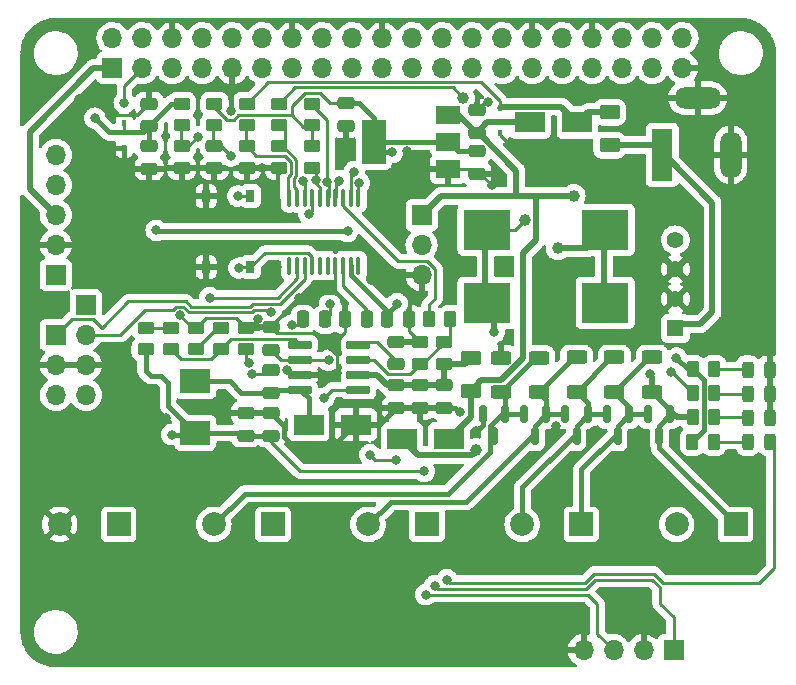
<source format=gtl>
G04 #@! TF.GenerationSoftware,KiCad,Pcbnew,(6.0.5-0)*
G04 #@! TF.CreationDate,2022-07-04T19:17:30-05:00*
G04 #@! TF.ProjectId,ras_pi_supercap_ups,7261735f-7069-45f7-9375-706572636170,rev?*
G04 #@! TF.SameCoordinates,Original*
G04 #@! TF.FileFunction,Copper,L1,Top*
G04 #@! TF.FilePolarity,Positive*
%FSLAX46Y46*%
G04 Gerber Fmt 4.6, Leading zero omitted, Abs format (unit mm)*
G04 Created by KiCad (PCBNEW (6.0.5-0)) date 2022-07-04 19:17:30*
%MOMM*%
%LPD*%
G01*
G04 APERTURE LIST*
G04 Aperture macros list*
%AMRoundRect*
0 Rectangle with rounded corners*
0 $1 Rounding radius*
0 $2 $3 $4 $5 $6 $7 $8 $9 X,Y pos of 4 corners*
0 Add a 4 corners polygon primitive as box body*
4,1,4,$2,$3,$4,$5,$6,$7,$8,$9,$2,$3,0*
0 Add four circle primitives for the rounded corners*
1,1,$1+$1,$2,$3*
1,1,$1+$1,$4,$5*
1,1,$1+$1,$6,$7*
1,1,$1+$1,$8,$9*
0 Add four rect primitives between the rounded corners*
20,1,$1+$1,$2,$3,$4,$5,0*
20,1,$1+$1,$4,$5,$6,$7,0*
20,1,$1+$1,$6,$7,$8,$9,0*
20,1,$1+$1,$8,$9,$2,$3,0*%
G04 Aperture macros list end*
G04 #@! TA.AperFunction,SMDPad,CuDef*
%ADD10RoundRect,0.243750X0.243750X0.456250X-0.243750X0.456250X-0.243750X-0.456250X0.243750X-0.456250X0*%
G04 #@! TD*
G04 #@! TA.AperFunction,SMDPad,CuDef*
%ADD11R,0.450000X0.600000*%
G04 #@! TD*
G04 #@! TA.AperFunction,SMDPad,CuDef*
%ADD12RoundRect,0.150000X-0.150000X0.587500X-0.150000X-0.587500X0.150000X-0.587500X0.150000X0.587500X0*%
G04 #@! TD*
G04 #@! TA.AperFunction,SMDPad,CuDef*
%ADD13RoundRect,0.250000X0.625000X-0.312500X0.625000X0.312500X-0.625000X0.312500X-0.625000X-0.312500X0*%
G04 #@! TD*
G04 #@! TA.AperFunction,ComponentPad*
%ADD14R,2.000000X2.000000*%
G04 #@! TD*
G04 #@! TA.AperFunction,ComponentPad*
%ADD15C,2.000000*%
G04 #@! TD*
G04 #@! TA.AperFunction,SMDPad,CuDef*
%ADD16RoundRect,0.250000X0.475000X-0.250000X0.475000X0.250000X-0.475000X0.250000X-0.475000X-0.250000X0*%
G04 #@! TD*
G04 #@! TA.AperFunction,SMDPad,CuDef*
%ADD17RoundRect,0.250000X-0.475000X0.250000X-0.475000X-0.250000X0.475000X-0.250000X0.475000X0.250000X0*%
G04 #@! TD*
G04 #@! TA.AperFunction,ComponentPad*
%ADD18R,1.408000X1.408000*%
G04 #@! TD*
G04 #@! TA.AperFunction,ComponentPad*
%ADD19C,1.408000*%
G04 #@! TD*
G04 #@! TA.AperFunction,SMDPad,CuDef*
%ADD20RoundRect,0.250000X-0.450000X0.262500X-0.450000X-0.262500X0.450000X-0.262500X0.450000X0.262500X0*%
G04 #@! TD*
G04 #@! TA.AperFunction,SMDPad,CuDef*
%ADD21R,2.500000X2.000000*%
G04 #@! TD*
G04 #@! TA.AperFunction,SMDPad,CuDef*
%ADD22R,0.750000X1.000000*%
G04 #@! TD*
G04 #@! TA.AperFunction,SMDPad,CuDef*
%ADD23RoundRect,0.250000X0.250000X0.475000X-0.250000X0.475000X-0.250000X-0.475000X0.250000X-0.475000X0*%
G04 #@! TD*
G04 #@! TA.AperFunction,SMDPad,CuDef*
%ADD24RoundRect,0.250000X-0.262500X-0.450000X0.262500X-0.450000X0.262500X0.450000X-0.262500X0.450000X0*%
G04 #@! TD*
G04 #@! TA.AperFunction,ComponentPad*
%ADD25R,1.700000X1.700000*%
G04 #@! TD*
G04 #@! TA.AperFunction,ComponentPad*
%ADD26O,1.700000X1.700000*%
G04 #@! TD*
G04 #@! TA.AperFunction,SMDPad,CuDef*
%ADD27RoundRect,0.250000X-0.250000X-0.475000X0.250000X-0.475000X0.250000X0.475000X-0.250000X0.475000X0*%
G04 #@! TD*
G04 #@! TA.AperFunction,SMDPad,CuDef*
%ADD28RoundRect,0.250000X0.450000X-0.262500X0.450000X0.262500X-0.450000X0.262500X-0.450000X-0.262500X0*%
G04 #@! TD*
G04 #@! TA.AperFunction,SMDPad,CuDef*
%ADD29R,4.000000X3.400000*%
G04 #@! TD*
G04 #@! TA.AperFunction,SMDPad,CuDef*
%ADD30R,2.500000X1.800000*%
G04 #@! TD*
G04 #@! TA.AperFunction,SMDPad,CuDef*
%ADD31RoundRect,0.250000X0.262500X0.450000X-0.262500X0.450000X-0.262500X-0.450000X0.262500X-0.450000X0*%
G04 #@! TD*
G04 #@! TA.AperFunction,SMDPad,CuDef*
%ADD32RoundRect,0.100000X0.100000X-0.637500X0.100000X0.637500X-0.100000X0.637500X-0.100000X-0.637500X0*%
G04 #@! TD*
G04 #@! TA.AperFunction,SMDPad,CuDef*
%ADD33RoundRect,0.042000X0.943000X0.258000X-0.943000X0.258000X-0.943000X-0.258000X0.943000X-0.258000X0*%
G04 #@! TD*
G04 #@! TA.AperFunction,SMDPad,CuDef*
%ADD34RoundRect,0.250000X0.625000X-0.375000X0.625000X0.375000X-0.625000X0.375000X-0.625000X-0.375000X0*%
G04 #@! TD*
G04 #@! TA.AperFunction,SMDPad,CuDef*
%ADD35R,2.000000X1.500000*%
G04 #@! TD*
G04 #@! TA.AperFunction,SMDPad,CuDef*
%ADD36R,2.000000X3.800000*%
G04 #@! TD*
G04 #@! TA.AperFunction,ComponentPad*
%ADD37R,1.800000X4.400000*%
G04 #@! TD*
G04 #@! TA.AperFunction,ComponentPad*
%ADD38O,1.800000X4.000000*%
G04 #@! TD*
G04 #@! TA.AperFunction,ComponentPad*
%ADD39O,4.000000X1.800000*%
G04 #@! TD*
G04 #@! TA.AperFunction,ViaPad*
%ADD40C,0.800000*%
G04 #@! TD*
G04 #@! TA.AperFunction,ViaPad*
%ADD41C,1.000000*%
G04 #@! TD*
G04 #@! TA.AperFunction,Conductor*
%ADD42C,0.500000*%
G04 #@! TD*
G04 #@! TA.AperFunction,Conductor*
%ADD43C,0.250000*%
G04 #@! TD*
G04 #@! TA.AperFunction,Conductor*
%ADD44C,0.400000*%
G04 #@! TD*
G04 APERTURE END LIST*
D10*
X113951595Y-130302000D03*
X112076595Y-130302000D03*
D11*
X91100000Y-108170000D03*
X91100000Y-110270000D03*
D12*
X98540000Y-134082500D03*
X96640000Y-134082500D03*
X97590000Y-135957500D03*
D13*
X104010000Y-132182500D03*
X104010000Y-129257500D03*
D14*
X84940937Y-143400000D03*
D15*
X79940937Y-143400000D03*
D16*
X82326000Y-129829500D03*
X82326000Y-127929500D03*
D17*
X61400000Y-111370000D03*
X61400000Y-113270000D03*
D11*
X59300000Y-109450000D03*
X59300000Y-111550000D03*
D18*
X105960000Y-126797500D03*
D19*
X105960000Y-124297500D03*
X105960000Y-121797500D03*
X105960000Y-119297500D03*
D14*
X111057915Y-143400000D03*
D15*
X106057915Y-143400000D03*
D20*
X75200000Y-111387500D03*
X75200000Y-113212500D03*
D21*
X65329000Y-131259500D03*
X65329000Y-135659500D03*
D17*
X66915000Y-111350000D03*
X66915000Y-113250000D03*
D22*
X66225000Y-115618000D03*
X66225000Y-121618000D03*
X69975000Y-121618000D03*
X69975000Y-115618000D03*
D23*
X76336000Y-126038000D03*
X74436000Y-126038000D03*
D24*
X107437500Y-130257000D03*
X109262500Y-130257000D03*
D25*
X105805000Y-154040000D03*
D26*
X103265000Y-154040000D03*
X100725000Y-154040000D03*
X98185000Y-154040000D03*
D27*
X81525332Y-126038000D03*
X83425332Y-126038000D03*
D16*
X71716000Y-132244500D03*
X71716000Y-130344500D03*
D12*
X105540000Y-134082500D03*
X103640000Y-134082500D03*
X104590000Y-135957500D03*
D28*
X66915000Y-109612500D03*
X66915000Y-107787500D03*
D14*
X58823959Y-143400000D03*
D15*
X53823959Y-143400000D03*
D29*
X100020000Y-118460000D03*
X90020000Y-118460000D03*
D13*
X91170000Y-132222500D03*
X91170000Y-129297500D03*
D28*
X84366000Y-129792000D03*
X84366000Y-127967000D03*
D30*
X86806000Y-136144000D03*
X82806000Y-136144000D03*
D17*
X89154000Y-111826000D03*
X89154000Y-113726000D03*
D20*
X64172500Y-107787500D03*
X64172500Y-109612500D03*
D13*
X94380000Y-132222500D03*
X94380000Y-129297500D03*
D31*
X86912500Y-126038000D03*
X85087500Y-126038000D03*
D17*
X82326000Y-131619500D03*
X82326000Y-133519500D03*
X86406000Y-131619500D03*
X86406000Y-133519500D03*
D20*
X69657500Y-107787500D03*
X69657500Y-109612500D03*
D10*
X113967500Y-132334000D03*
X112092500Y-132334000D03*
D28*
X61116000Y-128572000D03*
X61116000Y-126747000D03*
D14*
X71882448Y-143400000D03*
D15*
X66882448Y-143400000D03*
D16*
X71716000Y-135879500D03*
X71716000Y-133979500D03*
D25*
X53501000Y-127360000D03*
D26*
X53501000Y-129900000D03*
X53501000Y-132440000D03*
D24*
X107437500Y-132289000D03*
X109262500Y-132289000D03*
D17*
X78066000Y-107750000D03*
X78066000Y-109650000D03*
D32*
X73275000Y-121480500D03*
X73925000Y-121480500D03*
X74575000Y-121480500D03*
X75225000Y-121480500D03*
X75875000Y-121480500D03*
X76525000Y-121480500D03*
X77175000Y-121480500D03*
X77825000Y-121480500D03*
X78475000Y-121480500D03*
X79125000Y-121480500D03*
X79125000Y-115755500D03*
X78475000Y-115755500D03*
X77825000Y-115755500D03*
X77175000Y-115755500D03*
X76525000Y-115755500D03*
X75875000Y-115755500D03*
X75225000Y-115755500D03*
X74575000Y-115755500D03*
X73925000Y-115755500D03*
X73275000Y-115755500D03*
D24*
X107395000Y-136398000D03*
X109220000Y-136398000D03*
D13*
X100800000Y-132182500D03*
X100800000Y-129257500D03*
D30*
X74911000Y-134949500D03*
X78911000Y-134949500D03*
D16*
X69572000Y-135879500D03*
X69572000Y-133979500D03*
D10*
X113967500Y-136398000D03*
X112092500Y-136398000D03*
D33*
X79126000Y-132007000D03*
X79126000Y-130737000D03*
X79126000Y-129467000D03*
X79126000Y-128197000D03*
X74186000Y-128197000D03*
X74186000Y-129467000D03*
X74186000Y-130737000D03*
X74186000Y-132007000D03*
D12*
X91540000Y-134082500D03*
X89640000Y-134082500D03*
X90590000Y-135957500D03*
D20*
X72400000Y-107787500D03*
X72400000Y-109612500D03*
X63230000Y-126747000D03*
X63230000Y-128572000D03*
D28*
X69572000Y-128572000D03*
X69572000Y-126747000D03*
D23*
X79880666Y-126038000D03*
X77980666Y-126038000D03*
D28*
X86406000Y-129792000D03*
X86406000Y-127967000D03*
D16*
X71716000Y-128609500D03*
X71716000Y-126709500D03*
D12*
X102040000Y-134082500D03*
X100140000Y-134082500D03*
X101090000Y-135957500D03*
D20*
X72400000Y-111387500D03*
X72400000Y-113212500D03*
D28*
X75200000Y-109612500D03*
X75200000Y-107787500D03*
D34*
X100400000Y-111300000D03*
X100400000Y-108500000D03*
D20*
X64157500Y-111387500D03*
X64157500Y-113212500D03*
D13*
X97590000Y-132182500D03*
X97590000Y-129257500D03*
D24*
X107437500Y-134321000D03*
X109262500Y-134321000D03*
D12*
X95040000Y-134082500D03*
X93140000Y-134082500D03*
X94090000Y-135957500D03*
D10*
X113967500Y-134366000D03*
X112092500Y-134366000D03*
D35*
X86716000Y-113298000D03*
D36*
X80416000Y-110998000D03*
D35*
X86716000Y-110998000D03*
X86716000Y-108698000D03*
D25*
X53501000Y-122280000D03*
D26*
X53501000Y-119740000D03*
X53501000Y-117200000D03*
X53501000Y-114660000D03*
X53501000Y-112120000D03*
D28*
X69672500Y-113212500D03*
X69672500Y-111387500D03*
D37*
X104850000Y-112106000D03*
D38*
X110650000Y-112106000D03*
D39*
X107850000Y-107306000D03*
D29*
X100020000Y-124630000D03*
X90020000Y-124630000D03*
D17*
X84366000Y-131619500D03*
X84366000Y-133519500D03*
D34*
X88646000Y-132078000D03*
X88646000Y-129278000D03*
D16*
X61400000Y-109670000D03*
X61400000Y-107770000D03*
D28*
X65344000Y-128572000D03*
X65344000Y-126747000D03*
D16*
X89122000Y-110252000D03*
X89122000Y-108352000D03*
D30*
X93665000Y-109370000D03*
X97665000Y-109370000D03*
D14*
X97999426Y-143400000D03*
D15*
X92999426Y-143400000D03*
D28*
X67458000Y-128572000D03*
X67458000Y-126747000D03*
D25*
X58300000Y-104770000D03*
D26*
X58300000Y-102230000D03*
X60840000Y-104770000D03*
X60840000Y-102230000D03*
X63380000Y-104770000D03*
X63380000Y-102230000D03*
X65920000Y-104770000D03*
X65920000Y-102230000D03*
X68460000Y-104770000D03*
X68460000Y-102230000D03*
X71000000Y-104770000D03*
X71000000Y-102230000D03*
X73540000Y-104770000D03*
X73540000Y-102230000D03*
X76080000Y-104770000D03*
X76080000Y-102230000D03*
X78620000Y-104770000D03*
X78620000Y-102230000D03*
X81160000Y-104770000D03*
X81160000Y-102230000D03*
X83700000Y-104770000D03*
X83700000Y-102230000D03*
X86240000Y-104770000D03*
X86240000Y-102230000D03*
X88780000Y-104770000D03*
X88780000Y-102230000D03*
X91320000Y-104770000D03*
X91320000Y-102230000D03*
X93860000Y-104770000D03*
X93860000Y-102230000D03*
X96400000Y-104770000D03*
X96400000Y-102230000D03*
X98940000Y-104770000D03*
X98940000Y-102230000D03*
X101480000Y-104770000D03*
X101480000Y-102230000D03*
X104020000Y-104770000D03*
X104020000Y-102230000D03*
X106560000Y-104770000D03*
X106560000Y-102230000D03*
D25*
X56041000Y-124820000D03*
D26*
X56041000Y-127360000D03*
X56041000Y-129900000D03*
X56041000Y-132440000D03*
D25*
X84468000Y-117222000D03*
D26*
X84468000Y-119762000D03*
X84468000Y-122302000D03*
D40*
X83254652Y-111797500D03*
X94680000Y-125260000D03*
X90400000Y-114700000D03*
X62796000Y-134434000D03*
X91500000Y-121600000D03*
X80200000Y-122700000D03*
X91900000Y-127600000D03*
X99100000Y-135500000D03*
X70200000Y-123100000D03*
X51200000Y-107300000D03*
X90100000Y-107600000D03*
X73040500Y-130333701D03*
X93600000Y-112900000D03*
X72200000Y-121600000D03*
X55500000Y-107400000D03*
X95840000Y-135090000D03*
X64000848Y-125697920D03*
X64976000Y-133514000D03*
X89100000Y-135500000D03*
X77315520Y-130610000D03*
X68300000Y-108400000D03*
X74100000Y-124200000D03*
X67206000Y-137164000D03*
X54670000Y-109599500D03*
X76600000Y-137400000D03*
X67226000Y-133094000D03*
X78400000Y-111400000D03*
X87700000Y-133900000D03*
X70600000Y-126000000D03*
X71500000Y-115900000D03*
X71000000Y-113200000D03*
X87200000Y-122400000D03*
X78769210Y-113522205D03*
X59300000Y-107700000D03*
X79200000Y-114500000D03*
X105600000Y-130500000D03*
X84700000Y-138900000D03*
X63300000Y-135800000D03*
X56800000Y-109000000D03*
X103800000Y-130700000D03*
D41*
X93218000Y-117602000D03*
X88000000Y-107300000D03*
D40*
X90630000Y-127120000D03*
D41*
X89100000Y-137100000D03*
D40*
X85598000Y-148590000D03*
X76487608Y-114418566D03*
X75499078Y-114270874D03*
X84836000Y-149352000D03*
X66548000Y-124206000D03*
X74450269Y-114338314D03*
X71761803Y-125438500D03*
X68900000Y-115600000D03*
X68300000Y-112200000D03*
X69000000Y-121700000D03*
X77500000Y-114300000D03*
X65500000Y-110600000D03*
X62000000Y-118500000D03*
X82400000Y-124700000D03*
X82000000Y-111900000D03*
X78200000Y-118600000D03*
X106040000Y-129310000D03*
X80100000Y-137500000D03*
X86614000Y-148082000D03*
X74930000Y-117094000D03*
X82296000Y-137922000D03*
X70100000Y-130700000D03*
X76200000Y-132700000D03*
D41*
X95990000Y-120030000D03*
X97340000Y-115580000D03*
D40*
X76700000Y-124700000D03*
X76600000Y-129500000D03*
X73500000Y-126500000D03*
X69880158Y-129724974D03*
D42*
X104044000Y-111300000D02*
X104850000Y-112106000D01*
X108050000Y-126450000D02*
X105960000Y-126450000D01*
X100400000Y-111300000D02*
X104044000Y-111300000D01*
X109100000Y-116200000D02*
X109100000Y-125400000D01*
X105300000Y-112400000D02*
X109100000Y-116200000D01*
X109100000Y-125400000D02*
X108050000Y-126450000D01*
D43*
X74525000Y-123775000D02*
X74100000Y-124200000D01*
X75161507Y-123775000D02*
X77175000Y-123775000D01*
X68734980Y-125909980D02*
X69572000Y-126747000D01*
X76662300Y-128437700D02*
X77324501Y-129099901D01*
D44*
X80896000Y-134949500D02*
X82326000Y-133519500D01*
D43*
X91100000Y-110400000D02*
X93600000Y-112900000D01*
X71716000Y-126709500D02*
X72231001Y-127224501D01*
D44*
X78763500Y-134949500D02*
X77111000Y-136602000D01*
X69572000Y-133979500D02*
X71716000Y-133979500D01*
D43*
X77324501Y-129099901D02*
X77324501Y-130601019D01*
X88726000Y-113298000D02*
X89154000Y-113726000D01*
X77324501Y-130601019D02*
X77315520Y-130610000D01*
D44*
X77188520Y-130737000D02*
X77315520Y-130610000D01*
D43*
X78066000Y-109650000D02*
X78066000Y-111066000D01*
D44*
X82326000Y-133519500D02*
X86406000Y-133519500D01*
D43*
X65049928Y-126747000D02*
X64000848Y-125697920D01*
X56769500Y-107500000D02*
X54670000Y-109599500D01*
X89122000Y-108352000D02*
X89874000Y-107600000D01*
X77175000Y-121480500D02*
X77175000Y-123775000D01*
X83425332Y-127026332D02*
X84366000Y-127967000D01*
X89874000Y-107600000D02*
X90100000Y-107600000D01*
X58100000Y-108700000D02*
X56900000Y-107500000D01*
D44*
X89100000Y-135500000D02*
X89640000Y-134960000D01*
D43*
X75161507Y-123775000D02*
X74525000Y-123775000D01*
D44*
X87319500Y-133519500D02*
X87700000Y-133900000D01*
X78911000Y-134949500D02*
X80896000Y-134949500D01*
D43*
X61330000Y-107770000D02*
X60400000Y-108700000D01*
X68460000Y-108240000D02*
X68300000Y-108400000D01*
X77980666Y-124580666D02*
X77980666Y-126038000D01*
D44*
X72840520Y-136031520D02*
X72840520Y-135104020D01*
X86406000Y-133519500D02*
X87319500Y-133519500D01*
D43*
X77175000Y-123775000D02*
X77980666Y-124580666D01*
X77980666Y-126038000D02*
X77980666Y-127119334D01*
X75449101Y-127224501D02*
X76662300Y-128437700D01*
X89426000Y-113726000D02*
X90400000Y-114700000D01*
D44*
X72840520Y-135104020D02*
X71716000Y-133979500D01*
X73443799Y-130737000D02*
X73040500Y-130333701D01*
D43*
X56900000Y-107500000D02*
X56769500Y-107500000D01*
X65344000Y-126747000D02*
X66181020Y-125909980D01*
D44*
X89640000Y-134960000D02*
X89640000Y-134082500D01*
X77111000Y-136602000D02*
X73411000Y-136602000D01*
D43*
X71716000Y-126584000D02*
X74100000Y-124200000D01*
X83425332Y-126038000D02*
X83425332Y-127026332D01*
X78066000Y-111066000D02*
X78400000Y-111400000D01*
D44*
X73411000Y-136602000D02*
X72840520Y-136031520D01*
D43*
X69853000Y-126747000D02*
X70600000Y-126000000D01*
D44*
X84366000Y-127967000D02*
X82363500Y-127967000D01*
D43*
X86716000Y-113298000D02*
X88726000Y-113298000D01*
X77980666Y-127119334D02*
X76662300Y-128437700D01*
X60400000Y-108700000D02*
X58100000Y-108700000D01*
X72231001Y-127224501D02*
X75449101Y-127224501D01*
D44*
X74186000Y-130737000D02*
X77188520Y-130737000D01*
D43*
X68460000Y-104770000D02*
X68460000Y-108240000D01*
X66181020Y-125909980D02*
X68734980Y-125909980D01*
X78475000Y-115755500D02*
X78475000Y-113816415D01*
X78475000Y-113816415D02*
X78769210Y-113522205D01*
X59300000Y-106310000D02*
X59300000Y-107700000D01*
X79125000Y-114575000D02*
X79200000Y-114500000D01*
X60840000Y-104770000D02*
X59300000Y-106310000D01*
X79125000Y-115755500D02*
X79125000Y-114575000D01*
D42*
X79126000Y-130737000D02*
X80681006Y-130737000D01*
X80681006Y-130737000D02*
X81563506Y-131619500D01*
X86406000Y-129792000D02*
X88132000Y-129792000D01*
X86406000Y-131619500D02*
X86406000Y-129792000D01*
X81563506Y-131619500D02*
X82326000Y-131619500D01*
X88132000Y-129792000D02*
X88646000Y-129278000D01*
X82326000Y-131619500D02*
X86406000Y-131619500D01*
D44*
X58000000Y-110200000D02*
X56800000Y-109000000D01*
D43*
X74200000Y-138900000D02*
X71716000Y-136416000D01*
X71716000Y-136416000D02*
X71716000Y-135879500D01*
D44*
X71716000Y-135879500D02*
X69572000Y-135879500D01*
D43*
X59300000Y-109450000D02*
X59300000Y-110200000D01*
X107437500Y-132289000D02*
X105648500Y-130500000D01*
D44*
X63282500Y-107787500D02*
X61400000Y-109670000D01*
X62438500Y-130842000D02*
X63006000Y-131409500D01*
X61576000Y-130842000D02*
X62438500Y-130842000D01*
X61116000Y-128572000D02*
X61116000Y-130382000D01*
X59300000Y-110200000D02*
X58000000Y-110200000D01*
X61116000Y-130382000D02*
X61576000Y-130842000D01*
X60870000Y-110200000D02*
X59300000Y-110200000D01*
X64172500Y-107787500D02*
X63282500Y-107787500D01*
X61400000Y-109670000D02*
X61400000Y-111370000D01*
X63006000Y-133336500D02*
X65329000Y-135659500D01*
X61400000Y-109670000D02*
X60870000Y-110200000D01*
X63300000Y-135800000D02*
X65188500Y-135800000D01*
D43*
X84700000Y-138900000D02*
X74200000Y-138900000D01*
D44*
X63006000Y-131409500D02*
X63006000Y-133336500D01*
X69352000Y-135659500D02*
X65329000Y-135659500D01*
D43*
X105648500Y-130500000D02*
X105600000Y-130500000D01*
X73275000Y-115755500D02*
X73125988Y-115606488D01*
X72937013Y-112224520D02*
X70490352Y-112224520D01*
X73424520Y-113712973D02*
X73424520Y-112712027D01*
X73125988Y-114011505D02*
X73424520Y-113712973D01*
X73424520Y-112712027D02*
X72937013Y-112224520D01*
X69633332Y-109612500D02*
X69633332Y-111367500D01*
X73125988Y-115606488D02*
X73125988Y-114011505D01*
X70490352Y-112224520D02*
X69653332Y-111387500D01*
X82509128Y-121127489D02*
X77825000Y-116443361D01*
X85087500Y-124812500D02*
X85642511Y-124257489D01*
X77825000Y-116443361D02*
X77825000Y-115755500D01*
X85642511Y-124257489D02*
X85642511Y-121815501D01*
X85642511Y-121815501D02*
X84954499Y-121127489D01*
X84954499Y-121127489D02*
X82509128Y-121127489D01*
X85087500Y-126038000D02*
X85087500Y-124812500D01*
X72898000Y-109370500D02*
X72898000Y-111101500D01*
X73949510Y-115074110D02*
X73949510Y-115730990D01*
X73874030Y-113899167D02*
X73675499Y-114097698D01*
X72735697Y-111387500D02*
X73874030Y-112525833D01*
X73874030Y-112525833D02*
X73874030Y-113899167D01*
X73675499Y-114097698D02*
X73675499Y-114800099D01*
X73675499Y-114800099D02*
X73949510Y-115074110D01*
D44*
X98540000Y-133132500D02*
X97590000Y-132182500D01*
X92999426Y-140228074D02*
X92999426Y-143400000D01*
X100140000Y-134082500D02*
X98540000Y-134082500D01*
X97590000Y-135637500D02*
X92999426Y-140228074D01*
X97590000Y-135032500D02*
X98540000Y-134082500D01*
X97590000Y-135957500D02*
X97590000Y-135032500D01*
X100515000Y-129257500D02*
X97590000Y-132182500D01*
X98540000Y-134082500D02*
X98540000Y-133132500D01*
D43*
X87094022Y-106394022D02*
X88000000Y-107300000D01*
D42*
X104010000Y-131862500D02*
X104010000Y-130910000D01*
D44*
X104590000Y-135032500D02*
X105540000Y-134082500D01*
D42*
X84155511Y-137493511D02*
X88706489Y-137493511D01*
D44*
X104590000Y-136932085D02*
X111057915Y-143400000D01*
D43*
X92360000Y-118460000D02*
X90020000Y-118460000D01*
D42*
X82806000Y-136144000D02*
X84155511Y-137493511D01*
D43*
X73793478Y-106394022D02*
X87094022Y-106394022D01*
D42*
X106098500Y-134321000D02*
X105540000Y-133762500D01*
X90630000Y-127120000D02*
X90630000Y-125380000D01*
D43*
X72400000Y-107787500D02*
X73793478Y-106394022D01*
D42*
X104010000Y-130910000D02*
X103800000Y-130700000D01*
D44*
X105540000Y-133712500D02*
X104010000Y-132182500D01*
D42*
X89880000Y-118460000D02*
X89880000Y-124630000D01*
D44*
X104590000Y-135957500D02*
X104590000Y-135032500D01*
D43*
X93218000Y-117602000D02*
X92360000Y-118460000D01*
D44*
X104590000Y-135637500D02*
X104590000Y-136932085D01*
D42*
X88706489Y-137493511D02*
X89100000Y-137100000D01*
X107437500Y-134321000D02*
X106098500Y-134321000D01*
D44*
X97999426Y-138728074D02*
X97999426Y-143400000D01*
X101090000Y-135957500D02*
X101090000Y-135032500D01*
X101090000Y-135032500D02*
X102040000Y-134082500D01*
X103640000Y-134082500D02*
X102040000Y-134082500D01*
X102040000Y-133422500D02*
X100800000Y-132182500D01*
X102040000Y-134082500D02*
X102040000Y-133422500D01*
X103725000Y-129257500D02*
X100800000Y-132182500D01*
X101090000Y-135637500D02*
X97999426Y-138728074D01*
X94090000Y-135957500D02*
X94090000Y-135032500D01*
X94090000Y-135637500D02*
X88227500Y-141500000D01*
X81840937Y-141500000D02*
X79940937Y-143400000D01*
X88227500Y-141500000D02*
X81840937Y-141500000D01*
X95040000Y-134082500D02*
X95040000Y-132882500D01*
X95040000Y-132882500D02*
X94380000Y-132222500D01*
X96640000Y-134082500D02*
X95040000Y-134082500D01*
X94090000Y-135032500D02*
X95040000Y-134082500D01*
X97345000Y-129257500D02*
X94380000Y-132222500D01*
X69482448Y-140800000D02*
X66882448Y-143400000D01*
X86672088Y-140800000D02*
X69482448Y-140800000D01*
X91540000Y-132592500D02*
X91170000Y-132222500D01*
X93140000Y-134082500D02*
X91540000Y-134082500D01*
X90239511Y-135062989D02*
X90239511Y-137232577D01*
X94095000Y-129297500D02*
X91170000Y-132222500D01*
X91540000Y-134082500D02*
X91540000Y-132592500D01*
X91540000Y-133762500D02*
X90239511Y-135062989D01*
X90239511Y-137232577D02*
X86672088Y-140800000D01*
D43*
X104648000Y-148717704D02*
X104012296Y-148082000D01*
X99187704Y-148082000D02*
X98425704Y-148844000D01*
X104012296Y-148082000D02*
X99187704Y-148082000D01*
X105805000Y-154040000D02*
X105805000Y-151262500D01*
X98425704Y-148844000D02*
X85852000Y-148844000D01*
X76487608Y-109175108D02*
X76487608Y-114418566D01*
X76597429Y-114528387D02*
X76487608Y-114418566D01*
X104648000Y-150105500D02*
X104648000Y-148717704D01*
X105805000Y-151262500D02*
X104672500Y-150130000D01*
X85852000Y-148844000D02*
X85598000Y-148590000D01*
X76597429Y-115683071D02*
X76597429Y-114528387D01*
X75200000Y-107887500D02*
X76487608Y-109175108D01*
X99347500Y-152662500D02*
X99347500Y-150130000D01*
X84836000Y-149352000D02*
X98569500Y-149352000D01*
X75875000Y-114900174D02*
X75499078Y-114524252D01*
X98569500Y-149352000D02*
X99347500Y-150130000D01*
X75875000Y-115755500D02*
X75875000Y-114900174D01*
X75499078Y-113511578D02*
X75499078Y-114270874D01*
X100725000Y-154040000D02*
X99347500Y-152662500D01*
X75499078Y-114524252D02*
X75499078Y-114270874D01*
X56652511Y-125994511D02*
X57404000Y-126746000D01*
X64487141Y-124523909D02*
X64931232Y-124968000D01*
X74575000Y-122625000D02*
X74575000Y-121480500D01*
X57404000Y-126746000D02*
X59626091Y-124523909D01*
X69971696Y-124968000D02*
X70225696Y-124714000D01*
X72486000Y-124714000D02*
X74575000Y-122625000D01*
X53501000Y-127360000D02*
X54866489Y-125994511D01*
X64931232Y-124968000D02*
X69971696Y-124968000D01*
X54866489Y-125994511D02*
X56652511Y-125994511D01*
X59626091Y-124523909D02*
X64487141Y-124523909D01*
X70225696Y-124714000D02*
X72486000Y-124714000D01*
X66548000Y-124206000D02*
X72294000Y-124206000D01*
X73925000Y-122575000D02*
X73925000Y-121480500D01*
X72294000Y-124206000D02*
X73925000Y-122575000D01*
X58978007Y-127360000D02*
X61087517Y-125250490D01*
X71598802Y-125275499D02*
X71761803Y-125438500D01*
X74575000Y-115755500D02*
X74575000Y-114463045D01*
X61087517Y-125250490D02*
X63423678Y-125250490D01*
X63700749Y-124973419D02*
X64300947Y-124973419D01*
X70136900Y-125438500D02*
X70299901Y-125275499D01*
X70299901Y-125275499D02*
X71598802Y-125275499D01*
X63423678Y-125250490D02*
X63700749Y-124973419D01*
X64300947Y-124973419D02*
X64766028Y-125438500D01*
X56041000Y-127360000D02*
X58978007Y-127360000D01*
X64766028Y-125438500D02*
X70136900Y-125438500D01*
X74575000Y-114463045D02*
X74450269Y-114338314D01*
X74850841Y-120418480D02*
X75225000Y-120792639D01*
X67450000Y-111350000D02*
X68300000Y-112200000D01*
X66802000Y-109370500D02*
X66802000Y-111064000D01*
X69975000Y-121618000D02*
X69082000Y-121618000D01*
X69975000Y-121618000D02*
X71174520Y-120418480D01*
X68900000Y-115600000D02*
X69957000Y-115600000D01*
X71174520Y-120418480D02*
X74850841Y-120418480D01*
X69082000Y-121618000D02*
X69000000Y-121700000D01*
X75225000Y-120792639D02*
X75225000Y-121480500D01*
X77210214Y-114589786D02*
X77500000Y-114300000D01*
X64712500Y-111387500D02*
X65500000Y-110600000D01*
X64100000Y-109612500D02*
X64100000Y-111387500D01*
X77210214Y-115720286D02*
X77210214Y-114589786D01*
X73524520Y-108775480D02*
X73524520Y-107937987D01*
D44*
X108349520Y-131169020D02*
X108349520Y-135443480D01*
X108349520Y-135443480D02*
X107395000Y-136398000D01*
D43*
X68600099Y-109124501D02*
X67999901Y-109124501D01*
D44*
X106987000Y-130257000D02*
X106040000Y-129310000D01*
X80416000Y-110998000D02*
X80416000Y-109016000D01*
D43*
X67999901Y-109124501D02*
X66915000Y-108039600D01*
X74461540Y-109712500D02*
X73524520Y-108775480D01*
D44*
X89154000Y-111826000D02*
X87544000Y-111826000D01*
D43*
X68949120Y-108775480D02*
X68600099Y-109124501D01*
X73524520Y-108775480D02*
X68949120Y-108775480D01*
X74562507Y-106900000D02*
X75900000Y-106900000D01*
D44*
X78200000Y-118600000D02*
X62100000Y-118600000D01*
X62100000Y-118600000D02*
X62000000Y-118500000D01*
D43*
X75200000Y-109712500D02*
X75200000Y-111387500D01*
D44*
X78475000Y-121480500D02*
X78475000Y-122274427D01*
D43*
X76750000Y-107750000D02*
X77546000Y-107750000D01*
D44*
X107437500Y-130257000D02*
X106987000Y-130257000D01*
X87544000Y-111826000D02*
X86716000Y-110998000D01*
X81525332Y-125574668D02*
X82400000Y-124700000D01*
X107437500Y-130257000D02*
X108349520Y-131169020D01*
X78475000Y-122274427D02*
X81525332Y-125324759D01*
X81525332Y-125324759D02*
X81525332Y-126038000D01*
X82000000Y-111900000D02*
X81318000Y-111900000D01*
D43*
X75200000Y-109712500D02*
X74461540Y-109712500D01*
D44*
X79150000Y-107750000D02*
X78586000Y-107750000D01*
X81318000Y-111900000D02*
X80416000Y-110998000D01*
X80416000Y-109016000D02*
X79150000Y-107750000D01*
D43*
X75900000Y-106900000D02*
X76750000Y-107750000D01*
D44*
X86716000Y-110998000D02*
X80416000Y-110998000D01*
D43*
X73524520Y-107937987D02*
X74562507Y-106900000D01*
X104140000Y-147574000D02*
X99060000Y-147574000D01*
X86868000Y-148336000D02*
X86614000Y-148082000D01*
X80522000Y-137922000D02*
X80100000Y-137500000D01*
X104902000Y-148336000D02*
X104140000Y-147574000D01*
X75225000Y-115755500D02*
X75225000Y-116799000D01*
X114300000Y-136730500D02*
X114300000Y-147066000D01*
X75225000Y-116799000D02*
X74930000Y-117094000D01*
X98298000Y-148336000D02*
X86868000Y-148336000D01*
X114300000Y-147066000D02*
X113030000Y-148336000D01*
X82296000Y-137922000D02*
X80522000Y-137922000D01*
X113030000Y-148336000D02*
X104902000Y-148336000D01*
X99060000Y-147574000D02*
X98298000Y-148336000D01*
D42*
X53501000Y-117200000D02*
X51300000Y-114999000D01*
X56678623Y-104770000D02*
X58300000Y-104770000D01*
X51300000Y-114999000D02*
X51300000Y-110148623D01*
X51300000Y-110148623D02*
X56678623Y-104770000D01*
D43*
X79880666Y-125280666D02*
X77825000Y-123225000D01*
X77825000Y-123225000D02*
X77825000Y-121480500D01*
X79880666Y-126038000D02*
X79880666Y-125280666D01*
D44*
X74911000Y-132732000D02*
X74186000Y-132007000D01*
X74911000Y-134949500D02*
X74911000Y-132732000D01*
X74186000Y-132007000D02*
X71953500Y-132007000D01*
X68226000Y-131259500D02*
X65329000Y-131259500D01*
X69211000Y-132244500D02*
X68226000Y-131259500D01*
X71716000Y-132244500D02*
X69211000Y-132244500D01*
D43*
X71360500Y-130700000D02*
X70100000Y-130700000D01*
X79126000Y-132007000D02*
X76893000Y-132007000D01*
X76893000Y-132007000D02*
X76200000Y-132700000D01*
X109262500Y-134321000D02*
X112047500Y-134321000D01*
X109262500Y-130257000D02*
X112031595Y-130257000D01*
X112092500Y-132334000D02*
X109307500Y-132334000D01*
D42*
X99880000Y-118600000D02*
X99880000Y-124630000D01*
X95990000Y-120030000D02*
X98450000Y-120030000D01*
X98450000Y-120030000D02*
X99880000Y-118600000D01*
X90004000Y-109370000D02*
X93665000Y-109370000D01*
X93055480Y-129338790D02*
X93055480Y-120444520D01*
X93055480Y-120444520D02*
X94200000Y-119300000D01*
X86716000Y-108698000D02*
X87568000Y-108698000D01*
X92480000Y-113437730D02*
X92480000Y-115580000D01*
X88646000Y-134304000D02*
X86806000Y-136144000D01*
X88646000Y-132078000D02*
X89513520Y-131210480D01*
X89513520Y-131210480D02*
X91183790Y-131210480D01*
X94180000Y-115580000D02*
X97340000Y-115580000D01*
X88646000Y-132078000D02*
X88646000Y-134304000D01*
X89294270Y-110252000D02*
X92480000Y-113437730D01*
X92480000Y-115580000D02*
X94180000Y-115580000D01*
X94200000Y-119300000D02*
X94200000Y-115600000D01*
X91183790Y-131210480D02*
X93055480Y-129338790D01*
X87568000Y-108698000D02*
X89122000Y-110252000D01*
X94200000Y-115600000D02*
X94180000Y-115580000D01*
X84468000Y-117222000D02*
X86110000Y-115580000D01*
X86110000Y-115580000D02*
X92480000Y-115580000D01*
X89122000Y-110252000D02*
X90004000Y-109370000D01*
D43*
X86191000Y-128187000D02*
X84366000Y-130012000D01*
X86912500Y-126038000D02*
X86912500Y-127460500D01*
X80426007Y-129467000D02*
X81613027Y-130654020D01*
X79126000Y-129467000D02*
X80426007Y-129467000D01*
X81613027Y-130654020D02*
X83503980Y-130654020D01*
X83503980Y-130654020D02*
X84366000Y-129792000D01*
X86912500Y-127460500D02*
X86406000Y-127967000D01*
X61116000Y-126747000D02*
X63230000Y-126747000D01*
X63230000Y-128572000D02*
X64067020Y-129409020D01*
X64067020Y-129409020D02*
X66620980Y-129409020D01*
X66620980Y-129409020D02*
X67458000Y-128572000D01*
X68295020Y-127734980D02*
X67458000Y-128572000D01*
X73723980Y-127734980D02*
X68295020Y-127734980D01*
X74186000Y-128197000D02*
X73723980Y-127734980D01*
X109220000Y-136398000D02*
X112092500Y-136398000D01*
X79126000Y-127969000D02*
X80693500Y-127969000D01*
X80693500Y-127969000D02*
X82326000Y-129601500D01*
X71716000Y-128609500D02*
X72573500Y-129467000D01*
X72573500Y-129467000D02*
X74186000Y-129467000D01*
X76567000Y-129467000D02*
X76600000Y-129500000D01*
X76700000Y-124700000D02*
X76700000Y-125674000D01*
X74186000Y-129467000D02*
X76567000Y-129467000D01*
X73974000Y-126500000D02*
X74436000Y-126038000D01*
X73500000Y-126500000D02*
X73974000Y-126500000D01*
X69572000Y-128572000D02*
X69572000Y-129416816D01*
X69572000Y-129416816D02*
X69880158Y-129724974D01*
X67169000Y-126747000D02*
X65344000Y-128572000D01*
D42*
X100400000Y-108500000D02*
X98535000Y-108500000D01*
X91249511Y-108020489D02*
X96315489Y-108020489D01*
X91100000Y-108170000D02*
X91249511Y-108020489D01*
D43*
X91100000Y-107575400D02*
X91100000Y-108170000D01*
D42*
X98535000Y-108500000D02*
X97665000Y-109370000D01*
D43*
X71500489Y-105944511D02*
X89469111Y-105944511D01*
D42*
X96315489Y-108020489D02*
X97665000Y-109370000D01*
D43*
X69657500Y-107787500D02*
X71500489Y-105944511D01*
X89469111Y-105944511D02*
X91100000Y-107575400D01*
G04 #@! TA.AperFunction,Conductor*
G36*
X56900120Y-105725350D02*
G01*
X56956956Y-105767897D01*
X56974070Y-105799176D01*
X56999385Y-105866705D01*
X57086739Y-105983261D01*
X57203295Y-106070615D01*
X57339684Y-106121745D01*
X57401866Y-106128500D01*
X58539823Y-106128500D01*
X58607944Y-106148502D01*
X58654437Y-106202158D01*
X58664271Y-106274213D01*
X58663020Y-106282110D01*
X58663020Y-106282115D01*
X58661780Y-106289943D01*
X58662526Y-106297835D01*
X58665941Y-106333961D01*
X58666500Y-106345819D01*
X58666500Y-106997476D01*
X58646498Y-107065597D01*
X58634142Y-107081779D01*
X58560960Y-107163056D01*
X58508860Y-107253296D01*
X58486515Y-107291999D01*
X58465473Y-107328444D01*
X58406458Y-107510072D01*
X58405768Y-107516633D01*
X58405768Y-107516635D01*
X58404184Y-107531704D01*
X58386496Y-107700000D01*
X58387186Y-107706565D01*
X58398811Y-107817167D01*
X58406458Y-107889928D01*
X58465473Y-108071556D01*
X58468776Y-108077278D01*
X58468777Y-108077279D01*
X58494584Y-108121978D01*
X58560960Y-108236944D01*
X58565378Y-108241851D01*
X58565379Y-108241852D01*
X58641187Y-108326045D01*
X58688747Y-108378866D01*
X58694089Y-108382747D01*
X58694091Y-108382749D01*
X58722782Y-108403594D01*
X58827946Y-108480000D01*
X58840497Y-108489119D01*
X58883851Y-108545341D01*
X58889926Y-108616077D01*
X58856795Y-108678869D01*
X58831310Y-108698255D01*
X58828295Y-108699385D01*
X58821112Y-108704769D01*
X58821111Y-108704769D01*
X58789600Y-108728385D01*
X58711739Y-108786739D01*
X58624385Y-108903295D01*
X58573255Y-109039684D01*
X58566500Y-109101866D01*
X58566500Y-109365500D01*
X58546498Y-109433621D01*
X58492842Y-109480114D01*
X58440500Y-109491500D01*
X58345660Y-109491500D01*
X58277539Y-109471498D01*
X58256565Y-109454595D01*
X57734665Y-108932695D01*
X57700639Y-108870383D01*
X57698450Y-108856770D01*
X57694420Y-108818421D01*
X57693542Y-108810072D01*
X57686766Y-108789216D01*
X57636569Y-108634729D01*
X57634527Y-108628444D01*
X57626037Y-108613738D01*
X57569280Y-108515433D01*
X57539040Y-108463056D01*
X57471658Y-108388220D01*
X57415675Y-108326045D01*
X57415674Y-108326044D01*
X57411253Y-108321134D01*
X57295376Y-108236944D01*
X57262094Y-108212763D01*
X57262093Y-108212762D01*
X57256752Y-108208882D01*
X57250724Y-108206198D01*
X57250722Y-108206197D01*
X57088319Y-108133891D01*
X57088318Y-108133891D01*
X57082288Y-108131206D01*
X56988888Y-108111353D01*
X56901944Y-108092872D01*
X56901939Y-108092872D01*
X56895487Y-108091500D01*
X56704513Y-108091500D01*
X56698061Y-108092872D01*
X56698056Y-108092872D01*
X56611112Y-108111353D01*
X56517712Y-108131206D01*
X56511682Y-108133891D01*
X56511681Y-108133891D01*
X56349278Y-108206197D01*
X56349276Y-108206198D01*
X56343248Y-108208882D01*
X56337907Y-108212762D01*
X56337906Y-108212763D01*
X56304624Y-108236944D01*
X56188747Y-108321134D01*
X56184326Y-108326044D01*
X56184325Y-108326045D01*
X56128343Y-108388220D01*
X56060960Y-108463056D01*
X56030720Y-108515433D01*
X55973964Y-108613738D01*
X55965473Y-108628444D01*
X55906458Y-108810072D01*
X55905768Y-108816633D01*
X55905768Y-108816635D01*
X55893570Y-108932695D01*
X55886496Y-109000000D01*
X55887186Y-109006565D01*
X55898316Y-109112457D01*
X55906458Y-109189928D01*
X55965473Y-109371556D01*
X55968776Y-109377278D01*
X55968777Y-109377279D01*
X55994908Y-109422539D01*
X56060960Y-109536944D01*
X56065378Y-109541851D01*
X56065379Y-109541852D01*
X56178696Y-109667703D01*
X56188747Y-109678866D01*
X56268533Y-109736834D01*
X56297667Y-109758001D01*
X56343248Y-109791118D01*
X56349276Y-109793802D01*
X56349278Y-109793803D01*
X56485537Y-109854469D01*
X56517712Y-109868794D01*
X56617895Y-109890089D01*
X56670568Y-109901285D01*
X56733467Y-109935437D01*
X57478565Y-110680536D01*
X57484418Y-110686801D01*
X57516666Y-110723767D01*
X57522439Y-110730385D01*
X57574729Y-110767136D01*
X57579971Y-110771028D01*
X57630282Y-110810476D01*
X57637201Y-110813600D01*
X57639493Y-110814988D01*
X57654165Y-110823357D01*
X57656525Y-110824622D01*
X57662739Y-110828990D01*
X57669818Y-110831750D01*
X57669820Y-110831751D01*
X57722275Y-110852202D01*
X57728344Y-110854753D01*
X57786573Y-110881045D01*
X57794046Y-110882430D01*
X57796612Y-110883234D01*
X57812835Y-110887855D01*
X57815427Y-110888520D01*
X57822509Y-110891282D01*
X57830044Y-110892274D01*
X57885861Y-110899622D01*
X57892377Y-110900654D01*
X57930770Y-110907770D01*
X57955186Y-110912295D01*
X57962766Y-110911858D01*
X57962767Y-110911858D01*
X58017380Y-110908709D01*
X58024633Y-110908500D01*
X58478658Y-110908500D01*
X58546779Y-110928502D01*
X58593272Y-110982158D01*
X58603376Y-111052432D01*
X58596640Y-111078730D01*
X58576522Y-111132395D01*
X58572895Y-111147649D01*
X58567369Y-111198514D01*
X58567000Y-111205328D01*
X58567000Y-111306885D01*
X58571475Y-111322124D01*
X58572865Y-111323329D01*
X58580548Y-111325000D01*
X59399000Y-111325000D01*
X59467121Y-111345002D01*
X59513614Y-111398658D01*
X59525000Y-111451000D01*
X59525000Y-112339884D01*
X59529475Y-112355123D01*
X59530865Y-112356328D01*
X59538548Y-112357999D01*
X59569669Y-112357999D01*
X59576490Y-112357629D01*
X59627352Y-112352105D01*
X59642604Y-112348479D01*
X59763054Y-112303324D01*
X59778649Y-112294786D01*
X59880724Y-112218285D01*
X59893285Y-112205724D01*
X59969786Y-112103649D01*
X59978324Y-112088054D01*
X60018132Y-111981868D01*
X60060774Y-111925104D01*
X60127336Y-111900404D01*
X60196684Y-111915612D01*
X60243257Y-111959794D01*
X60326522Y-112094348D01*
X60331704Y-112099521D01*
X60348859Y-112116646D01*
X60451697Y-112219305D01*
X60456235Y-112222102D01*
X60496824Y-112279353D01*
X60500054Y-112350276D01*
X60464428Y-112411687D01*
X60455932Y-112419062D01*
X60445793Y-112427098D01*
X60331261Y-112541829D01*
X60322249Y-112553240D01*
X60237184Y-112691243D01*
X60231037Y-112704424D01*
X60179862Y-112858710D01*
X60176995Y-112872086D01*
X60167328Y-112966438D01*
X60167000Y-112972855D01*
X60167000Y-112997885D01*
X60171475Y-113013124D01*
X60172865Y-113014329D01*
X60180548Y-113016000D01*
X62614884Y-113016000D01*
X62630123Y-113011525D01*
X62631328Y-113010135D01*
X62632999Y-113002452D01*
X62632999Y-112972905D01*
X62632662Y-112966386D01*
X62622743Y-112870794D01*
X62619851Y-112857400D01*
X62568412Y-112703216D01*
X62562239Y-112690038D01*
X62476937Y-112552193D01*
X62467901Y-112540792D01*
X62353172Y-112426262D01*
X62344238Y-112419206D01*
X62303177Y-112361288D01*
X62299947Y-112290365D01*
X62335574Y-112228954D01*
X62343407Y-112222154D01*
X62349348Y-112218478D01*
X62474305Y-112093303D01*
X62480431Y-112083365D01*
X62563275Y-111948968D01*
X62563276Y-111948966D01*
X62567115Y-111942738D01*
X62612847Y-111804861D01*
X62620632Y-111781389D01*
X62620632Y-111781387D01*
X62622797Y-111774861D01*
X62624713Y-111756166D01*
X62630093Y-111703650D01*
X62633500Y-111670400D01*
X62633500Y-111069600D01*
X62625013Y-110987800D01*
X62623238Y-110970692D01*
X62623237Y-110970688D01*
X62622526Y-110963834D01*
X62618142Y-110950692D01*
X62575659Y-110823357D01*
X62566550Y-110796054D01*
X62473478Y-110645652D01*
X62468296Y-110640479D01*
X62468292Y-110640474D01*
X62436892Y-110609129D01*
X62402812Y-110546847D01*
X62407815Y-110476027D01*
X62436735Y-110430939D01*
X62469133Y-110398484D01*
X62474305Y-110393303D01*
X62498211Y-110354521D01*
X62563275Y-110248968D01*
X62563276Y-110248966D01*
X62567115Y-110242738D01*
X62608922Y-110116693D01*
X62620632Y-110081389D01*
X62620632Y-110081387D01*
X62622797Y-110074861D01*
X62633500Y-109970400D01*
X62633500Y-109490660D01*
X62653502Y-109422539D01*
X62670405Y-109401565D01*
X62748905Y-109323065D01*
X62811217Y-109289039D01*
X62882032Y-109294104D01*
X62938868Y-109336651D01*
X62963679Y-109403171D01*
X62964000Y-109412160D01*
X62964000Y-109925400D01*
X62964337Y-109928646D01*
X62964337Y-109928650D01*
X62973540Y-110017342D01*
X62974974Y-110031166D01*
X62977155Y-110037702D01*
X62977155Y-110037704D01*
X63019124Y-110163500D01*
X63030950Y-110198946D01*
X63124022Y-110349348D01*
X63129204Y-110354521D01*
X63178096Y-110403328D01*
X63212175Y-110465611D01*
X63207172Y-110536431D01*
X63178251Y-110581518D01*
X63108195Y-110651697D01*
X63104355Y-110657927D01*
X63104354Y-110657928D01*
X63020506Y-110793955D01*
X63015385Y-110802262D01*
X63013081Y-110809209D01*
X62985530Y-110892274D01*
X62959703Y-110970139D01*
X62959003Y-110976975D01*
X62959002Y-110976978D01*
X62954591Y-111020031D01*
X62949000Y-111074600D01*
X62949000Y-111700400D01*
X62949337Y-111703646D01*
X62949337Y-111703650D01*
X62958620Y-111793115D01*
X62959974Y-111806166D01*
X62962155Y-111812702D01*
X62962155Y-111812704D01*
X62979459Y-111864570D01*
X63015950Y-111973946D01*
X63109022Y-112124348D01*
X63114204Y-112129521D01*
X63195963Y-112211138D01*
X63230042Y-112273421D01*
X63225039Y-112344241D01*
X63196118Y-112389329D01*
X63113761Y-112471829D01*
X63104749Y-112483240D01*
X63019684Y-112621243D01*
X63013537Y-112634424D01*
X62962362Y-112788710D01*
X62959495Y-112802086D01*
X62949828Y-112896438D01*
X62949500Y-112902855D01*
X62949500Y-112940385D01*
X62953975Y-112955624D01*
X62955365Y-112956829D01*
X62963048Y-112958500D01*
X65347384Y-112958500D01*
X65362623Y-112954025D01*
X65363828Y-112952635D01*
X65365499Y-112944952D01*
X65365499Y-112902905D01*
X65365162Y-112896386D01*
X65355243Y-112800794D01*
X65352351Y-112787400D01*
X65300912Y-112633216D01*
X65294739Y-112620038D01*
X65209437Y-112482193D01*
X65200401Y-112470792D01*
X65119038Y-112389570D01*
X65084959Y-112327287D01*
X65089962Y-112256467D01*
X65118883Y-112211380D01*
X65201630Y-112128488D01*
X65201634Y-112128483D01*
X65206805Y-112123303D01*
X65210646Y-112117072D01*
X65295775Y-111978968D01*
X65295776Y-111978966D01*
X65299615Y-111972738D01*
X65341761Y-111845670D01*
X65353132Y-111811389D01*
X65353132Y-111811387D01*
X65355297Y-111804861D01*
X65356501Y-111793115D01*
X65360989Y-111749308D01*
X65366000Y-111700400D01*
X65366000Y-111682094D01*
X65386002Y-111613973D01*
X65402905Y-111592999D01*
X65450499Y-111545405D01*
X65512811Y-111511379D01*
X65539594Y-111508500D01*
X65555500Y-111508500D01*
X65623621Y-111528502D01*
X65670114Y-111582158D01*
X65681500Y-111634500D01*
X65681500Y-111650400D01*
X65681837Y-111653646D01*
X65681837Y-111653650D01*
X65689282Y-111725400D01*
X65692474Y-111756166D01*
X65694655Y-111762702D01*
X65694655Y-111762704D01*
X65737906Y-111892342D01*
X65748450Y-111923946D01*
X65841522Y-112074348D01*
X65966697Y-112199305D01*
X65971235Y-112202102D01*
X66011824Y-112259353D01*
X66015054Y-112330276D01*
X65979428Y-112391687D01*
X65970932Y-112399062D01*
X65960793Y-112407098D01*
X65846261Y-112521829D01*
X65837249Y-112533240D01*
X65752184Y-112671243D01*
X65746037Y-112684424D01*
X65694862Y-112838710D01*
X65691995Y-112852086D01*
X65682328Y-112946438D01*
X65682000Y-112952855D01*
X65682000Y-112977885D01*
X65686475Y-112993124D01*
X65687865Y-112994329D01*
X65695548Y-112996000D01*
X67827430Y-112996000D01*
X67878678Y-113006893D01*
X68011677Y-113066108D01*
X68011685Y-113066111D01*
X68017712Y-113068794D01*
X68091603Y-113084500D01*
X68198056Y-113107128D01*
X68198061Y-113107128D01*
X68204513Y-113108500D01*
X68395487Y-113108500D01*
X68401939Y-113107128D01*
X68401944Y-113107128D01*
X68508397Y-113084500D01*
X68582288Y-113068794D01*
X68641730Y-113042329D01*
X68750722Y-112993803D01*
X68750724Y-112993802D01*
X68756752Y-112991118D01*
X68762091Y-112987239D01*
X68762098Y-112987235D01*
X68768528Y-112982563D01*
X68842587Y-112958500D01*
X70862384Y-112958500D01*
X70877623Y-112954025D01*
X70882918Y-112947915D01*
X70911853Y-112894924D01*
X70974166Y-112860899D01*
X71000948Y-112858020D01*
X71073493Y-112858020D01*
X71141614Y-112878022D01*
X71188107Y-112931678D01*
X71194389Y-112948521D01*
X71196475Y-112955624D01*
X71197865Y-112956829D01*
X71205548Y-112958500D01*
X72528000Y-112958500D01*
X72596121Y-112978502D01*
X72642614Y-113032158D01*
X72654000Y-113084500D01*
X72654000Y-113538805D01*
X72633998Y-113606926D01*
X72619850Y-113625058D01*
X72609402Y-113636184D01*
X72605583Y-113643130D01*
X72605581Y-113643133D01*
X72599640Y-113653939D01*
X72588789Y-113670458D01*
X72576374Y-113686464D01*
X72573229Y-113693733D01*
X72573226Y-113693737D01*
X72558814Y-113727042D01*
X72553597Y-113737692D01*
X72532293Y-113776445D01*
X72530322Y-113784120D01*
X72530322Y-113784121D01*
X72527255Y-113796067D01*
X72520851Y-113814771D01*
X72516660Y-113824457D01*
X72512807Y-113833360D01*
X72511568Y-113841183D01*
X72511565Y-113841193D01*
X72505889Y-113877029D01*
X72503483Y-113888649D01*
X72498941Y-113906342D01*
X72492488Y-113931475D01*
X72492488Y-113951729D01*
X72490937Y-113971439D01*
X72487768Y-113991448D01*
X72488514Y-113999340D01*
X72491929Y-114035466D01*
X72492488Y-114047324D01*
X72492488Y-115527721D01*
X72491961Y-115538904D01*
X72490286Y-115546397D01*
X72490535Y-115554323D01*
X72490535Y-115554324D01*
X72492426Y-115614474D01*
X72492488Y-115618433D01*
X72492488Y-115646344D01*
X72492985Y-115650278D01*
X72492985Y-115650279D01*
X72492993Y-115650344D01*
X72493926Y-115662181D01*
X72495315Y-115706377D01*
X72500004Y-115722517D01*
X72500966Y-115725827D01*
X72504975Y-115745188D01*
X72507514Y-115765285D01*
X72510433Y-115772656D01*
X72510433Y-115772658D01*
X72523792Y-115806400D01*
X72527637Y-115817630D01*
X72539970Y-115860081D01*
X72544005Y-115866903D01*
X72548954Y-115875272D01*
X72566501Y-115939412D01*
X72566501Y-116432884D01*
X72567039Y-116436969D01*
X72567039Y-116436973D01*
X72577203Y-116514181D01*
X72582162Y-116551850D01*
X72590412Y-116571767D01*
X72629141Y-116665267D01*
X72643476Y-116699876D01*
X72648502Y-116706426D01*
X72735985Y-116820434D01*
X72741013Y-116826987D01*
X72747563Y-116832013D01*
X72747566Y-116832016D01*
X72786993Y-116862269D01*
X72868125Y-116924524D01*
X73016150Y-116985838D01*
X73024338Y-116986916D01*
X73131021Y-117000961D01*
X73135115Y-117001500D01*
X73274983Y-117001500D01*
X73414884Y-117001499D01*
X73418969Y-117000961D01*
X73418973Y-117000961D01*
X73525663Y-116986916D01*
X73525665Y-116986916D01*
X73533850Y-116985838D01*
X73551781Y-116978411D01*
X73622370Y-116970821D01*
X73648218Y-116978410D01*
X73651661Y-116979837D01*
X73658520Y-116982678D01*
X73658523Y-116982679D01*
X73666150Y-116985838D01*
X73674338Y-116986916D01*
X73781021Y-117000961D01*
X73785115Y-117001500D01*
X73893323Y-117001500D01*
X73961444Y-117021502D01*
X74007937Y-117075158D01*
X74018633Y-117114328D01*
X74024678Y-117171851D01*
X74034284Y-117263240D01*
X74036458Y-117283928D01*
X74095473Y-117465556D01*
X74190960Y-117630944D01*
X74236203Y-117681192D01*
X74266919Y-117745197D01*
X74258156Y-117815650D01*
X74212693Y-117870182D01*
X74142566Y-117891500D01*
X62730710Y-117891500D01*
X62662589Y-117871498D01*
X62637074Y-117849811D01*
X62615668Y-117826037D01*
X62615666Y-117826036D01*
X62611253Y-117821134D01*
X62544818Y-117772866D01*
X62462094Y-117712763D01*
X62462093Y-117712762D01*
X62456752Y-117708882D01*
X62450724Y-117706198D01*
X62450722Y-117706197D01*
X62288319Y-117633891D01*
X62288318Y-117633891D01*
X62282288Y-117631206D01*
X62171415Y-117607639D01*
X62101944Y-117592872D01*
X62101939Y-117592872D01*
X62095487Y-117591500D01*
X61904513Y-117591500D01*
X61898061Y-117592872D01*
X61898056Y-117592872D01*
X61828585Y-117607639D01*
X61717712Y-117631206D01*
X61711682Y-117633891D01*
X61711681Y-117633891D01*
X61549278Y-117706197D01*
X61549276Y-117706198D01*
X61543248Y-117708882D01*
X61537907Y-117712762D01*
X61537906Y-117712763D01*
X61487843Y-117749136D01*
X61388747Y-117821134D01*
X61384326Y-117826044D01*
X61384325Y-117826045D01*
X61320043Y-117897438D01*
X61260960Y-117963056D01*
X61257659Y-117968774D01*
X61172244Y-118116717D01*
X61165473Y-118128444D01*
X61106458Y-118310072D01*
X61086496Y-118500000D01*
X61087186Y-118506565D01*
X61104967Y-118675738D01*
X61106458Y-118689928D01*
X61165473Y-118871556D01*
X61168776Y-118877278D01*
X61168777Y-118877279D01*
X61174116Y-118886526D01*
X61260960Y-119036944D01*
X61265378Y-119041851D01*
X61265379Y-119041852D01*
X61312315Y-119093980D01*
X61388747Y-119178866D01*
X61403893Y-119189870D01*
X61526385Y-119278866D01*
X61543248Y-119291118D01*
X61549276Y-119293802D01*
X61549278Y-119293803D01*
X61665891Y-119345722D01*
X61717712Y-119368794D01*
X61804479Y-119387237D01*
X61898056Y-119407128D01*
X61898061Y-119407128D01*
X61904513Y-119408500D01*
X62095487Y-119408500D01*
X62101939Y-119407128D01*
X62101944Y-119407128D01*
X62195521Y-119387237D01*
X62282288Y-119368794D01*
X62393245Y-119319393D01*
X62444494Y-119308500D01*
X77588595Y-119308500D01*
X77656716Y-119328502D01*
X77662656Y-119332564D01*
X77743248Y-119391118D01*
X77749276Y-119393802D01*
X77749278Y-119393803D01*
X77903874Y-119462633D01*
X77917712Y-119468794D01*
X78011113Y-119488647D01*
X78098056Y-119507128D01*
X78098061Y-119507128D01*
X78104513Y-119508500D01*
X78295487Y-119508500D01*
X78301939Y-119507128D01*
X78301944Y-119507128D01*
X78388887Y-119488647D01*
X78482288Y-119468794D01*
X78496126Y-119462633D01*
X78650722Y-119393803D01*
X78650724Y-119393802D01*
X78656752Y-119391118D01*
X78674563Y-119378178D01*
X78742935Y-119328502D01*
X78811253Y-119278866D01*
X78817885Y-119271500D01*
X78934621Y-119141852D01*
X78934622Y-119141851D01*
X78939040Y-119136944D01*
X79009508Y-119014890D01*
X79031223Y-118977279D01*
X79031224Y-118977278D01*
X79034527Y-118971556D01*
X79074667Y-118848019D01*
X79114741Y-118789413D01*
X79180137Y-118761776D01*
X79250094Y-118773883D01*
X79283595Y-118797860D01*
X82005471Y-121519736D01*
X82013015Y-121528026D01*
X82017128Y-121534507D01*
X82066558Y-121580924D01*
X82066795Y-121581147D01*
X82069637Y-121583902D01*
X82089358Y-121603623D01*
X82092553Y-121606101D01*
X82101575Y-121613807D01*
X82133807Y-121644075D01*
X82140756Y-121647895D01*
X82151560Y-121653835D01*
X82168084Y-121664688D01*
X82184087Y-121677102D01*
X82224671Y-121694665D01*
X82235301Y-121699872D01*
X82274068Y-121721184D01*
X82281745Y-121723155D01*
X82281750Y-121723157D01*
X82293686Y-121726221D01*
X82312394Y-121732626D01*
X82330983Y-121740670D01*
X82338808Y-121741909D01*
X82338810Y-121741910D01*
X82374647Y-121747586D01*
X82386268Y-121749993D01*
X82421417Y-121759017D01*
X82429098Y-121760989D01*
X82449359Y-121760989D01*
X82469068Y-121762540D01*
X82489071Y-121765708D01*
X82496963Y-121764962D01*
X82502190Y-121764468D01*
X82533082Y-121761548D01*
X82544939Y-121760989D01*
X83043009Y-121760989D01*
X83111130Y-121780991D01*
X83157623Y-121834647D01*
X83167727Y-121904921D01*
X83164426Y-121920661D01*
X83132389Y-122036183D01*
X83133912Y-122044607D01*
X83146292Y-122048000D01*
X84596000Y-122048000D01*
X84664121Y-122068002D01*
X84710614Y-122121658D01*
X84722000Y-122174000D01*
X84722000Y-123620517D01*
X84726064Y-123634359D01*
X84739478Y-123636393D01*
X84746184Y-123635534D01*
X84756262Y-123633392D01*
X84846803Y-123606228D01*
X84917799Y-123605811D01*
X84977749Y-123643844D01*
X85007621Y-123708250D01*
X85009011Y-123726914D01*
X85009011Y-123942894D01*
X84989009Y-124011015D01*
X84972106Y-124031989D01*
X84695242Y-124308853D01*
X84686963Y-124316387D01*
X84680482Y-124320500D01*
X84633857Y-124370151D01*
X84631102Y-124372993D01*
X84611365Y-124392730D01*
X84608885Y-124395927D01*
X84601182Y-124404947D01*
X84570914Y-124437179D01*
X84567095Y-124444125D01*
X84567093Y-124444128D01*
X84561152Y-124454934D01*
X84550301Y-124471453D01*
X84537886Y-124487459D01*
X84534741Y-124494728D01*
X84534738Y-124494732D01*
X84520326Y-124528037D01*
X84515109Y-124538687D01*
X84493805Y-124577440D01*
X84491834Y-124585115D01*
X84491834Y-124585116D01*
X84488767Y-124597062D01*
X84482363Y-124615766D01*
X84474319Y-124634355D01*
X84473080Y-124642178D01*
X84473077Y-124642188D01*
X84467401Y-124678024D01*
X84464995Y-124689644D01*
X84460651Y-124706565D01*
X84454000Y-124732470D01*
X84454000Y-124752724D01*
X84452449Y-124772434D01*
X84449280Y-124792443D01*
X84450026Y-124800335D01*
X84453441Y-124836461D01*
X84454000Y-124848319D01*
X84454000Y-124855366D01*
X84433998Y-124923487D01*
X84394304Y-124962509D01*
X84385177Y-124968157D01*
X84356879Y-124985668D01*
X84356876Y-124985671D01*
X84350652Y-124989522D01*
X84345479Y-124994704D01*
X84340575Y-124998591D01*
X84274765Y-125025228D01*
X84205001Y-125012057D01*
X84173292Y-124989017D01*
X84153503Y-124969263D01*
X84142089Y-124960247D01*
X84004089Y-124875184D01*
X83990908Y-124869037D01*
X83836622Y-124817862D01*
X83823246Y-124814995D01*
X83728894Y-124805328D01*
X83722477Y-124805000D01*
X83697447Y-124805000D01*
X83682208Y-124809475D01*
X83681003Y-124810865D01*
X83679332Y-124818548D01*
X83679332Y-126166000D01*
X83659330Y-126234121D01*
X83605674Y-126280614D01*
X83553332Y-126292000D01*
X83297332Y-126292000D01*
X83229211Y-126271998D01*
X83182718Y-126218342D01*
X83171332Y-126166000D01*
X83171332Y-125214774D01*
X83188213Y-125151774D01*
X83231223Y-125077279D01*
X83231224Y-125077278D01*
X83234527Y-125071556D01*
X83293542Y-124889928D01*
X83295544Y-124870885D01*
X83312814Y-124706565D01*
X83313504Y-124700000D01*
X83309961Y-124666290D01*
X83294232Y-124516635D01*
X83294232Y-124516633D01*
X83293542Y-124510072D01*
X83234527Y-124328444D01*
X83224059Y-124310312D01*
X83142341Y-124168774D01*
X83139040Y-124163056D01*
X83079632Y-124097076D01*
X83015675Y-124026045D01*
X83015674Y-124026044D01*
X83011253Y-124021134D01*
X82912157Y-123949136D01*
X82862094Y-123912763D01*
X82862093Y-123912762D01*
X82856752Y-123908882D01*
X82850724Y-123906198D01*
X82850722Y-123906197D01*
X82688319Y-123833891D01*
X82688318Y-123833891D01*
X82682288Y-123831206D01*
X82588888Y-123811353D01*
X82501944Y-123792872D01*
X82501939Y-123792872D01*
X82495487Y-123791500D01*
X82304513Y-123791500D01*
X82298061Y-123792872D01*
X82298056Y-123792872D01*
X82211112Y-123811353D01*
X82117712Y-123831206D01*
X82111682Y-123833891D01*
X82111681Y-123833891D01*
X81949278Y-123906197D01*
X81949276Y-123906198D01*
X81943248Y-123908882D01*
X81937907Y-123912762D01*
X81937906Y-123912763D01*
X81887843Y-123949136D01*
X81788747Y-124021134D01*
X81784326Y-124026044D01*
X81784325Y-124026045D01*
X81720369Y-124097076D01*
X81660960Y-124163056D01*
X81657661Y-124168769D01*
X81657658Y-124168774D01*
X81634953Y-124208101D01*
X81583570Y-124257095D01*
X81513856Y-124270530D01*
X81447946Y-124244143D01*
X81436739Y-124234196D01*
X79776844Y-122574301D01*
X79774477Y-122569966D01*
X83136257Y-122569966D01*
X83166565Y-122704446D01*
X83169645Y-122714275D01*
X83249770Y-122911603D01*
X83254413Y-122920794D01*
X83365694Y-123102388D01*
X83371777Y-123110699D01*
X83511213Y-123271667D01*
X83518580Y-123278883D01*
X83682434Y-123414916D01*
X83690881Y-123420831D01*
X83874756Y-123528279D01*
X83884042Y-123532729D01*
X84083001Y-123608703D01*
X84092899Y-123611579D01*
X84196250Y-123632606D01*
X84210299Y-123631410D01*
X84214000Y-123621065D01*
X84214000Y-122574115D01*
X84209525Y-122558876D01*
X84208135Y-122557671D01*
X84200452Y-122556000D01*
X83151225Y-122556000D01*
X83137694Y-122559973D01*
X83136257Y-122569966D01*
X79774477Y-122569966D01*
X79742818Y-122511989D01*
X79747883Y-122441174D01*
X79754033Y-122428121D01*
X79756524Y-122424875D01*
X79817838Y-122276850D01*
X79823268Y-122235604D01*
X79832962Y-122161972D01*
X79832962Y-122161971D01*
X79833500Y-122157885D01*
X79833499Y-120803116D01*
X79832194Y-120793199D01*
X79818916Y-120692337D01*
X79818916Y-120692335D01*
X79817838Y-120684150D01*
X79775000Y-120580730D01*
X79759684Y-120543752D01*
X79759683Y-120543750D01*
X79756524Y-120536124D01*
X79713840Y-120480498D01*
X79664014Y-120415564D01*
X79664012Y-120415562D01*
X79658987Y-120409013D01*
X79652437Y-120403987D01*
X79652434Y-120403984D01*
X79593541Y-120358794D01*
X79531875Y-120311476D01*
X79401586Y-120257509D01*
X79391479Y-120253322D01*
X79383850Y-120250162D01*
X79363592Y-120247495D01*
X79268972Y-120235038D01*
X79268971Y-120235038D01*
X79264885Y-120234500D01*
X79125017Y-120234500D01*
X78985116Y-120234501D01*
X78981031Y-120235039D01*
X78981027Y-120235039D01*
X78874337Y-120249084D01*
X78874335Y-120249084D01*
X78866150Y-120250162D01*
X78848219Y-120257589D01*
X78777630Y-120265179D01*
X78751782Y-120257590D01*
X78742660Y-120253811D01*
X78741480Y-120253322D01*
X78741477Y-120253321D01*
X78733850Y-120250162D01*
X78713592Y-120247495D01*
X78618972Y-120235038D01*
X78618971Y-120235038D01*
X78614885Y-120234500D01*
X78475017Y-120234500D01*
X78335116Y-120234501D01*
X78331031Y-120235039D01*
X78331027Y-120235039D01*
X78224337Y-120249084D01*
X78224335Y-120249084D01*
X78216150Y-120250162D01*
X78198219Y-120257589D01*
X78127630Y-120265179D01*
X78101782Y-120257590D01*
X78092660Y-120253811D01*
X78091480Y-120253322D01*
X78091477Y-120253321D01*
X78083850Y-120250162D01*
X78063592Y-120247495D01*
X77968972Y-120235038D01*
X77968971Y-120235038D01*
X77964885Y-120234500D01*
X77825017Y-120234500D01*
X77685116Y-120234501D01*
X77681031Y-120235039D01*
X77681027Y-120235039D01*
X77574337Y-120249084D01*
X77574335Y-120249084D01*
X77566150Y-120250162D01*
X77547565Y-120257860D01*
X77476977Y-120265450D01*
X77451126Y-120257860D01*
X77441351Y-120253811D01*
X77425531Y-120249572D01*
X77392960Y-120245284D01*
X77378778Y-120247495D01*
X77375000Y-120260652D01*
X77375000Y-120282431D01*
X77354998Y-120350552D01*
X77325706Y-120382391D01*
X77291013Y-120409013D01*
X77285988Y-120415562D01*
X77274961Y-120429932D01*
X77217622Y-120471798D01*
X77146751Y-120476018D01*
X77084848Y-120441253D01*
X77075038Y-120429930D01*
X77064017Y-120415567D01*
X77064012Y-120415562D01*
X77058987Y-120409013D01*
X77024295Y-120382392D01*
X76982428Y-120325054D01*
X76975000Y-120282431D01*
X76975000Y-120261035D01*
X76970956Y-120247264D01*
X76957417Y-120245235D01*
X76924467Y-120249572D01*
X76908652Y-120253810D01*
X76898874Y-120257860D01*
X76828285Y-120265450D01*
X76802436Y-120257861D01*
X76783850Y-120250162D01*
X76763592Y-120247495D01*
X76668972Y-120235038D01*
X76668971Y-120235038D01*
X76664885Y-120234500D01*
X76525017Y-120234500D01*
X76385116Y-120234501D01*
X76381031Y-120235039D01*
X76381027Y-120235039D01*
X76274337Y-120249084D01*
X76274335Y-120249084D01*
X76266150Y-120250162D01*
X76248219Y-120257589D01*
X76177630Y-120265179D01*
X76151782Y-120257590D01*
X76142660Y-120253811D01*
X76141480Y-120253322D01*
X76141477Y-120253321D01*
X76133850Y-120250162D01*
X76113592Y-120247495D01*
X76018972Y-120235038D01*
X76018971Y-120235038D01*
X76014885Y-120234500D01*
X75875017Y-120234500D01*
X75735116Y-120234501D01*
X75644419Y-120246441D01*
X75574272Y-120235501D01*
X75538879Y-120210614D01*
X75354488Y-120026222D01*
X75346954Y-120017943D01*
X75342841Y-120011462D01*
X75293188Y-119964835D01*
X75290347Y-119962081D01*
X75270611Y-119942345D01*
X75267414Y-119939865D01*
X75258392Y-119932160D01*
X75244957Y-119919544D01*
X75226162Y-119901894D01*
X75219216Y-119898075D01*
X75219213Y-119898073D01*
X75208407Y-119892132D01*
X75191888Y-119881281D01*
X75186402Y-119877026D01*
X75175882Y-119868866D01*
X75168613Y-119865721D01*
X75168609Y-119865718D01*
X75135304Y-119851306D01*
X75124654Y-119846089D01*
X75085901Y-119824785D01*
X75066278Y-119819747D01*
X75047575Y-119813343D01*
X75036261Y-119808447D01*
X75036260Y-119808447D01*
X75028986Y-119805299D01*
X75021163Y-119804060D01*
X75021153Y-119804057D01*
X74985317Y-119798381D01*
X74973697Y-119795975D01*
X74938552Y-119786952D01*
X74938551Y-119786952D01*
X74930871Y-119784980D01*
X74910617Y-119784980D01*
X74890906Y-119783429D01*
X74888375Y-119783028D01*
X74870898Y-119780260D01*
X74863006Y-119781006D01*
X74826880Y-119784421D01*
X74815022Y-119784980D01*
X71253283Y-119784980D01*
X71242099Y-119784453D01*
X71234611Y-119782779D01*
X71226688Y-119783028D01*
X71166553Y-119784918D01*
X71162595Y-119784980D01*
X71134664Y-119784980D01*
X71130749Y-119785475D01*
X71130745Y-119785475D01*
X71130687Y-119785483D01*
X71130658Y-119785486D01*
X71118816Y-119786419D01*
X71074630Y-119787807D01*
X71057264Y-119792852D01*
X71055178Y-119793458D01*
X71035826Y-119797466D01*
X71023588Y-119799012D01*
X71023586Y-119799013D01*
X71015723Y-119800006D01*
X70974606Y-119816286D01*
X70963405Y-119820121D01*
X70920926Y-119832462D01*
X70914107Y-119836495D01*
X70914102Y-119836497D01*
X70903491Y-119842773D01*
X70885741Y-119851470D01*
X70866903Y-119858928D01*
X70860487Y-119863589D01*
X70860486Y-119863590D01*
X70831145Y-119884908D01*
X70821221Y-119891427D01*
X70789980Y-119909902D01*
X70789975Y-119909906D01*
X70783157Y-119913938D01*
X70768833Y-119928262D01*
X70753801Y-119941101D01*
X70737413Y-119953008D01*
X70709232Y-119987073D01*
X70701242Y-119995853D01*
X70124500Y-120572595D01*
X70062188Y-120606621D01*
X70035405Y-120609500D01*
X69551866Y-120609500D01*
X69489684Y-120616255D01*
X69353295Y-120667385D01*
X69236739Y-120754739D01*
X69231451Y-120761795D01*
X69169208Y-120795783D01*
X69116226Y-120795908D01*
X69101948Y-120792873D01*
X69101945Y-120792873D01*
X69095487Y-120791500D01*
X68904513Y-120791500D01*
X68898061Y-120792872D01*
X68898056Y-120792872D01*
X68830467Y-120807239D01*
X68717712Y-120831206D01*
X68711682Y-120833891D01*
X68711681Y-120833891D01*
X68549278Y-120906197D01*
X68549276Y-120906198D01*
X68543248Y-120908882D01*
X68388747Y-121021134D01*
X68384326Y-121026044D01*
X68384325Y-121026045D01*
X68368917Y-121043158D01*
X68260960Y-121163056D01*
X68257659Y-121168774D01*
X68170531Y-121319684D01*
X68165473Y-121328444D01*
X68106458Y-121510072D01*
X68105768Y-121516633D01*
X68105768Y-121516635D01*
X68090846Y-121658612D01*
X68086496Y-121700000D01*
X68087186Y-121706565D01*
X68105668Y-121882408D01*
X68106458Y-121889928D01*
X68165473Y-122071556D01*
X68260960Y-122236944D01*
X68265378Y-122241851D01*
X68265379Y-122241852D01*
X68313684Y-122295500D01*
X68388747Y-122378866D01*
X68464829Y-122434143D01*
X68522761Y-122476233D01*
X68543248Y-122491118D01*
X68549276Y-122493802D01*
X68549278Y-122493803D01*
X68711681Y-122566109D01*
X68717712Y-122568794D01*
X68811113Y-122588647D01*
X68898056Y-122607128D01*
X68898061Y-122607128D01*
X68904513Y-122608500D01*
X69095487Y-122608500D01*
X69101939Y-122607128D01*
X69101944Y-122607128D01*
X69275835Y-122570166D01*
X69275838Y-122570165D01*
X69278731Y-122569550D01*
X69278734Y-122569550D01*
X69282288Y-122568794D01*
X69282426Y-122569444D01*
X69348601Y-122567550D01*
X69360798Y-122571428D01*
X69489684Y-122619745D01*
X69551866Y-122626500D01*
X70398134Y-122626500D01*
X70460316Y-122619745D01*
X70596705Y-122568615D01*
X70713261Y-122481261D01*
X70800615Y-122364705D01*
X70851745Y-122228316D01*
X70858500Y-122166134D01*
X70858500Y-121682594D01*
X70878502Y-121614473D01*
X70895405Y-121593499D01*
X71400019Y-121088885D01*
X71462331Y-121054859D01*
X71489114Y-121051980D01*
X72440500Y-121051980D01*
X72508621Y-121071982D01*
X72555114Y-121125638D01*
X72566500Y-121177980D01*
X72566501Y-121672242D01*
X72566501Y-122157884D01*
X72567039Y-122161969D01*
X72567039Y-122161973D01*
X72577555Y-122241852D01*
X72582162Y-122276850D01*
X72585322Y-122284478D01*
X72633793Y-122401498D01*
X72643476Y-122424876D01*
X72741013Y-122551987D01*
X72747563Y-122557013D01*
X72747566Y-122557016D01*
X72803054Y-122599593D01*
X72844921Y-122656931D01*
X72849143Y-122727802D01*
X72815445Y-122788650D01*
X72068500Y-123535595D01*
X72006188Y-123569621D01*
X71979405Y-123572500D01*
X67256200Y-123572500D01*
X67188079Y-123552498D01*
X67168853Y-123536157D01*
X67168580Y-123536460D01*
X67163668Y-123532037D01*
X67159253Y-123527134D01*
X67092442Y-123478593D01*
X67010094Y-123418763D01*
X67010093Y-123418762D01*
X67004752Y-123414882D01*
X66998724Y-123412198D01*
X66998722Y-123412197D01*
X66836319Y-123339891D01*
X66836318Y-123339891D01*
X66830288Y-123337206D01*
X66735086Y-123316970D01*
X66649944Y-123298872D01*
X66649939Y-123298872D01*
X66643487Y-123297500D01*
X66452513Y-123297500D01*
X66446061Y-123298872D01*
X66446056Y-123298872D01*
X66360914Y-123316970D01*
X66265712Y-123337206D01*
X66259682Y-123339891D01*
X66259681Y-123339891D01*
X66097278Y-123412197D01*
X66097276Y-123412198D01*
X66091248Y-123414882D01*
X65936747Y-123527134D01*
X65932326Y-123532044D01*
X65932325Y-123532045D01*
X65824251Y-123652074D01*
X65808960Y-123669056D01*
X65713473Y-123834444D01*
X65654458Y-124016072D01*
X65653768Y-124022633D01*
X65653768Y-124022635D01*
X65638409Y-124168774D01*
X65634496Y-124206000D01*
X65634871Y-124209571D01*
X65615184Y-124276621D01*
X65561528Y-124323114D01*
X65509186Y-124334500D01*
X65245827Y-124334500D01*
X65177706Y-124314498D01*
X65156731Y-124297595D01*
X65086751Y-124227614D01*
X64990787Y-124131650D01*
X64983254Y-124123372D01*
X64979141Y-124116891D01*
X64929503Y-124070279D01*
X64926660Y-124067524D01*
X64909712Y-124050575D01*
X64906911Y-124047774D01*
X64903714Y-124045294D01*
X64894692Y-124037589D01*
X64877169Y-124021134D01*
X64862462Y-124007323D01*
X64855516Y-124003504D01*
X64855513Y-124003502D01*
X64844707Y-123997561D01*
X64828188Y-123986710D01*
X64827724Y-123986350D01*
X64812182Y-123974295D01*
X64804913Y-123971150D01*
X64804909Y-123971147D01*
X64771604Y-123956735D01*
X64760954Y-123951518D01*
X64722201Y-123930214D01*
X64702578Y-123925176D01*
X64683875Y-123918772D01*
X64672561Y-123913876D01*
X64672560Y-123913876D01*
X64665286Y-123910728D01*
X64657463Y-123909489D01*
X64657453Y-123909486D01*
X64621617Y-123903810D01*
X64609997Y-123901404D01*
X64574852Y-123892381D01*
X64574851Y-123892381D01*
X64567171Y-123890409D01*
X64546917Y-123890409D01*
X64527206Y-123888858D01*
X64515027Y-123886929D01*
X64507198Y-123885689D01*
X64477927Y-123888456D01*
X64463180Y-123889850D01*
X64451322Y-123890409D01*
X59704858Y-123890409D01*
X59693675Y-123889882D01*
X59686182Y-123888207D01*
X59678256Y-123888456D01*
X59678255Y-123888456D01*
X59618105Y-123890347D01*
X59614146Y-123890409D01*
X59586235Y-123890409D01*
X59582301Y-123890906D01*
X59582300Y-123890906D01*
X59582235Y-123890914D01*
X59570398Y-123891847D01*
X59538581Y-123892847D01*
X59534120Y-123892987D01*
X59526201Y-123893236D01*
X59508545Y-123898365D01*
X59506749Y-123898887D01*
X59487397Y-123902895D01*
X59480326Y-123903789D01*
X59467294Y-123905435D01*
X59459925Y-123908352D01*
X59459923Y-123908353D01*
X59426188Y-123921709D01*
X59414960Y-123925554D01*
X59372498Y-123937891D01*
X59365676Y-123941925D01*
X59365670Y-123941928D01*
X59355059Y-123948203D01*
X59337309Y-123956899D01*
X59325847Y-123961437D01*
X59325842Y-123961440D01*
X59318474Y-123964357D01*
X59301061Y-123977008D01*
X59282716Y-123990336D01*
X59272798Y-123996852D01*
X59261554Y-124003502D01*
X59234728Y-124019367D01*
X59220404Y-124033691D01*
X59205372Y-124046530D01*
X59188984Y-124058437D01*
X59170381Y-124080924D01*
X59160803Y-124092502D01*
X59152813Y-124101282D01*
X57614595Y-125639500D01*
X57552283Y-125673526D01*
X57481468Y-125668461D01*
X57424632Y-125625914D01*
X57399821Y-125559394D01*
X57399500Y-125550405D01*
X57399500Y-123921866D01*
X57392745Y-123859684D01*
X57341615Y-123723295D01*
X57254261Y-123606739D01*
X57137705Y-123519385D01*
X57001316Y-123468255D01*
X56939134Y-123461500D01*
X55142866Y-123461500D01*
X55080684Y-123468255D01*
X54975539Y-123507672D01*
X54904733Y-123512855D01*
X54842364Y-123478934D01*
X54808234Y-123416679D01*
X54813328Y-123345460D01*
X54816423Y-123337206D01*
X54852745Y-123240316D01*
X54859500Y-123178134D01*
X54859500Y-122162669D01*
X65342001Y-122162669D01*
X65342371Y-122169490D01*
X65347895Y-122220352D01*
X65351521Y-122235604D01*
X65396676Y-122356054D01*
X65405214Y-122371649D01*
X65481715Y-122473724D01*
X65494276Y-122486285D01*
X65596351Y-122562786D01*
X65611946Y-122571324D01*
X65732394Y-122616478D01*
X65747649Y-122620105D01*
X65798514Y-122625631D01*
X65805328Y-122626000D01*
X65952885Y-122626000D01*
X65968124Y-122621525D01*
X65969329Y-122620135D01*
X65971000Y-122612452D01*
X65971000Y-122607884D01*
X66479000Y-122607884D01*
X66483475Y-122623123D01*
X66484865Y-122624328D01*
X66492548Y-122625999D01*
X66644669Y-122625999D01*
X66651490Y-122625629D01*
X66702352Y-122620105D01*
X66717604Y-122616479D01*
X66838054Y-122571324D01*
X66853649Y-122562786D01*
X66955724Y-122486285D01*
X66968285Y-122473724D01*
X67044786Y-122371649D01*
X67053324Y-122356054D01*
X67098478Y-122235606D01*
X67102105Y-122220351D01*
X67107631Y-122169486D01*
X67108000Y-122162672D01*
X67108000Y-121890115D01*
X67103525Y-121874876D01*
X67102135Y-121873671D01*
X67094452Y-121872000D01*
X66497115Y-121872000D01*
X66481876Y-121876475D01*
X66480671Y-121877865D01*
X66479000Y-121885548D01*
X66479000Y-122607884D01*
X65971000Y-122607884D01*
X65971000Y-121890115D01*
X65966525Y-121874876D01*
X65965135Y-121873671D01*
X65957452Y-121872000D01*
X65360116Y-121872000D01*
X65344877Y-121876475D01*
X65343672Y-121877865D01*
X65342001Y-121885548D01*
X65342001Y-122162669D01*
X54859500Y-122162669D01*
X54859500Y-121381866D01*
X54855591Y-121345885D01*
X65342000Y-121345885D01*
X65346475Y-121361124D01*
X65347865Y-121362329D01*
X65355548Y-121364000D01*
X65952885Y-121364000D01*
X65968124Y-121359525D01*
X65969329Y-121358135D01*
X65971000Y-121350452D01*
X65971000Y-121345885D01*
X66479000Y-121345885D01*
X66483475Y-121361124D01*
X66484865Y-121362329D01*
X66492548Y-121364000D01*
X67089884Y-121364000D01*
X67105123Y-121359525D01*
X67106328Y-121358135D01*
X67107999Y-121350452D01*
X67107999Y-121073331D01*
X67107629Y-121066510D01*
X67102105Y-121015648D01*
X67098479Y-121000396D01*
X67053324Y-120879946D01*
X67044786Y-120864351D01*
X66968285Y-120762276D01*
X66955724Y-120749715D01*
X66853649Y-120673214D01*
X66838054Y-120664676D01*
X66717606Y-120619522D01*
X66702351Y-120615895D01*
X66651486Y-120610369D01*
X66644672Y-120610000D01*
X66497115Y-120610000D01*
X66481876Y-120614475D01*
X66480671Y-120615865D01*
X66479000Y-120623548D01*
X66479000Y-121345885D01*
X65971000Y-121345885D01*
X65971000Y-120628116D01*
X65966525Y-120612877D01*
X65965135Y-120611672D01*
X65957452Y-120610001D01*
X65805331Y-120610001D01*
X65798510Y-120610371D01*
X65747648Y-120615895D01*
X65732396Y-120619521D01*
X65611946Y-120664676D01*
X65596351Y-120673214D01*
X65494276Y-120749715D01*
X65481715Y-120762276D01*
X65405214Y-120864351D01*
X65396676Y-120879946D01*
X65351522Y-121000394D01*
X65347895Y-121015649D01*
X65342369Y-121066514D01*
X65342000Y-121073328D01*
X65342000Y-121345885D01*
X54855591Y-121345885D01*
X54852745Y-121319684D01*
X54801615Y-121183295D01*
X54714261Y-121066739D01*
X54597705Y-120979385D01*
X54478687Y-120934767D01*
X54421923Y-120892125D01*
X54397223Y-120825564D01*
X54412430Y-120756215D01*
X54433977Y-120727535D01*
X54535052Y-120626812D01*
X54541730Y-120618965D01*
X54666003Y-120446020D01*
X54671313Y-120437183D01*
X54765670Y-120246267D01*
X54769469Y-120236672D01*
X54831377Y-120032910D01*
X54833555Y-120022837D01*
X54834986Y-120011962D01*
X54832775Y-119997778D01*
X54819617Y-119994000D01*
X52184225Y-119994000D01*
X52170694Y-119997973D01*
X52169257Y-120007966D01*
X52199565Y-120142446D01*
X52202645Y-120152275D01*
X52282770Y-120349603D01*
X52287413Y-120358794D01*
X52398694Y-120540388D01*
X52404777Y-120548699D01*
X52544213Y-120709667D01*
X52551577Y-120716879D01*
X52556522Y-120720985D01*
X52596156Y-120779889D01*
X52597653Y-120850870D01*
X52560537Y-120911392D01*
X52520264Y-120935910D01*
X52412705Y-120976232D01*
X52412704Y-120976233D01*
X52404295Y-120979385D01*
X52287739Y-121066739D01*
X52200385Y-121183295D01*
X52149255Y-121319684D01*
X52142500Y-121381866D01*
X52142500Y-123178134D01*
X52149255Y-123240316D01*
X52200385Y-123376705D01*
X52287739Y-123493261D01*
X52404295Y-123580615D01*
X52540684Y-123631745D01*
X52602866Y-123638500D01*
X54399134Y-123638500D01*
X54461316Y-123631745D01*
X54566461Y-123592328D01*
X54637267Y-123587145D01*
X54699636Y-123621066D01*
X54733766Y-123683321D01*
X54728672Y-123754539D01*
X54689255Y-123859684D01*
X54682500Y-123921866D01*
X54682500Y-125296689D01*
X54662498Y-125364810D01*
X54612281Y-125407451D01*
X54612897Y-125408492D01*
X54606829Y-125412081D01*
X54606069Y-125412531D01*
X54606068Y-125412531D01*
X54595461Y-125418804D01*
X54577713Y-125427499D01*
X54558872Y-125434959D01*
X54552456Y-125439621D01*
X54552455Y-125439621D01*
X54523102Y-125460947D01*
X54513182Y-125467463D01*
X54481954Y-125485931D01*
X54481951Y-125485933D01*
X54475127Y-125489969D01*
X54460806Y-125504290D01*
X54445773Y-125517130D01*
X54429382Y-125529039D01*
X54404270Y-125559394D01*
X54401191Y-125563116D01*
X54393201Y-125571895D01*
X54000501Y-125964595D01*
X53938189Y-125998621D01*
X53911406Y-126001500D01*
X52602866Y-126001500D01*
X52540684Y-126008255D01*
X52404295Y-126059385D01*
X52287739Y-126146739D01*
X52200385Y-126263295D01*
X52149255Y-126399684D01*
X52142500Y-126461866D01*
X52142500Y-128258134D01*
X52149255Y-128320316D01*
X52200385Y-128456705D01*
X52287739Y-128573261D01*
X52404295Y-128660615D01*
X52412704Y-128663767D01*
X52412705Y-128663768D01*
X52521960Y-128704726D01*
X52578725Y-128747367D01*
X52603425Y-128813929D01*
X52588218Y-128883278D01*
X52568825Y-128909759D01*
X52445590Y-129038717D01*
X52439104Y-129046727D01*
X52319098Y-129222649D01*
X52314000Y-129231623D01*
X52224338Y-129424783D01*
X52220775Y-129434470D01*
X52165389Y-129634183D01*
X52166912Y-129642607D01*
X52179292Y-129646000D01*
X57359344Y-129646000D01*
X57372875Y-129642027D01*
X57374180Y-129632947D01*
X57332214Y-129465875D01*
X57328894Y-129456124D01*
X57243972Y-129260814D01*
X57239105Y-129251739D01*
X57123426Y-129072926D01*
X57117136Y-129064757D01*
X56973806Y-128907240D01*
X56966273Y-128900215D01*
X56799139Y-128768222D01*
X56790556Y-128762520D01*
X56753602Y-128742120D01*
X56703631Y-128691687D01*
X56688859Y-128622245D01*
X56713975Y-128555839D01*
X56741327Y-128529232D01*
X56767375Y-128510652D01*
X56920860Y-128401173D01*
X56939034Y-128383063D01*
X57030829Y-128291588D01*
X57079096Y-128243489D01*
X57083763Y-128236995D01*
X57206435Y-128066277D01*
X57209453Y-128062077D01*
X57211746Y-128057437D01*
X57213446Y-128054608D01*
X57265674Y-128006518D01*
X57321451Y-127993500D01*
X58899240Y-127993500D01*
X58910423Y-127994027D01*
X58917916Y-127995702D01*
X58925842Y-127995453D01*
X58925843Y-127995453D01*
X58985993Y-127993562D01*
X58989952Y-127993500D01*
X59017863Y-127993500D01*
X59021798Y-127993003D01*
X59021863Y-127992995D01*
X59033700Y-127992062D01*
X59065958Y-127991048D01*
X59069977Y-127990922D01*
X59077896Y-127990673D01*
X59097350Y-127985021D01*
X59116707Y-127981013D01*
X59128937Y-127979468D01*
X59128938Y-127979468D01*
X59136804Y-127978474D01*
X59144175Y-127975555D01*
X59144177Y-127975555D01*
X59177919Y-127962196D01*
X59189149Y-127958351D01*
X59223990Y-127948229D01*
X59223991Y-127948229D01*
X59231600Y-127946018D01*
X59238419Y-127941985D01*
X59238424Y-127941983D01*
X59249035Y-127935707D01*
X59266783Y-127927012D01*
X59285624Y-127919552D01*
X59302575Y-127907237D01*
X59321394Y-127893564D01*
X59331314Y-127887048D01*
X59362542Y-127868580D01*
X59362545Y-127868578D01*
X59369369Y-127864542D01*
X59383690Y-127850221D01*
X59398724Y-127837380D01*
X59400352Y-127836197D01*
X59415114Y-127825472D01*
X59443305Y-127791395D01*
X59451295Y-127782616D01*
X59833657Y-127400254D01*
X59895969Y-127366228D01*
X59966784Y-127371293D01*
X60023620Y-127413840D01*
X60029894Y-127423042D01*
X60067522Y-127483848D01*
X60138991Y-127555192D01*
X60154109Y-127570284D01*
X60188188Y-127632566D01*
X60183185Y-127703386D01*
X60154264Y-127748475D01*
X60066695Y-127836197D01*
X60062855Y-127842427D01*
X60062854Y-127842428D01*
X60008468Y-127930659D01*
X59973885Y-127986762D01*
X59918203Y-128154639D01*
X59917503Y-128161475D01*
X59917502Y-128161478D01*
X59914905Y-128186828D01*
X59907500Y-128259100D01*
X59907500Y-128884900D01*
X59907837Y-128888146D01*
X59907837Y-128888150D01*
X59917388Y-128980195D01*
X59918474Y-128990666D01*
X59920655Y-128997202D01*
X59920655Y-128997204D01*
X59953909Y-129096877D01*
X59974450Y-129158446D01*
X60067522Y-129308848D01*
X60072704Y-129314021D01*
X60087897Y-129329188D01*
X60192697Y-129433805D01*
X60198927Y-129437645D01*
X60198928Y-129437646D01*
X60343262Y-129526615D01*
X60342226Y-129528295D01*
X60388031Y-129568621D01*
X60407500Y-129635905D01*
X60407500Y-130353088D01*
X60407208Y-130361658D01*
X60404015Y-130408500D01*
X60403275Y-130419352D01*
X60404580Y-130426829D01*
X60404580Y-130426830D01*
X60414261Y-130482299D01*
X60415223Y-130488821D01*
X60422898Y-130552242D01*
X60425581Y-130559343D01*
X60426222Y-130561952D01*
X60430685Y-130578262D01*
X60431450Y-130580798D01*
X60432757Y-130588284D01*
X60448630Y-130624442D01*
X60458442Y-130646795D01*
X60460933Y-130652899D01*
X60483513Y-130712656D01*
X60487817Y-130718919D01*
X60489054Y-130721285D01*
X60497299Y-130736097D01*
X60498632Y-130738351D01*
X60501685Y-130745305D01*
X60537945Y-130792558D01*
X60540579Y-130795991D01*
X60544459Y-130801332D01*
X60576339Y-130847720D01*
X60576344Y-130847725D01*
X60580643Y-130853981D01*
X60586312Y-130859032D01*
X60627178Y-130895443D01*
X60632453Y-130900424D01*
X61054557Y-131322528D01*
X61060411Y-131328793D01*
X61082176Y-131353742D01*
X61098439Y-131372385D01*
X61150729Y-131409136D01*
X61155971Y-131413028D01*
X61206282Y-131452476D01*
X61213201Y-131455600D01*
X61215493Y-131456988D01*
X61230165Y-131465357D01*
X61232525Y-131466622D01*
X61238739Y-131470990D01*
X61245818Y-131473750D01*
X61245820Y-131473751D01*
X61298275Y-131494202D01*
X61304344Y-131496753D01*
X61362573Y-131523045D01*
X61370046Y-131524430D01*
X61372612Y-131525234D01*
X61388835Y-131529855D01*
X61391427Y-131530520D01*
X61398509Y-131533282D01*
X61406044Y-131534274D01*
X61461861Y-131541622D01*
X61468377Y-131542654D01*
X61486722Y-131546054D01*
X61531186Y-131554295D01*
X61538766Y-131553858D01*
X61538767Y-131553858D01*
X61593380Y-131550709D01*
X61600633Y-131550500D01*
X62092839Y-131550500D01*
X62160960Y-131570502D01*
X62181935Y-131587405D01*
X62260596Y-131666067D01*
X62294621Y-131728380D01*
X62297500Y-131755162D01*
X62297500Y-133307588D01*
X62297208Y-133316158D01*
X62294898Y-133350048D01*
X62293275Y-133373852D01*
X62294580Y-133381329D01*
X62294580Y-133381330D01*
X62298341Y-133402880D01*
X62303252Y-133431015D01*
X62304261Y-133436799D01*
X62305223Y-133443321D01*
X62312898Y-133506742D01*
X62315581Y-133513843D01*
X62316222Y-133516452D01*
X62320685Y-133532762D01*
X62321450Y-133535298D01*
X62322757Y-133542784D01*
X62343396Y-133589799D01*
X62348442Y-133601295D01*
X62350935Y-133607404D01*
X62370630Y-133659525D01*
X62373513Y-133667156D01*
X62377817Y-133673419D01*
X62379054Y-133675785D01*
X62387299Y-133690597D01*
X62388632Y-133692851D01*
X62391685Y-133699805D01*
X62430250Y-133750062D01*
X62430579Y-133750491D01*
X62434459Y-133755832D01*
X62466339Y-133802220D01*
X62466344Y-133802225D01*
X62470643Y-133808481D01*
X62476313Y-133813532D01*
X62476314Y-133813534D01*
X62517170Y-133849935D01*
X62522446Y-133854916D01*
X63343935Y-134676405D01*
X63377961Y-134738717D01*
X63372896Y-134809532D01*
X63330349Y-134866368D01*
X63263829Y-134891179D01*
X63254840Y-134891500D01*
X63204513Y-134891500D01*
X63198061Y-134892872D01*
X63198056Y-134892872D01*
X63111113Y-134911353D01*
X63017712Y-134931206D01*
X63011682Y-134933891D01*
X63011681Y-134933891D01*
X62849278Y-135006197D01*
X62849276Y-135006198D01*
X62843248Y-135008882D01*
X62688747Y-135121134D01*
X62684326Y-135126044D01*
X62684325Y-135126045D01*
X62579804Y-135242128D01*
X62560960Y-135263056D01*
X62524872Y-135325562D01*
X62494154Y-135378768D01*
X62465473Y-135428444D01*
X62406458Y-135610072D01*
X62405768Y-135616633D01*
X62405768Y-135616635D01*
X62390227Y-135764500D01*
X62386496Y-135800000D01*
X62387186Y-135806565D01*
X62404430Y-135970628D01*
X62406458Y-135989928D01*
X62465473Y-136171556D01*
X62560960Y-136336944D01*
X62565378Y-136341851D01*
X62565379Y-136341852D01*
X62599175Y-136379386D01*
X62688747Y-136478866D01*
X62843248Y-136591118D01*
X62849276Y-136593802D01*
X62849278Y-136593803D01*
X62939318Y-136633891D01*
X63017712Y-136668794D01*
X63111112Y-136688647D01*
X63198056Y-136707128D01*
X63198061Y-136707128D01*
X63204513Y-136708500D01*
X63395487Y-136708500D01*
X63401944Y-136707128D01*
X63401949Y-136707127D01*
X63436450Y-136699794D01*
X63507240Y-136705197D01*
X63563872Y-136748014D01*
X63580627Y-136778811D01*
X63628385Y-136906205D01*
X63715739Y-137022761D01*
X63832295Y-137110115D01*
X63968684Y-137161245D01*
X64030866Y-137168000D01*
X66627134Y-137168000D01*
X66689316Y-137161245D01*
X66825705Y-137110115D01*
X66942261Y-137022761D01*
X67029615Y-136906205D01*
X67080745Y-136769816D01*
X67087500Y-136707634D01*
X67087500Y-136494000D01*
X67107502Y-136425879D01*
X67161158Y-136379386D01*
X67213500Y-136368000D01*
X68286244Y-136368000D01*
X68354365Y-136388002D01*
X68400345Y-136440550D01*
X68403134Y-136446503D01*
X68405450Y-136453446D01*
X68409301Y-136459670D01*
X68409302Y-136459671D01*
X68455859Y-136534905D01*
X68498522Y-136603848D01*
X68623697Y-136728805D01*
X68629927Y-136732645D01*
X68629928Y-136732646D01*
X68767090Y-136817194D01*
X68774262Y-136821615D01*
X68854005Y-136848064D01*
X68935611Y-136875132D01*
X68935613Y-136875132D01*
X68942139Y-136877297D01*
X68948975Y-136877997D01*
X68948978Y-136877998D01*
X68992031Y-136882409D01*
X69046600Y-136888000D01*
X70097400Y-136888000D01*
X70100646Y-136887663D01*
X70100650Y-136887663D01*
X70196308Y-136877738D01*
X70196312Y-136877737D01*
X70203166Y-136877026D01*
X70209702Y-136874845D01*
X70209704Y-136874845D01*
X70355974Y-136826045D01*
X70370946Y-136821050D01*
X70521348Y-136727978D01*
X70526521Y-136722796D01*
X70526526Y-136722792D01*
X70554878Y-136694391D01*
X70617160Y-136660312D01*
X70687980Y-136665315D01*
X70733067Y-136694235D01*
X70767697Y-136728805D01*
X70773927Y-136732645D01*
X70773928Y-136732646D01*
X70911090Y-136817194D01*
X70918262Y-136821615D01*
X70998005Y-136848064D01*
X71079611Y-136875132D01*
X71079613Y-136875132D01*
X71086139Y-136877297D01*
X71092975Y-136877997D01*
X71092978Y-136877998D01*
X71136031Y-136882409D01*
X71190600Y-136888000D01*
X71239906Y-136888000D01*
X71308027Y-136908002D01*
X71329001Y-136924905D01*
X73696343Y-139292247D01*
X73703887Y-139300537D01*
X73708000Y-139307018D01*
X73713777Y-139312443D01*
X73757667Y-139353658D01*
X73760509Y-139356413D01*
X73780230Y-139376134D01*
X73783425Y-139378612D01*
X73792447Y-139386318D01*
X73824679Y-139416586D01*
X73831628Y-139420406D01*
X73842432Y-139426346D01*
X73858956Y-139437199D01*
X73874959Y-139449613D01*
X73915543Y-139467176D01*
X73926173Y-139472383D01*
X73964940Y-139493695D01*
X73972617Y-139495666D01*
X73972622Y-139495668D01*
X73984558Y-139498732D01*
X74003266Y-139505137D01*
X74021855Y-139513181D01*
X74029680Y-139514420D01*
X74029682Y-139514421D01*
X74065519Y-139520097D01*
X74077140Y-139522504D01*
X74112289Y-139531528D01*
X74119970Y-139533500D01*
X74140231Y-139533500D01*
X74159940Y-139535051D01*
X74179943Y-139538219D01*
X74187835Y-139537473D01*
X74193062Y-139536979D01*
X74223954Y-139534059D01*
X74235811Y-139533500D01*
X83991800Y-139533500D01*
X84059921Y-139553502D01*
X84079147Y-139569843D01*
X84079420Y-139569540D01*
X84084332Y-139573963D01*
X84088747Y-139578866D01*
X84243248Y-139691118D01*
X84249276Y-139693802D01*
X84249278Y-139693803D01*
X84376652Y-139750513D01*
X84417712Y-139768794D01*
X84511113Y-139788647D01*
X84598056Y-139807128D01*
X84598061Y-139807128D01*
X84604513Y-139808500D01*
X84795487Y-139808500D01*
X84801939Y-139807128D01*
X84801944Y-139807128D01*
X84888887Y-139788647D01*
X84982288Y-139768794D01*
X85023348Y-139750513D01*
X85150722Y-139693803D01*
X85150724Y-139693802D01*
X85156752Y-139691118D01*
X85311253Y-139578866D01*
X85347852Y-139538219D01*
X85434621Y-139441852D01*
X85434622Y-139441851D01*
X85439040Y-139436944D01*
X85514053Y-139307018D01*
X85531223Y-139277279D01*
X85531224Y-139277278D01*
X85534527Y-139271556D01*
X85593542Y-139089928D01*
X85613504Y-138900000D01*
X85612814Y-138893435D01*
X85594232Y-138716635D01*
X85594232Y-138716633D01*
X85593542Y-138710072D01*
X85534527Y-138528444D01*
X85484047Y-138441010D01*
X85467309Y-138372016D01*
X85490529Y-138304924D01*
X85546336Y-138261037D01*
X85593166Y-138252011D01*
X87913917Y-138252011D01*
X87982038Y-138272013D01*
X88028531Y-138325669D01*
X88038635Y-138395943D01*
X88009141Y-138460523D01*
X88003012Y-138467106D01*
X86415523Y-140054595D01*
X86353211Y-140088621D01*
X86326428Y-140091500D01*
X69511360Y-140091500D01*
X69502790Y-140091208D01*
X69452672Y-140087791D01*
X69452668Y-140087791D01*
X69445096Y-140087275D01*
X69437619Y-140088580D01*
X69437618Y-140088580D01*
X69422561Y-140091208D01*
X69382151Y-140098261D01*
X69375634Y-140099222D01*
X69312206Y-140106898D01*
X69305098Y-140109584D01*
X69302504Y-140110221D01*
X69286198Y-140114682D01*
X69283647Y-140115452D01*
X69276164Y-140116758D01*
X69269212Y-140119810D01*
X69269211Y-140119810D01*
X69217660Y-140142439D01*
X69211553Y-140144931D01*
X69158900Y-140164827D01*
X69151792Y-140167513D01*
X69145531Y-140171816D01*
X69143165Y-140173053D01*
X69128385Y-140181280D01*
X69126100Y-140182631D01*
X69119143Y-140185685D01*
X69113123Y-140190305D01*
X69113117Y-140190308D01*
X69081990Y-140214194D01*
X69068446Y-140224587D01*
X69063116Y-140228459D01*
X69016728Y-140260339D01*
X69016723Y-140260344D01*
X69010467Y-140264643D01*
X69005416Y-140270313D01*
X69005414Y-140270314D01*
X68969013Y-140311170D01*
X68964032Y-140316446D01*
X67375376Y-141905102D01*
X67313064Y-141939128D01*
X67256869Y-141938526D01*
X67195096Y-141923696D01*
X67123972Y-141906620D01*
X67123966Y-141906619D01*
X67119159Y-141905465D01*
X66882448Y-141886835D01*
X66645737Y-141905465D01*
X66640930Y-141906619D01*
X66640924Y-141906620D01*
X66508028Y-141938526D01*
X66414854Y-141960895D01*
X66410283Y-141962788D01*
X66410281Y-141962789D01*
X66200059Y-142049865D01*
X66200055Y-142049867D01*
X66195485Y-142051760D01*
X66191265Y-142054346D01*
X65997246Y-142173241D01*
X65997240Y-142173245D01*
X65993032Y-142175824D01*
X65812479Y-142330031D01*
X65658272Y-142510584D01*
X65655693Y-142514792D01*
X65655689Y-142514798D01*
X65536794Y-142708817D01*
X65534208Y-142713037D01*
X65532315Y-142717607D01*
X65532313Y-142717611D01*
X65448946Y-142918878D01*
X65443343Y-142932406D01*
X65387913Y-143163289D01*
X65369283Y-143400000D01*
X65387913Y-143636711D01*
X65443343Y-143867594D01*
X65445236Y-143872165D01*
X65445237Y-143872167D01*
X65532220Y-144082163D01*
X65534208Y-144086963D01*
X65536794Y-144091183D01*
X65655689Y-144285202D01*
X65655693Y-144285208D01*
X65658272Y-144289416D01*
X65812479Y-144469969D01*
X65993032Y-144624176D01*
X65997240Y-144626755D01*
X65997246Y-144626759D01*
X66190532Y-144745205D01*
X66195485Y-144748240D01*
X66200055Y-144750133D01*
X66200059Y-144750135D01*
X66410281Y-144837211D01*
X66414854Y-144839105D01*
X66462797Y-144850615D01*
X66640924Y-144893380D01*
X66640930Y-144893381D01*
X66645737Y-144894535D01*
X66882448Y-144913165D01*
X67119159Y-144894535D01*
X67123966Y-144893381D01*
X67123972Y-144893380D01*
X67302099Y-144850615D01*
X67350042Y-144839105D01*
X67354615Y-144837211D01*
X67564837Y-144750135D01*
X67564841Y-144750133D01*
X67569411Y-144748240D01*
X67574364Y-144745205D01*
X67767650Y-144626759D01*
X67767656Y-144626755D01*
X67771864Y-144624176D01*
X67952417Y-144469969D01*
X67971066Y-144448134D01*
X70373948Y-144448134D01*
X70380703Y-144510316D01*
X70431833Y-144646705D01*
X70519187Y-144763261D01*
X70635743Y-144850615D01*
X70772132Y-144901745D01*
X70834314Y-144908500D01*
X72930582Y-144908500D01*
X72992764Y-144901745D01*
X73129153Y-144850615D01*
X73245709Y-144763261D01*
X73333063Y-144646705D01*
X73384193Y-144510316D01*
X73390948Y-144448134D01*
X73390948Y-142351866D01*
X73384193Y-142289684D01*
X73333063Y-142153295D01*
X73245709Y-142036739D01*
X73129153Y-141949385D01*
X72992764Y-141898255D01*
X72930582Y-141891500D01*
X70834314Y-141891500D01*
X70772132Y-141898255D01*
X70635743Y-141949385D01*
X70519187Y-142036739D01*
X70431833Y-142153295D01*
X70380703Y-142289684D01*
X70373948Y-142351866D01*
X70373948Y-144448134D01*
X67971066Y-144448134D01*
X68106624Y-144289416D01*
X68109203Y-144285208D01*
X68109207Y-144285202D01*
X68228102Y-144091183D01*
X68230688Y-144086963D01*
X68232677Y-144082163D01*
X68319659Y-143872167D01*
X68319660Y-143872165D01*
X68321553Y-143867594D01*
X68376983Y-143636711D01*
X68395613Y-143400000D01*
X68376983Y-143163289D01*
X68343922Y-143025580D01*
X68347469Y-142954673D01*
X68377346Y-142907072D01*
X69055917Y-142228502D01*
X69739014Y-141545405D01*
X69801326Y-141511379D01*
X69828109Y-141508500D01*
X80526277Y-141508500D01*
X80594398Y-141528502D01*
X80640891Y-141582158D01*
X80650995Y-141652432D01*
X80621501Y-141717012D01*
X80615372Y-141723595D01*
X80433865Y-141905102D01*
X80371553Y-141939128D01*
X80315358Y-141938526D01*
X80253585Y-141923696D01*
X80182461Y-141906620D01*
X80182455Y-141906619D01*
X80177648Y-141905465D01*
X79940937Y-141886835D01*
X79704226Y-141905465D01*
X79699419Y-141906619D01*
X79699413Y-141906620D01*
X79566517Y-141938526D01*
X79473343Y-141960895D01*
X79468772Y-141962788D01*
X79468770Y-141962789D01*
X79258548Y-142049865D01*
X79258544Y-142049867D01*
X79253974Y-142051760D01*
X79249754Y-142054346D01*
X79055735Y-142173241D01*
X79055729Y-142173245D01*
X79051521Y-142175824D01*
X78870968Y-142330031D01*
X78716761Y-142510584D01*
X78714182Y-142514792D01*
X78714178Y-142514798D01*
X78595283Y-142708817D01*
X78592697Y-142713037D01*
X78590804Y-142717607D01*
X78590802Y-142717611D01*
X78507435Y-142918878D01*
X78501832Y-142932406D01*
X78446402Y-143163289D01*
X78427772Y-143400000D01*
X78446402Y-143636711D01*
X78501832Y-143867594D01*
X78503725Y-143872165D01*
X78503726Y-143872167D01*
X78590709Y-144082163D01*
X78592697Y-144086963D01*
X78595283Y-144091183D01*
X78714178Y-144285202D01*
X78714182Y-144285208D01*
X78716761Y-144289416D01*
X78870968Y-144469969D01*
X79051521Y-144624176D01*
X79055729Y-144626755D01*
X79055735Y-144626759D01*
X79249021Y-144745205D01*
X79253974Y-144748240D01*
X79258544Y-144750133D01*
X79258548Y-144750135D01*
X79468770Y-144837211D01*
X79473343Y-144839105D01*
X79521286Y-144850615D01*
X79699413Y-144893380D01*
X79699419Y-144893381D01*
X79704226Y-144894535D01*
X79940937Y-144913165D01*
X80177648Y-144894535D01*
X80182455Y-144893381D01*
X80182461Y-144893380D01*
X80360588Y-144850615D01*
X80408531Y-144839105D01*
X80413104Y-144837211D01*
X80623326Y-144750135D01*
X80623330Y-144750133D01*
X80627900Y-144748240D01*
X80632853Y-144745205D01*
X80826139Y-144626759D01*
X80826145Y-144626755D01*
X80830353Y-144624176D01*
X81010906Y-144469969D01*
X81165113Y-144289416D01*
X81167692Y-144285208D01*
X81167696Y-144285202D01*
X81286591Y-144091183D01*
X81289177Y-144086963D01*
X81291166Y-144082163D01*
X81378148Y-143872167D01*
X81378149Y-143872165D01*
X81380042Y-143867594D01*
X81435472Y-143636711D01*
X81454102Y-143400000D01*
X81435472Y-143163289D01*
X81402411Y-143025580D01*
X81405958Y-142954673D01*
X81435835Y-142907072D01*
X82097502Y-142245405D01*
X82159814Y-142211379D01*
X82186597Y-142208500D01*
X83307582Y-142208500D01*
X83375703Y-142228502D01*
X83422196Y-142282158D01*
X83432351Y-142345037D01*
X83432990Y-142345072D01*
X83432831Y-142348007D01*
X83432846Y-142348100D01*
X83432437Y-142351866D01*
X83432437Y-144448134D01*
X83439192Y-144510316D01*
X83490322Y-144646705D01*
X83577676Y-144763261D01*
X83694232Y-144850615D01*
X83830621Y-144901745D01*
X83892803Y-144908500D01*
X85989071Y-144908500D01*
X86051253Y-144901745D01*
X86187642Y-144850615D01*
X86304198Y-144763261D01*
X86391552Y-144646705D01*
X86442682Y-144510316D01*
X86449437Y-144448134D01*
X86449437Y-142351866D01*
X86449028Y-142348100D01*
X86449043Y-142348014D01*
X86448884Y-142345072D01*
X86449578Y-142345034D01*
X86461561Y-142278218D01*
X86509885Y-142226205D01*
X86574292Y-142208500D01*
X88198588Y-142208500D01*
X88207158Y-142208792D01*
X88257276Y-142212209D01*
X88257280Y-142212209D01*
X88264852Y-142212725D01*
X88272329Y-142211420D01*
X88272330Y-142211420D01*
X88298808Y-142206799D01*
X88327803Y-142201738D01*
X88334321Y-142200777D01*
X88397742Y-142193102D01*
X88404843Y-142190419D01*
X88407452Y-142189778D01*
X88423762Y-142185315D01*
X88426298Y-142184550D01*
X88433784Y-142183243D01*
X88492300Y-142157556D01*
X88498404Y-142155065D01*
X88503089Y-142153295D01*
X88558156Y-142132487D01*
X88564419Y-142128183D01*
X88566785Y-142126946D01*
X88581597Y-142118701D01*
X88583851Y-142117368D01*
X88590805Y-142114315D01*
X88641502Y-142075413D01*
X88646832Y-142071541D01*
X88693220Y-142039661D01*
X88693225Y-142039656D01*
X88699481Y-142035357D01*
X88740936Y-141988829D01*
X88745916Y-141983554D01*
X93546059Y-137183411D01*
X93608371Y-137149385D01*
X93675872Y-137155959D01*
X93676399Y-137154145D01*
X93836169Y-137200562D01*
X93842574Y-137201066D01*
X93842579Y-137201067D01*
X93871042Y-137203307D01*
X93871050Y-137203307D01*
X93873498Y-137203500D01*
X94306502Y-137203500D01*
X94308950Y-137203307D01*
X94308958Y-137203307D01*
X94337421Y-137201067D01*
X94337426Y-137201066D01*
X94343831Y-137200562D01*
X94455911Y-137168000D01*
X94495988Y-137156357D01*
X94495990Y-137156356D01*
X94503601Y-137154145D01*
X94574802Y-137112037D01*
X94639980Y-137073491D01*
X94639984Y-137073488D01*
X94646807Y-137069453D01*
X94764453Y-136951807D01*
X94768489Y-136944983D01*
X94768491Y-136944980D01*
X94840412Y-136823368D01*
X94849145Y-136808601D01*
X94858264Y-136777215D01*
X94873830Y-136723634D01*
X94895562Y-136648831D01*
X94896068Y-136642414D01*
X94898307Y-136613958D01*
X94898307Y-136613950D01*
X94898500Y-136611502D01*
X94898500Y-135454500D01*
X94918502Y-135386379D01*
X94972158Y-135339886D01*
X95024500Y-135328500D01*
X95256502Y-135328500D01*
X95258950Y-135328307D01*
X95258958Y-135328307D01*
X95287421Y-135326067D01*
X95287426Y-135326066D01*
X95293831Y-135325562D01*
X95428419Y-135286461D01*
X95445988Y-135281357D01*
X95445990Y-135281356D01*
X95453601Y-135279145D01*
X95492301Y-135256258D01*
X95589980Y-135198491D01*
X95589983Y-135198489D01*
X95596807Y-135194453D01*
X95714453Y-135076807D01*
X95731548Y-135047901D01*
X95783440Y-134999450D01*
X95853291Y-134986745D01*
X95918921Y-135013821D01*
X95948452Y-135047901D01*
X95965547Y-135076807D01*
X96083193Y-135194453D01*
X96090017Y-135198489D01*
X96090020Y-135198491D01*
X96187699Y-135256258D01*
X96226399Y-135279145D01*
X96234010Y-135281356D01*
X96234012Y-135281357D01*
X96251581Y-135286461D01*
X96386169Y-135325562D01*
X96392574Y-135326066D01*
X96392579Y-135326067D01*
X96421042Y-135328307D01*
X96421050Y-135328307D01*
X96423498Y-135328500D01*
X96592840Y-135328500D01*
X96660961Y-135348502D01*
X96707454Y-135402158D01*
X96717558Y-135472432D01*
X96688064Y-135537012D01*
X96681935Y-135543595D01*
X92518906Y-139706624D01*
X92512641Y-139712478D01*
X92469041Y-139750513D01*
X92464674Y-139756727D01*
X92432298Y-139802793D01*
X92428365Y-139808088D01*
X92388950Y-139858356D01*
X92385827Y-139865272D01*
X92384443Y-139867558D01*
X92376069Y-139882239D01*
X92374804Y-139884599D01*
X92370436Y-139890813D01*
X92367676Y-139897892D01*
X92367675Y-139897894D01*
X92347224Y-139950349D01*
X92344673Y-139956418D01*
X92318381Y-140014647D01*
X92316997Y-140022114D01*
X92316196Y-140024669D01*
X92311567Y-140040922D01*
X92310904Y-140043502D01*
X92308144Y-140050583D01*
X92301741Y-140099223D01*
X92299805Y-140113926D01*
X92298774Y-140120433D01*
X92287130Y-140183260D01*
X92287567Y-140190840D01*
X92287567Y-140190841D01*
X92290717Y-140245466D01*
X92290926Y-140252720D01*
X92290926Y-141994394D01*
X92270924Y-142062515D01*
X92230761Y-142101826D01*
X92114233Y-142173235D01*
X92114225Y-142173241D01*
X92110010Y-142175824D01*
X91929457Y-142330031D01*
X91775250Y-142510584D01*
X91772671Y-142514792D01*
X91772667Y-142514798D01*
X91653772Y-142708817D01*
X91651186Y-142713037D01*
X91649293Y-142717607D01*
X91649291Y-142717611D01*
X91565924Y-142918878D01*
X91560321Y-142932406D01*
X91504891Y-143163289D01*
X91486261Y-143400000D01*
X91504891Y-143636711D01*
X91560321Y-143867594D01*
X91562214Y-143872165D01*
X91562215Y-143872167D01*
X91649198Y-144082163D01*
X91651186Y-144086963D01*
X91653772Y-144091183D01*
X91772667Y-144285202D01*
X91772671Y-144285208D01*
X91775250Y-144289416D01*
X91929457Y-144469969D01*
X92110010Y-144624176D01*
X92114218Y-144626755D01*
X92114224Y-144626759D01*
X92307510Y-144745205D01*
X92312463Y-144748240D01*
X92317033Y-144750133D01*
X92317037Y-144750135D01*
X92527259Y-144837211D01*
X92531832Y-144839105D01*
X92579775Y-144850615D01*
X92757902Y-144893380D01*
X92757908Y-144893381D01*
X92762715Y-144894535D01*
X92999426Y-144913165D01*
X93236137Y-144894535D01*
X93240944Y-144893381D01*
X93240950Y-144893380D01*
X93419077Y-144850615D01*
X93467020Y-144839105D01*
X93471593Y-144837211D01*
X93681815Y-144750135D01*
X93681819Y-144750133D01*
X93686389Y-144748240D01*
X93691342Y-144745205D01*
X93884628Y-144626759D01*
X93884634Y-144626755D01*
X93888842Y-144624176D01*
X94069395Y-144469969D01*
X94223602Y-144289416D01*
X94226181Y-144285208D01*
X94226185Y-144285202D01*
X94345080Y-144091183D01*
X94347666Y-144086963D01*
X94349655Y-144082163D01*
X94436637Y-143872167D01*
X94436638Y-143872165D01*
X94438531Y-143867594D01*
X94493961Y-143636711D01*
X94512591Y-143400000D01*
X94493961Y-143163289D01*
X94438531Y-142932406D01*
X94432928Y-142918878D01*
X94349561Y-142717611D01*
X94349559Y-142717607D01*
X94347666Y-142713037D01*
X94345080Y-142708817D01*
X94226185Y-142514798D01*
X94226181Y-142514792D01*
X94223602Y-142510584D01*
X94069395Y-142330031D01*
X93888842Y-142175824D01*
X93884627Y-142173241D01*
X93884619Y-142173235D01*
X93768091Y-142101826D01*
X93720460Y-142049179D01*
X93707926Y-141994394D01*
X93707926Y-140573734D01*
X93727928Y-140505613D01*
X93744831Y-140484639D01*
X97046059Y-137183411D01*
X97108371Y-137149385D01*
X97175872Y-137155959D01*
X97176399Y-137154145D01*
X97336169Y-137200562D01*
X97342574Y-137201066D01*
X97342579Y-137201067D01*
X97371042Y-137203307D01*
X97371050Y-137203307D01*
X97373498Y-137203500D01*
X97806502Y-137203500D01*
X97808950Y-137203307D01*
X97808958Y-137203307D01*
X97837421Y-137201067D01*
X97837426Y-137201066D01*
X97843831Y-137200562D01*
X97955911Y-137168000D01*
X97995988Y-137156357D01*
X97995990Y-137156356D01*
X98003601Y-137154145D01*
X98074802Y-137112037D01*
X98139980Y-137073491D01*
X98139984Y-137073488D01*
X98146807Y-137069453D01*
X98264453Y-136951807D01*
X98268489Y-136944983D01*
X98268491Y-136944980D01*
X98340412Y-136823368D01*
X98349145Y-136808601D01*
X98358264Y-136777215D01*
X98373830Y-136723634D01*
X98395562Y-136648831D01*
X98396068Y-136642414D01*
X98398307Y-136613958D01*
X98398307Y-136613950D01*
X98398500Y-136611502D01*
X98398500Y-135454500D01*
X98418502Y-135386379D01*
X98472158Y-135339886D01*
X98524500Y-135328500D01*
X98756502Y-135328500D01*
X98758950Y-135328307D01*
X98758958Y-135328307D01*
X98787421Y-135326067D01*
X98787426Y-135326066D01*
X98793831Y-135325562D01*
X98928419Y-135286461D01*
X98945988Y-135281357D01*
X98945990Y-135281356D01*
X98953601Y-135279145D01*
X98992301Y-135256258D01*
X99089980Y-135198491D01*
X99089983Y-135198489D01*
X99096807Y-135194453D01*
X99214453Y-135076807D01*
X99231548Y-135047901D01*
X99283440Y-134999450D01*
X99353291Y-134986745D01*
X99418921Y-135013821D01*
X99448452Y-135047901D01*
X99465547Y-135076807D01*
X99583193Y-135194453D01*
X99590017Y-135198489D01*
X99590020Y-135198491D01*
X99687699Y-135256258D01*
X99726399Y-135279145D01*
X99734010Y-135281356D01*
X99734012Y-135281357D01*
X99751581Y-135286461D01*
X99886169Y-135325562D01*
X99892574Y-135326066D01*
X99892579Y-135326067D01*
X99921042Y-135328307D01*
X99921050Y-135328307D01*
X99923498Y-135328500D01*
X100092839Y-135328500D01*
X100160960Y-135348502D01*
X100207453Y-135402158D01*
X100217557Y-135472432D01*
X100188063Y-135537012D01*
X100181934Y-135543595D01*
X97518903Y-138206626D01*
X97512639Y-138212479D01*
X97475152Y-138245182D01*
X97469041Y-138250513D01*
X97457805Y-138266500D01*
X97432298Y-138302793D01*
X97428365Y-138308088D01*
X97388950Y-138358356D01*
X97385827Y-138365272D01*
X97384443Y-138367558D01*
X97376069Y-138382239D01*
X97374804Y-138384599D01*
X97370436Y-138390813D01*
X97367676Y-138397892D01*
X97367675Y-138397894D01*
X97347224Y-138450349D01*
X97344673Y-138456418D01*
X97318381Y-138514647D01*
X97316997Y-138522114D01*
X97316196Y-138524669D01*
X97311567Y-138540922D01*
X97310904Y-138543502D01*
X97308144Y-138550583D01*
X97307153Y-138558114D01*
X97307152Y-138558116D01*
X97299805Y-138613926D01*
X97298774Y-138620433D01*
X97287130Y-138683260D01*
X97287567Y-138690840D01*
X97287567Y-138690841D01*
X97290717Y-138745466D01*
X97290926Y-138752720D01*
X97290926Y-141765500D01*
X97270924Y-141833621D01*
X97217268Y-141880114D01*
X97164926Y-141891500D01*
X96951292Y-141891500D01*
X96889110Y-141898255D01*
X96752721Y-141949385D01*
X96636165Y-142036739D01*
X96548811Y-142153295D01*
X96497681Y-142289684D01*
X96490926Y-142351866D01*
X96490926Y-144448134D01*
X96497681Y-144510316D01*
X96548811Y-144646705D01*
X96636165Y-144763261D01*
X96752721Y-144850615D01*
X96889110Y-144901745D01*
X96951292Y-144908500D01*
X99047560Y-144908500D01*
X99109742Y-144901745D01*
X99246131Y-144850615D01*
X99362687Y-144763261D01*
X99450041Y-144646705D01*
X99501171Y-144510316D01*
X99507926Y-144448134D01*
X99507926Y-143400000D01*
X104544750Y-143400000D01*
X104563380Y-143636711D01*
X104618810Y-143867594D01*
X104620703Y-143872165D01*
X104620704Y-143872167D01*
X104707687Y-144082163D01*
X104709675Y-144086963D01*
X104712261Y-144091183D01*
X104831156Y-144285202D01*
X104831160Y-144285208D01*
X104833739Y-144289416D01*
X104987946Y-144469969D01*
X105168499Y-144624176D01*
X105172707Y-144626755D01*
X105172713Y-144626759D01*
X105365999Y-144745205D01*
X105370952Y-144748240D01*
X105375522Y-144750133D01*
X105375526Y-144750135D01*
X105585748Y-144837211D01*
X105590321Y-144839105D01*
X105638264Y-144850615D01*
X105816391Y-144893380D01*
X105816397Y-144893381D01*
X105821204Y-144894535D01*
X106057915Y-144913165D01*
X106294626Y-144894535D01*
X106299433Y-144893381D01*
X106299439Y-144893380D01*
X106477566Y-144850615D01*
X106525509Y-144839105D01*
X106530082Y-144837211D01*
X106740304Y-144750135D01*
X106740308Y-144750133D01*
X106744878Y-144748240D01*
X106749831Y-144745205D01*
X106943117Y-144626759D01*
X106943123Y-144626755D01*
X106947331Y-144624176D01*
X107127884Y-144469969D01*
X107282091Y-144289416D01*
X107284670Y-144285208D01*
X107284674Y-144285202D01*
X107403569Y-144091183D01*
X107406155Y-144086963D01*
X107408144Y-144082163D01*
X107495126Y-143872167D01*
X107495127Y-143872165D01*
X107497020Y-143867594D01*
X107552450Y-143636711D01*
X107571080Y-143400000D01*
X107552450Y-143163289D01*
X107497020Y-142932406D01*
X107491417Y-142918878D01*
X107408050Y-142717611D01*
X107408048Y-142717607D01*
X107406155Y-142713037D01*
X107403569Y-142708817D01*
X107284674Y-142514798D01*
X107284670Y-142514792D01*
X107282091Y-142510584D01*
X107127884Y-142330031D01*
X106947331Y-142175824D01*
X106943123Y-142173245D01*
X106943117Y-142173241D01*
X106749098Y-142054346D01*
X106744878Y-142051760D01*
X106740308Y-142049867D01*
X106740304Y-142049865D01*
X106530082Y-141962789D01*
X106530080Y-141962788D01*
X106525509Y-141960895D01*
X106432335Y-141938526D01*
X106299439Y-141906620D01*
X106299433Y-141906619D01*
X106294626Y-141905465D01*
X106057915Y-141886835D01*
X105821204Y-141905465D01*
X105816397Y-141906619D01*
X105816391Y-141906620D01*
X105683495Y-141938526D01*
X105590321Y-141960895D01*
X105585750Y-141962788D01*
X105585748Y-141962789D01*
X105375526Y-142049865D01*
X105375522Y-142049867D01*
X105370952Y-142051760D01*
X105366732Y-142054346D01*
X105172713Y-142173241D01*
X105172707Y-142173245D01*
X105168499Y-142175824D01*
X104987946Y-142330031D01*
X104833739Y-142510584D01*
X104831160Y-142514792D01*
X104831156Y-142514798D01*
X104712261Y-142708817D01*
X104709675Y-142713037D01*
X104707782Y-142717607D01*
X104707780Y-142717611D01*
X104624413Y-142918878D01*
X104618810Y-142932406D01*
X104563380Y-143163289D01*
X104544750Y-143400000D01*
X99507926Y-143400000D01*
X99507926Y-142351866D01*
X99501171Y-142289684D01*
X99450041Y-142153295D01*
X99362687Y-142036739D01*
X99246131Y-141949385D01*
X99109742Y-141898255D01*
X99047560Y-141891500D01*
X98833926Y-141891500D01*
X98765805Y-141871498D01*
X98719312Y-141817842D01*
X98707926Y-141765500D01*
X98707926Y-139073734D01*
X98727928Y-139005613D01*
X98744831Y-138984639D01*
X100546059Y-137183411D01*
X100608371Y-137149385D01*
X100675872Y-137155959D01*
X100676399Y-137154145D01*
X100836169Y-137200562D01*
X100842574Y-137201066D01*
X100842579Y-137201067D01*
X100871042Y-137203307D01*
X100871050Y-137203307D01*
X100873498Y-137203500D01*
X101306502Y-137203500D01*
X101308950Y-137203307D01*
X101308958Y-137203307D01*
X101337421Y-137201067D01*
X101337426Y-137201066D01*
X101343831Y-137200562D01*
X101455911Y-137168000D01*
X101495988Y-137156357D01*
X101495990Y-137156356D01*
X101503601Y-137154145D01*
X101574802Y-137112037D01*
X101639980Y-137073491D01*
X101639984Y-137073488D01*
X101646807Y-137069453D01*
X101764453Y-136951807D01*
X101768489Y-136944983D01*
X101768491Y-136944980D01*
X101840412Y-136823368D01*
X101849145Y-136808601D01*
X101858264Y-136777215D01*
X101873830Y-136723634D01*
X101895562Y-136648831D01*
X101896068Y-136642414D01*
X101898307Y-136613958D01*
X101898307Y-136613950D01*
X101898500Y-136611502D01*
X101898500Y-135454500D01*
X101918502Y-135386379D01*
X101972158Y-135339886D01*
X102024500Y-135328500D01*
X102256502Y-135328500D01*
X102258950Y-135328307D01*
X102258958Y-135328307D01*
X102287421Y-135326067D01*
X102287426Y-135326066D01*
X102293831Y-135325562D01*
X102428419Y-135286461D01*
X102445988Y-135281357D01*
X102445990Y-135281356D01*
X102453601Y-135279145D01*
X102492301Y-135256258D01*
X102589980Y-135198491D01*
X102589983Y-135198489D01*
X102596807Y-135194453D01*
X102714453Y-135076807D01*
X102731548Y-135047901D01*
X102783440Y-134999450D01*
X102853291Y-134986745D01*
X102918921Y-135013821D01*
X102948452Y-135047901D01*
X102965547Y-135076807D01*
X103083193Y-135194453D01*
X103090017Y-135198489D01*
X103090020Y-135198491D01*
X103187699Y-135256258D01*
X103226399Y-135279145D01*
X103234010Y-135281356D01*
X103234012Y-135281357D01*
X103251581Y-135286461D01*
X103386169Y-135325562D01*
X103392574Y-135326066D01*
X103392579Y-135326067D01*
X103421042Y-135328307D01*
X103421050Y-135328307D01*
X103423498Y-135328500D01*
X103655500Y-135328500D01*
X103723621Y-135348502D01*
X103770114Y-135402158D01*
X103781500Y-135454500D01*
X103781500Y-136611502D01*
X103781693Y-136613950D01*
X103781693Y-136613958D01*
X103783933Y-136642414D01*
X103784438Y-136648831D01*
X103806170Y-136723634D01*
X103821737Y-136777215D01*
X103830855Y-136808601D01*
X103859660Y-136857308D01*
X103862393Y-136861929D01*
X103879647Y-136934635D01*
X103877791Y-136961859D01*
X103877791Y-136961864D01*
X103877275Y-136969437D01*
X103878580Y-136976914D01*
X103878580Y-136976915D01*
X103888261Y-137032384D01*
X103889223Y-137038906D01*
X103896898Y-137102327D01*
X103899581Y-137109428D01*
X103900222Y-137112037D01*
X103904685Y-137128347D01*
X103905450Y-137130883D01*
X103906757Y-137138369D01*
X103921497Y-137171946D01*
X103932442Y-137196880D01*
X103934933Y-137202984D01*
X103957513Y-137262741D01*
X103961817Y-137269004D01*
X103963054Y-137271370D01*
X103971299Y-137286182D01*
X103972632Y-137288436D01*
X103975685Y-137295390D01*
X104002869Y-137330815D01*
X104014579Y-137346076D01*
X104018459Y-137351417D01*
X104050339Y-137397805D01*
X104050344Y-137397810D01*
X104054643Y-137404066D01*
X104060313Y-137409117D01*
X104060314Y-137409119D01*
X104101170Y-137445520D01*
X104106446Y-137450501D01*
X109512510Y-142856566D01*
X109546536Y-142918878D01*
X109549415Y-142945661D01*
X109549415Y-144448134D01*
X109556170Y-144510316D01*
X109607300Y-144646705D01*
X109694654Y-144763261D01*
X109811210Y-144850615D01*
X109947599Y-144901745D01*
X110009781Y-144908500D01*
X112106049Y-144908500D01*
X112168231Y-144901745D01*
X112304620Y-144850615D01*
X112421176Y-144763261D01*
X112508530Y-144646705D01*
X112559660Y-144510316D01*
X112566415Y-144448134D01*
X112566415Y-142351866D01*
X112559660Y-142289684D01*
X112508530Y-142153295D01*
X112421176Y-142036739D01*
X112304620Y-141949385D01*
X112168231Y-141898255D01*
X112106049Y-141891500D01*
X110603575Y-141891500D01*
X110535454Y-141871498D01*
X110514480Y-141854595D01*
X105428313Y-136768428D01*
X105394287Y-136706116D01*
X105393459Y-136656691D01*
X105393765Y-136655017D01*
X105395562Y-136648831D01*
X105398500Y-136611502D01*
X105398500Y-135454500D01*
X105418502Y-135386379D01*
X105472158Y-135339886D01*
X105524500Y-135328500D01*
X105756502Y-135328500D01*
X105758950Y-135328307D01*
X105758958Y-135328307D01*
X105787421Y-135326067D01*
X105787426Y-135326066D01*
X105793831Y-135325562D01*
X105928419Y-135286461D01*
X105945988Y-135281357D01*
X105945990Y-135281356D01*
X105953601Y-135279145D01*
X105992301Y-135256258D01*
X106089980Y-135198491D01*
X106089983Y-135198489D01*
X106096807Y-135194453D01*
X106174855Y-135116405D01*
X106237167Y-135082379D01*
X106263950Y-135079500D01*
X106403689Y-135079500D01*
X106471810Y-135099502D01*
X106510833Y-135139196D01*
X106576522Y-135245348D01*
X106581705Y-135250522D01*
X106586251Y-135256258D01*
X106584831Y-135257384D01*
X106614400Y-135311417D01*
X106609400Y-135382238D01*
X106580478Y-135427331D01*
X106554922Y-135452932D01*
X106533195Y-135474697D01*
X106440385Y-135625262D01*
X106384703Y-135793139D01*
X106374000Y-135897600D01*
X106374000Y-136898400D01*
X106374337Y-136901646D01*
X106374337Y-136901650D01*
X106382147Y-136976915D01*
X106384974Y-137004166D01*
X106387155Y-137010702D01*
X106387155Y-137010704D01*
X106418668Y-137105158D01*
X106440950Y-137171946D01*
X106534022Y-137322348D01*
X106659197Y-137447305D01*
X106665427Y-137451145D01*
X106665428Y-137451146D01*
X106802590Y-137535694D01*
X106809762Y-137540115D01*
X106818358Y-137542966D01*
X106971111Y-137593632D01*
X106971113Y-137593632D01*
X106977639Y-137595797D01*
X106984475Y-137596497D01*
X106984478Y-137596498D01*
X107027531Y-137600909D01*
X107082100Y-137606500D01*
X107707900Y-137606500D01*
X107711146Y-137606163D01*
X107711150Y-137606163D01*
X107806808Y-137596238D01*
X107806812Y-137596237D01*
X107813666Y-137595526D01*
X107820202Y-137593345D01*
X107820204Y-137593345D01*
X107971207Y-137542966D01*
X107981446Y-137539550D01*
X108131848Y-137446478D01*
X108218284Y-137359891D01*
X108280566Y-137325812D01*
X108351386Y-137330815D01*
X108396475Y-137359736D01*
X108445944Y-137409119D01*
X108484197Y-137447305D01*
X108490427Y-137451145D01*
X108490428Y-137451146D01*
X108627590Y-137535694D01*
X108634762Y-137540115D01*
X108643358Y-137542966D01*
X108796111Y-137593632D01*
X108796113Y-137593632D01*
X108802639Y-137595797D01*
X108809475Y-137596497D01*
X108809478Y-137596498D01*
X108852531Y-137600909D01*
X108907100Y-137606500D01*
X109532900Y-137606500D01*
X109536146Y-137606163D01*
X109536150Y-137606163D01*
X109631808Y-137596238D01*
X109631812Y-137596237D01*
X109638666Y-137595526D01*
X109645202Y-137593345D01*
X109645204Y-137593345D01*
X109796207Y-137542966D01*
X109806446Y-137539550D01*
X109956848Y-137446478D01*
X110081805Y-137321303D01*
X110092598Y-137303794D01*
X110170775Y-137176968D01*
X110170776Y-137176966D01*
X110174615Y-137170738D01*
X110192163Y-137117832D01*
X110232594Y-137059473D01*
X110298158Y-137032236D01*
X110311756Y-137031500D01*
X111024056Y-137031500D01*
X111092177Y-137051502D01*
X111138670Y-137105158D01*
X111143579Y-137117623D01*
X111160264Y-137167631D01*
X111162898Y-137175526D01*
X111255203Y-137324689D01*
X111379347Y-137448617D01*
X111528671Y-137540661D01*
X111535619Y-137542966D01*
X111535620Y-137542966D01*
X111688634Y-137593719D01*
X111688636Y-137593719D01*
X111695165Y-137595885D01*
X111798769Y-137606500D01*
X112090234Y-137606500D01*
X112386230Y-137606499D01*
X112491129Y-137595616D01*
X112497660Y-137593437D01*
X112497665Y-137593436D01*
X112650578Y-137542420D01*
X112657526Y-137540102D01*
X112806689Y-137447797D01*
X112930617Y-137323653D01*
X112932419Y-137320730D01*
X112989029Y-137280592D01*
X113059952Y-137277358D01*
X113121364Y-137312982D01*
X113126916Y-137319378D01*
X113130203Y-137324689D01*
X113254347Y-137448617D01*
X113403671Y-137540661D01*
X113569900Y-137595797D01*
X113570165Y-137595885D01*
X113570080Y-137596140D01*
X113629323Y-137628254D01*
X113663538Y-137690462D01*
X113666500Y-137717622D01*
X113666500Y-146751405D01*
X113646498Y-146819526D01*
X113629595Y-146840500D01*
X112804500Y-147665595D01*
X112742188Y-147699621D01*
X112715405Y-147702500D01*
X105216595Y-147702500D01*
X105148474Y-147682498D01*
X105127499Y-147665595D01*
X104643647Y-147181742D01*
X104636113Y-147173463D01*
X104632000Y-147166982D01*
X104582348Y-147120356D01*
X104579507Y-147117602D01*
X104559770Y-147097865D01*
X104556573Y-147095385D01*
X104547551Y-147087680D01*
X104534122Y-147075069D01*
X104515321Y-147057414D01*
X104508375Y-147053595D01*
X104508372Y-147053593D01*
X104497566Y-147047652D01*
X104481047Y-147036801D01*
X104480583Y-147036441D01*
X104465041Y-147024386D01*
X104457772Y-147021241D01*
X104457768Y-147021238D01*
X104424463Y-147006826D01*
X104413813Y-147001609D01*
X104375060Y-146980305D01*
X104355437Y-146975267D01*
X104336734Y-146968863D01*
X104325420Y-146963967D01*
X104325419Y-146963967D01*
X104318145Y-146960819D01*
X104310322Y-146959580D01*
X104310312Y-146959577D01*
X104274476Y-146953901D01*
X104262856Y-146951495D01*
X104227711Y-146942472D01*
X104227710Y-146942472D01*
X104220030Y-146940500D01*
X104199776Y-146940500D01*
X104180065Y-146938949D01*
X104167886Y-146937020D01*
X104160057Y-146935780D01*
X104130786Y-146938547D01*
X104116039Y-146939941D01*
X104104181Y-146940500D01*
X99138768Y-146940500D01*
X99127585Y-146939973D01*
X99120092Y-146938298D01*
X99112166Y-146938547D01*
X99112165Y-146938547D01*
X99052002Y-146940438D01*
X99048044Y-146940500D01*
X99020144Y-146940500D01*
X99016154Y-146941004D01*
X99004320Y-146941936D01*
X98960111Y-146943326D01*
X98952497Y-146945538D01*
X98952492Y-146945539D01*
X98940659Y-146948977D01*
X98921296Y-146952988D01*
X98901203Y-146955526D01*
X98893836Y-146958443D01*
X98893831Y-146958444D01*
X98860092Y-146971802D01*
X98848865Y-146975646D01*
X98806407Y-146987982D01*
X98799581Y-146992019D01*
X98788972Y-146998293D01*
X98771224Y-147006988D01*
X98752383Y-147014448D01*
X98745967Y-147019110D01*
X98745966Y-147019110D01*
X98716613Y-147040436D01*
X98706693Y-147046952D01*
X98675465Y-147065420D01*
X98675462Y-147065422D01*
X98668638Y-147069458D01*
X98654317Y-147083779D01*
X98639284Y-147096619D01*
X98622893Y-147108528D01*
X98596516Y-147140413D01*
X98594712Y-147142593D01*
X98586722Y-147151374D01*
X98072499Y-147665596D01*
X98010187Y-147699621D01*
X97983404Y-147702500D01*
X87516687Y-147702500D01*
X87448566Y-147682498D01*
X87407568Y-147639501D01*
X87356341Y-147550774D01*
X87353040Y-147545056D01*
X87225253Y-147403134D01*
X87070752Y-147290882D01*
X87064724Y-147288198D01*
X87064722Y-147288197D01*
X86902319Y-147215891D01*
X86902318Y-147215891D01*
X86896288Y-147213206D01*
X86802887Y-147193353D01*
X86715944Y-147174872D01*
X86715939Y-147174872D01*
X86709487Y-147173500D01*
X86518513Y-147173500D01*
X86512061Y-147174872D01*
X86512056Y-147174872D01*
X86425113Y-147193353D01*
X86331712Y-147213206D01*
X86325682Y-147215891D01*
X86325681Y-147215891D01*
X86163278Y-147288197D01*
X86163276Y-147288198D01*
X86157248Y-147290882D01*
X86002747Y-147403134D01*
X85874960Y-147545056D01*
X85871659Y-147550774D01*
X85830731Y-147621663D01*
X85779349Y-147670656D01*
X85709635Y-147684092D01*
X85705483Y-147683455D01*
X85699947Y-147682873D01*
X85693487Y-147681500D01*
X85502513Y-147681500D01*
X85496061Y-147682872D01*
X85496056Y-147682872D01*
X85417261Y-147699621D01*
X85315712Y-147721206D01*
X85309682Y-147723891D01*
X85309681Y-147723891D01*
X85147278Y-147796197D01*
X85147276Y-147796198D01*
X85141248Y-147798882D01*
X84986747Y-147911134D01*
X84982326Y-147916044D01*
X84982325Y-147916045D01*
X84907556Y-147999085D01*
X84858960Y-148053056D01*
X84763473Y-148218444D01*
X84761431Y-148224729D01*
X84709106Y-148385768D01*
X84669032Y-148444374D01*
X84615471Y-148470078D01*
X84553712Y-148483206D01*
X84547682Y-148485891D01*
X84547681Y-148485891D01*
X84385278Y-148558197D01*
X84385276Y-148558198D01*
X84379248Y-148560882D01*
X84224747Y-148673134D01*
X84220326Y-148678044D01*
X84220325Y-148678045D01*
X84186601Y-148715500D01*
X84096960Y-148815056D01*
X84093659Y-148820774D01*
X84007792Y-148969500D01*
X84001473Y-148980444D01*
X83942458Y-149162072D01*
X83922496Y-149352000D01*
X83942458Y-149541928D01*
X84001473Y-149723556D01*
X84004776Y-149729278D01*
X84004777Y-149729279D01*
X84014122Y-149745465D01*
X84096960Y-149888944D01*
X84224747Y-150030866D01*
X84379248Y-150143118D01*
X84385276Y-150145802D01*
X84385278Y-150145803D01*
X84547681Y-150218109D01*
X84553712Y-150220794D01*
X84647113Y-150240647D01*
X84734056Y-150259128D01*
X84734061Y-150259128D01*
X84740513Y-150260500D01*
X84931487Y-150260500D01*
X84937939Y-150259128D01*
X84937944Y-150259128D01*
X85024887Y-150240647D01*
X85118288Y-150220794D01*
X85124319Y-150218109D01*
X85286722Y-150145803D01*
X85286724Y-150145802D01*
X85292752Y-150143118D01*
X85447253Y-150030866D01*
X85451668Y-150025963D01*
X85456580Y-150021540D01*
X85457705Y-150022789D01*
X85511014Y-149989949D01*
X85544200Y-149985500D01*
X98254906Y-149985500D01*
X98323027Y-150005502D01*
X98344001Y-150022405D01*
X98677095Y-150355499D01*
X98711121Y-150417811D01*
X98714000Y-150444594D01*
X98714000Y-152583733D01*
X98713473Y-152594916D01*
X98711798Y-152602409D01*
X98712047Y-152610336D01*
X98711301Y-152618228D01*
X98708128Y-152617928D01*
X98693964Y-152672380D01*
X98641780Y-152720519D01*
X98571855Y-152732804D01*
X98543840Y-152726362D01*
X98537968Y-152724283D01*
X98527988Y-152721646D01*
X98456837Y-152708972D01*
X98443540Y-152710432D01*
X98439000Y-152724989D01*
X98439000Y-154168000D01*
X98418998Y-154236121D01*
X98365342Y-154282614D01*
X98313000Y-154294000D01*
X96868225Y-154294000D01*
X96854694Y-154297973D01*
X96853257Y-154307966D01*
X96883565Y-154442446D01*
X96886645Y-154452275D01*
X96966770Y-154649603D01*
X96971413Y-154658794D01*
X97082694Y-154840388D01*
X97088777Y-154848699D01*
X97228213Y-155009667D01*
X97235580Y-155016883D01*
X97399434Y-155152916D01*
X97407881Y-155158831D01*
X97575384Y-155256712D01*
X97624108Y-155308351D01*
X97637179Y-155378134D01*
X97610448Y-155443905D01*
X97552401Y-155484784D01*
X97511814Y-155491500D01*
X53549367Y-155491500D01*
X53529982Y-155490000D01*
X53515149Y-155487690D01*
X53515145Y-155487690D01*
X53506276Y-155486309D01*
X53487564Y-155488756D01*
X53464634Y-155489647D01*
X53193897Y-155475458D01*
X53180791Y-155474081D01*
X52965866Y-155440040D01*
X52884555Y-155427162D01*
X52871655Y-155424420D01*
X52726804Y-155385607D01*
X52581948Y-155346793D01*
X52569414Y-155342721D01*
X52289412Y-155235237D01*
X52277365Y-155229874D01*
X52094511Y-155136705D01*
X52010130Y-155093711D01*
X51998714Y-155087120D01*
X51747168Y-154923764D01*
X51736505Y-154916016D01*
X51653376Y-154848699D01*
X51503427Y-154727273D01*
X51493626Y-154718448D01*
X51281552Y-154506374D01*
X51272727Y-154496573D01*
X51160918Y-154358500D01*
X51083982Y-154263492D01*
X51076236Y-154252832D01*
X50912880Y-154001286D01*
X50906289Y-153989870D01*
X50770126Y-153722635D01*
X50764762Y-153710587D01*
X50760353Y-153699101D01*
X50657279Y-153430586D01*
X50653205Y-153418047D01*
X50644371Y-153385076D01*
X50598160Y-153212617D01*
X50575580Y-153128345D01*
X50572838Y-153115445D01*
X50552532Y-152987238D01*
X50525919Y-152819209D01*
X50524542Y-152806098D01*
X50524202Y-152799599D01*
X50510932Y-152546409D01*
X50511168Y-152542277D01*
X51637009Y-152542277D01*
X51662625Y-152810769D01*
X51663710Y-152815203D01*
X51663711Y-152815209D01*
X51714985Y-153024748D01*
X51726731Y-153072750D01*
X51827985Y-153322733D01*
X51964265Y-153555482D01*
X52076377Y-153695671D01*
X52084686Y-153706060D01*
X52132716Y-153766119D01*
X52329809Y-153950234D01*
X52551416Y-154103968D01*
X52555499Y-154105999D01*
X52555502Y-154106001D01*
X52556686Y-154106590D01*
X52792894Y-154224101D01*
X52797228Y-154225522D01*
X52797231Y-154225523D01*
X53044853Y-154306698D01*
X53044859Y-154306699D01*
X53049186Y-154308118D01*
X53053677Y-154308898D01*
X53053678Y-154308898D01*
X53311140Y-154353601D01*
X53311148Y-154353602D01*
X53314921Y-154354257D01*
X53318758Y-154354448D01*
X53398578Y-154358422D01*
X53398586Y-154358422D01*
X53400149Y-154358500D01*
X53568512Y-154358500D01*
X53570780Y-154358335D01*
X53570792Y-154358335D01*
X53701884Y-154348823D01*
X53769004Y-154343953D01*
X53773459Y-154342969D01*
X53773462Y-154342969D01*
X54027912Y-154286791D01*
X54027916Y-154286790D01*
X54032372Y-154285806D01*
X54180422Y-154229715D01*
X54280318Y-154191868D01*
X54280321Y-154191867D01*
X54284588Y-154190250D01*
X54520368Y-154059286D01*
X54734773Y-153895657D01*
X54853522Y-153774183D01*
X96849389Y-153774183D01*
X96850912Y-153782607D01*
X96863292Y-153786000D01*
X97912885Y-153786000D01*
X97928124Y-153781525D01*
X97929329Y-153780135D01*
X97931000Y-153772452D01*
X97931000Y-152723102D01*
X97927082Y-152709758D01*
X97912806Y-152707771D01*
X97874324Y-152713660D01*
X97864288Y-152716051D01*
X97661868Y-152782212D01*
X97652359Y-152786209D01*
X97463463Y-152884542D01*
X97454738Y-152890036D01*
X97284433Y-153017905D01*
X97276726Y-153024748D01*
X97129590Y-153178717D01*
X97123104Y-153186727D01*
X97003098Y-153362649D01*
X96998000Y-153371623D01*
X96908338Y-153564783D01*
X96904775Y-153574470D01*
X96849389Y-153774183D01*
X54853522Y-153774183D01*
X54923312Y-153702792D01*
X55082034Y-153484730D01*
X55158141Y-153340074D01*
X55205490Y-153250079D01*
X55205493Y-153250073D01*
X55207615Y-153246039D01*
X55210685Y-153237347D01*
X55295902Y-152996033D01*
X55295902Y-152996032D01*
X55297425Y-152991720D01*
X55333987Y-152806217D01*
X55348700Y-152731572D01*
X55348701Y-152731566D01*
X55349581Y-152727100D01*
X55349808Y-152722544D01*
X55362764Y-152462292D01*
X55362764Y-152462286D01*
X55362991Y-152457723D01*
X55337375Y-152189231D01*
X55292042Y-152003967D01*
X55274355Y-151931688D01*
X55273269Y-151927250D01*
X55172015Y-151677267D01*
X55035735Y-151444518D01*
X54917928Y-151297208D01*
X54870136Y-151237447D01*
X54870135Y-151237445D01*
X54867284Y-151233881D01*
X54670191Y-151049766D01*
X54448584Y-150896032D01*
X54444501Y-150894001D01*
X54444498Y-150893999D01*
X54279606Y-150811967D01*
X54207106Y-150775899D01*
X54202772Y-150774478D01*
X54202769Y-150774477D01*
X53955147Y-150693302D01*
X53955141Y-150693301D01*
X53950814Y-150691882D01*
X53946322Y-150691102D01*
X53688860Y-150646399D01*
X53688852Y-150646398D01*
X53685079Y-150645743D01*
X53673817Y-150645182D01*
X53601422Y-150641578D01*
X53601414Y-150641578D01*
X53599851Y-150641500D01*
X53431488Y-150641500D01*
X53429220Y-150641665D01*
X53429208Y-150641665D01*
X53298116Y-150651177D01*
X53230996Y-150656047D01*
X53226541Y-150657031D01*
X53226538Y-150657031D01*
X52972088Y-150713209D01*
X52972084Y-150713210D01*
X52967628Y-150714194D01*
X52841520Y-150761972D01*
X52719682Y-150808132D01*
X52719679Y-150808133D01*
X52715412Y-150809750D01*
X52479632Y-150940714D01*
X52265227Y-151104343D01*
X52262034Y-151107609D01*
X52262032Y-151107611D01*
X52215714Y-151154992D01*
X52076688Y-151297208D01*
X51917966Y-151515270D01*
X51915844Y-151519304D01*
X51794510Y-151749921D01*
X51794507Y-151749927D01*
X51792385Y-151753961D01*
X51790865Y-151758266D01*
X51790863Y-151758270D01*
X51704098Y-152003967D01*
X51702575Y-152008280D01*
X51650419Y-152272900D01*
X51650192Y-152277453D01*
X51650192Y-152277456D01*
X51637353Y-152535368D01*
X51637009Y-152542277D01*
X50511168Y-152542277D01*
X50512505Y-152518915D01*
X50513576Y-152512552D01*
X50513729Y-152500000D01*
X50509773Y-152472376D01*
X50508500Y-152454514D01*
X50508500Y-144632670D01*
X52956119Y-144632670D01*
X52961846Y-144640320D01*
X53133001Y-144745205D01*
X53141796Y-144749687D01*
X53351947Y-144836734D01*
X53361332Y-144839783D01*
X53582513Y-144892885D01*
X53592260Y-144894428D01*
X53819029Y-144912275D01*
X53828889Y-144912275D01*
X54055658Y-144894428D01*
X54065405Y-144892885D01*
X54286586Y-144839783D01*
X54295971Y-144836734D01*
X54506122Y-144749687D01*
X54514917Y-144745205D01*
X54682404Y-144642568D01*
X54691866Y-144632110D01*
X54688083Y-144623334D01*
X54512883Y-144448134D01*
X57315459Y-144448134D01*
X57322214Y-144510316D01*
X57373344Y-144646705D01*
X57460698Y-144763261D01*
X57577254Y-144850615D01*
X57713643Y-144901745D01*
X57775825Y-144908500D01*
X59872093Y-144908500D01*
X59934275Y-144901745D01*
X60070664Y-144850615D01*
X60187220Y-144763261D01*
X60274574Y-144646705D01*
X60325704Y-144510316D01*
X60332459Y-144448134D01*
X60332459Y-142351866D01*
X60325704Y-142289684D01*
X60274574Y-142153295D01*
X60187220Y-142036739D01*
X60070664Y-141949385D01*
X59934275Y-141898255D01*
X59872093Y-141891500D01*
X57775825Y-141891500D01*
X57713643Y-141898255D01*
X57577254Y-141949385D01*
X57460698Y-142036739D01*
X57373344Y-142153295D01*
X57322214Y-142289684D01*
X57315459Y-142351866D01*
X57315459Y-144448134D01*
X54512883Y-144448134D01*
X53836771Y-143772022D01*
X53822827Y-143764408D01*
X53820994Y-143764539D01*
X53814379Y-143768790D01*
X52962879Y-144620290D01*
X52956119Y-144632670D01*
X50508500Y-144632670D01*
X50508500Y-143404930D01*
X52311684Y-143404930D01*
X52329531Y-143631699D01*
X52331074Y-143641446D01*
X52384176Y-143862627D01*
X52387225Y-143872012D01*
X52474272Y-144082163D01*
X52478754Y-144090958D01*
X52581391Y-144258445D01*
X52591849Y-144267907D01*
X52600625Y-144264124D01*
X53451937Y-143412812D01*
X53458315Y-143401132D01*
X54188367Y-143401132D01*
X54188498Y-143402965D01*
X54192749Y-143409580D01*
X55044249Y-144261080D01*
X55056629Y-144267840D01*
X55064279Y-144262113D01*
X55169164Y-144090958D01*
X55173646Y-144082163D01*
X55260693Y-143872012D01*
X55263742Y-143862627D01*
X55316844Y-143641446D01*
X55318387Y-143631699D01*
X55336234Y-143404930D01*
X55336234Y-143395070D01*
X55318387Y-143168301D01*
X55316844Y-143158554D01*
X55263742Y-142937373D01*
X55260693Y-142927988D01*
X55173646Y-142717837D01*
X55169164Y-142709042D01*
X55066527Y-142541555D01*
X55056069Y-142532093D01*
X55047293Y-142535876D01*
X54195981Y-143387188D01*
X54188367Y-143401132D01*
X53458315Y-143401132D01*
X53459551Y-143398868D01*
X53459420Y-143397035D01*
X53455169Y-143390420D01*
X52603669Y-142538920D01*
X52591289Y-142532160D01*
X52583639Y-142537887D01*
X52478754Y-142709042D01*
X52474272Y-142717837D01*
X52387225Y-142927988D01*
X52384176Y-142937373D01*
X52331074Y-143158554D01*
X52329531Y-143168301D01*
X52311684Y-143395070D01*
X52311684Y-143404930D01*
X50508500Y-143404930D01*
X50508500Y-142167890D01*
X52956052Y-142167890D01*
X52959835Y-142176666D01*
X53811147Y-143027978D01*
X53825091Y-143035592D01*
X53826924Y-143035461D01*
X53833539Y-143031210D01*
X54685039Y-142179710D01*
X54691799Y-142167330D01*
X54686072Y-142159680D01*
X54514917Y-142054795D01*
X54506122Y-142050313D01*
X54295971Y-141963266D01*
X54286586Y-141960217D01*
X54065405Y-141907115D01*
X54055658Y-141905572D01*
X53828889Y-141887725D01*
X53819029Y-141887725D01*
X53592260Y-141905572D01*
X53582513Y-141907115D01*
X53361332Y-141960217D01*
X53351947Y-141963266D01*
X53141796Y-142050313D01*
X53133001Y-142054795D01*
X52965514Y-142157432D01*
X52956052Y-142167890D01*
X50508500Y-142167890D01*
X50508500Y-132406695D01*
X52138251Y-132406695D01*
X52138548Y-132411848D01*
X52138548Y-132411851D01*
X52148369Y-132582183D01*
X52151110Y-132629715D01*
X52152247Y-132634761D01*
X52152248Y-132634767D01*
X52170443Y-132715500D01*
X52200222Y-132847639D01*
X52251119Y-132972983D01*
X52281809Y-133048564D01*
X52284266Y-133054616D01*
X52322494Y-133116998D01*
X52398291Y-133240688D01*
X52400987Y-133245088D01*
X52547250Y-133413938D01*
X52680379Y-133524464D01*
X52712368Y-133551021D01*
X52719126Y-133556632D01*
X52912000Y-133669338D01*
X52916825Y-133671180D01*
X52916826Y-133671181D01*
X52956259Y-133686239D01*
X53120692Y-133749030D01*
X53125760Y-133750061D01*
X53125763Y-133750062D01*
X53233017Y-133771883D01*
X53339597Y-133793567D01*
X53344772Y-133793757D01*
X53344774Y-133793757D01*
X53557673Y-133801564D01*
X53557677Y-133801564D01*
X53562837Y-133801753D01*
X53567957Y-133801097D01*
X53567959Y-133801097D01*
X53779288Y-133774025D01*
X53779289Y-133774025D01*
X53784416Y-133773368D01*
X53789366Y-133771883D01*
X53993429Y-133710661D01*
X53993434Y-133710659D01*
X53998384Y-133709174D01*
X54198994Y-133610896D01*
X54380860Y-133481173D01*
X54395575Y-133466510D01*
X54478058Y-133384314D01*
X54539096Y-133323489D01*
X54546273Y-133313502D01*
X54669453Y-133142077D01*
X54670776Y-133143028D01*
X54717645Y-133099857D01*
X54787580Y-133087625D01*
X54853026Y-133115144D01*
X54880875Y-133146994D01*
X54940987Y-133245088D01*
X55087250Y-133413938D01*
X55220379Y-133524464D01*
X55252368Y-133551021D01*
X55259126Y-133556632D01*
X55452000Y-133669338D01*
X55456825Y-133671180D01*
X55456826Y-133671181D01*
X55496259Y-133686239D01*
X55660692Y-133749030D01*
X55665760Y-133750061D01*
X55665763Y-133750062D01*
X55773017Y-133771883D01*
X55879597Y-133793567D01*
X55884772Y-133793757D01*
X55884774Y-133793757D01*
X56097673Y-133801564D01*
X56097677Y-133801564D01*
X56102837Y-133801753D01*
X56107957Y-133801097D01*
X56107959Y-133801097D01*
X56319288Y-133774025D01*
X56319289Y-133774025D01*
X56324416Y-133773368D01*
X56329366Y-133771883D01*
X56533429Y-133710661D01*
X56533434Y-133710659D01*
X56538384Y-133709174D01*
X56738994Y-133610896D01*
X56920860Y-133481173D01*
X56935575Y-133466510D01*
X57018058Y-133384314D01*
X57079096Y-133323489D01*
X57086273Y-133313502D01*
X57206435Y-133146277D01*
X57209453Y-133142077D01*
X57211873Y-133137182D01*
X57306136Y-132946453D01*
X57306137Y-132946451D01*
X57308430Y-132941811D01*
X57348795Y-132808956D01*
X57371865Y-132733023D01*
X57371865Y-132733021D01*
X57373370Y-132728069D01*
X57402529Y-132506590D01*
X57403452Y-132468805D01*
X57404074Y-132443365D01*
X57404074Y-132443361D01*
X57404156Y-132440000D01*
X57385852Y-132217361D01*
X57331431Y-132000702D01*
X57242354Y-131795840D01*
X57155098Y-131660963D01*
X57123822Y-131612617D01*
X57123820Y-131612614D01*
X57121014Y-131608277D01*
X56970670Y-131443051D01*
X56966619Y-131439852D01*
X56966615Y-131439848D01*
X56799414Y-131307800D01*
X56799410Y-131307798D01*
X56795359Y-131304598D01*
X56786621Y-131299774D01*
X56753569Y-131281529D01*
X56703598Y-131231097D01*
X56688826Y-131161654D01*
X56713942Y-131095248D01*
X56741294Y-131068641D01*
X56916328Y-130943792D01*
X56924200Y-130937139D01*
X57075052Y-130786812D01*
X57081730Y-130778965D01*
X57206003Y-130606020D01*
X57211313Y-130597183D01*
X57305670Y-130406267D01*
X57309469Y-130396672D01*
X57371377Y-130192910D01*
X57373555Y-130182837D01*
X57374986Y-130171962D01*
X57372775Y-130157778D01*
X57359617Y-130154000D01*
X52184225Y-130154000D01*
X52170694Y-130157973D01*
X52169257Y-130167966D01*
X52199565Y-130302446D01*
X52202645Y-130312275D01*
X52282770Y-130509603D01*
X52287413Y-130518794D01*
X52398694Y-130700388D01*
X52404777Y-130708699D01*
X52544213Y-130869667D01*
X52551580Y-130876883D01*
X52715434Y-131012916D01*
X52723881Y-131018831D01*
X52792969Y-131059203D01*
X52841693Y-131110842D01*
X52854764Y-131180625D01*
X52828033Y-131246396D01*
X52787584Y-131279752D01*
X52774607Y-131286507D01*
X52770474Y-131289610D01*
X52770471Y-131289612D01*
X52600100Y-131417530D01*
X52595965Y-131420635D01*
X52572294Y-131445405D01*
X52452749Y-131570502D01*
X52441629Y-131582138D01*
X52438720Y-131586403D01*
X52438714Y-131586411D01*
X52379969Y-131672528D01*
X52315743Y-131766680D01*
X52221688Y-131969305D01*
X52161989Y-132184570D01*
X52138251Y-132406695D01*
X50508500Y-132406695D01*
X50508500Y-115586965D01*
X50528502Y-115518844D01*
X50582158Y-115472351D01*
X50652432Y-115462247D01*
X50721153Y-115495492D01*
X50770383Y-115542128D01*
X50772825Y-115544506D01*
X52120449Y-116892130D01*
X52154475Y-116954442D01*
X52156641Y-116994613D01*
X52138251Y-117166695D01*
X52138548Y-117171848D01*
X52138548Y-117171851D01*
X52144011Y-117266590D01*
X52151110Y-117389715D01*
X52152247Y-117394761D01*
X52152248Y-117394767D01*
X52172119Y-117482939D01*
X52200222Y-117607639D01*
X52250397Y-117731206D01*
X52281938Y-117808882D01*
X52284266Y-117814616D01*
X52400987Y-118005088D01*
X52547250Y-118173938D01*
X52631846Y-118244171D01*
X52703663Y-118303794D01*
X52719126Y-118316632D01*
X52734971Y-118325891D01*
X52792955Y-118359774D01*
X52841679Y-118411412D01*
X52854750Y-118481195D01*
X52828019Y-118546967D01*
X52787562Y-118580327D01*
X52779457Y-118584546D01*
X52770738Y-118590036D01*
X52600433Y-118717905D01*
X52592726Y-118724748D01*
X52445590Y-118878717D01*
X52439104Y-118886727D01*
X52319098Y-119062649D01*
X52314000Y-119071623D01*
X52224338Y-119264783D01*
X52220775Y-119274470D01*
X52165389Y-119474183D01*
X52166912Y-119482607D01*
X52179292Y-119486000D01*
X54819344Y-119486000D01*
X54832875Y-119482027D01*
X54834180Y-119472947D01*
X54792214Y-119305875D01*
X54788894Y-119296124D01*
X54703972Y-119100814D01*
X54699105Y-119091739D01*
X54583426Y-118912926D01*
X54577136Y-118904757D01*
X54433806Y-118747240D01*
X54426273Y-118740215D01*
X54259139Y-118608222D01*
X54250556Y-118602520D01*
X54213602Y-118582120D01*
X54163631Y-118531687D01*
X54148859Y-118462245D01*
X54173975Y-118395839D01*
X54201327Y-118369232D01*
X54262089Y-118325891D01*
X54380860Y-118241173D01*
X54539096Y-118083489D01*
X54598594Y-118000689D01*
X54666435Y-117906277D01*
X54669453Y-117902077D01*
X54674681Y-117891500D01*
X54766136Y-117706453D01*
X54766137Y-117706451D01*
X54768430Y-117701811D01*
X54833370Y-117488069D01*
X54862529Y-117266590D01*
X54864156Y-117200000D01*
X54845852Y-116977361D01*
X54791431Y-116760702D01*
X54702354Y-116555840D01*
X54644304Y-116466109D01*
X54583822Y-116372617D01*
X54583820Y-116372614D01*
X54581014Y-116368277D01*
X54430670Y-116203051D01*
X54426619Y-116199852D01*
X54426615Y-116199848D01*
X54379538Y-116162669D01*
X65342001Y-116162669D01*
X65342371Y-116169490D01*
X65347895Y-116220352D01*
X65351521Y-116235604D01*
X65396676Y-116356054D01*
X65405214Y-116371649D01*
X65481715Y-116473724D01*
X65494276Y-116486285D01*
X65596351Y-116562786D01*
X65611946Y-116571324D01*
X65732394Y-116616478D01*
X65747649Y-116620105D01*
X65798514Y-116625631D01*
X65805328Y-116626000D01*
X65952885Y-116626000D01*
X65968124Y-116621525D01*
X65969329Y-116620135D01*
X65971000Y-116612452D01*
X65971000Y-116607884D01*
X66479000Y-116607884D01*
X66483475Y-116623123D01*
X66484865Y-116624328D01*
X66492548Y-116625999D01*
X66644669Y-116625999D01*
X66651490Y-116625629D01*
X66702352Y-116620105D01*
X66717604Y-116616479D01*
X66838054Y-116571324D01*
X66853649Y-116562786D01*
X66955724Y-116486285D01*
X66968285Y-116473724D01*
X67044786Y-116371649D01*
X67053324Y-116356054D01*
X67098478Y-116235606D01*
X67102105Y-116220351D01*
X67107631Y-116169486D01*
X67108000Y-116162672D01*
X67108000Y-115890115D01*
X67103525Y-115874876D01*
X67102135Y-115873671D01*
X67094452Y-115872000D01*
X66497115Y-115872000D01*
X66481876Y-115876475D01*
X66480671Y-115877865D01*
X66479000Y-115885548D01*
X66479000Y-116607884D01*
X65971000Y-116607884D01*
X65971000Y-115890115D01*
X65966525Y-115874876D01*
X65965135Y-115873671D01*
X65957452Y-115872000D01*
X65360116Y-115872000D01*
X65344877Y-115876475D01*
X65343672Y-115877865D01*
X65342001Y-115885548D01*
X65342001Y-116162669D01*
X54379538Y-116162669D01*
X54259414Y-116067800D01*
X54259410Y-116067798D01*
X54255359Y-116064598D01*
X54214053Y-116041796D01*
X54164084Y-115991364D01*
X54149312Y-115921921D01*
X54174428Y-115855516D01*
X54201780Y-115828909D01*
X54280641Y-115772658D01*
X54380860Y-115701173D01*
X54419983Y-115662187D01*
X54465884Y-115616446D01*
X54482387Y-115600000D01*
X67986496Y-115600000D01*
X67987186Y-115606565D01*
X68000722Y-115735349D01*
X68006458Y-115789928D01*
X68065473Y-115971556D01*
X68160960Y-116136944D01*
X68165378Y-116141851D01*
X68165379Y-116141852D01*
X68273276Y-116261684D01*
X68288747Y-116278866D01*
X68350684Y-116323866D01*
X68417784Y-116372617D01*
X68443248Y-116391118D01*
X68449276Y-116393802D01*
X68449278Y-116393803D01*
X68608067Y-116464500D01*
X68617712Y-116468794D01*
X68701680Y-116486642D01*
X68798056Y-116507128D01*
X68798061Y-116507128D01*
X68804513Y-116508500D01*
X68995487Y-116508500D01*
X69001939Y-116507128D01*
X69001944Y-116507128D01*
X69130363Y-116479831D01*
X69155777Y-116474429D01*
X69226568Y-116479831D01*
X69257539Y-116496850D01*
X69341105Y-116559479D01*
X69353295Y-116568615D01*
X69489684Y-116619745D01*
X69551866Y-116626500D01*
X70398134Y-116626500D01*
X70460316Y-116619745D01*
X70596705Y-116568615D01*
X70713261Y-116481261D01*
X70800615Y-116364705D01*
X70851745Y-116228316D01*
X70858500Y-116166134D01*
X70858500Y-115069866D01*
X70851745Y-115007684D01*
X70800615Y-114871295D01*
X70713261Y-114754739D01*
X70596705Y-114667385D01*
X70460316Y-114616255D01*
X70398134Y-114609500D01*
X69551866Y-114609500D01*
X69489684Y-114616255D01*
X69353295Y-114667385D01*
X69319288Y-114692872D01*
X69293820Y-114711959D01*
X69227314Y-114736807D01*
X69182667Y-114731375D01*
X69182288Y-114731206D01*
X69175835Y-114729834D01*
X69175834Y-114729834D01*
X69001944Y-114692872D01*
X69001939Y-114692872D01*
X68995487Y-114691500D01*
X68804513Y-114691500D01*
X68798061Y-114692872D01*
X68798056Y-114692872D01*
X68712378Y-114711084D01*
X68617712Y-114731206D01*
X68611682Y-114733891D01*
X68611681Y-114733891D01*
X68449278Y-114806197D01*
X68449276Y-114806198D01*
X68443248Y-114808882D01*
X68437907Y-114812762D01*
X68437906Y-114812763D01*
X68401359Y-114839316D01*
X68288747Y-114921134D01*
X68284326Y-114926044D01*
X68284325Y-114926045D01*
X68178755Y-115043293D01*
X68160960Y-115063056D01*
X68065473Y-115228444D01*
X68006458Y-115410072D01*
X68005768Y-115416633D01*
X68005768Y-115416635D01*
X67992435Y-115543489D01*
X67986496Y-115600000D01*
X54482387Y-115600000D01*
X54539096Y-115543489D01*
X54550427Y-115527721D01*
X54666435Y-115366277D01*
X54669453Y-115362077D01*
X54675199Y-115350452D01*
X54677456Y-115345885D01*
X65342000Y-115345885D01*
X65346475Y-115361124D01*
X65347865Y-115362329D01*
X65355548Y-115364000D01*
X65952885Y-115364000D01*
X65968124Y-115359525D01*
X65969329Y-115358135D01*
X65971000Y-115350452D01*
X65971000Y-115345885D01*
X66479000Y-115345885D01*
X66483475Y-115361124D01*
X66484865Y-115362329D01*
X66492548Y-115364000D01*
X67089884Y-115364000D01*
X67105123Y-115359525D01*
X67106328Y-115358135D01*
X67107999Y-115350452D01*
X67107999Y-115073331D01*
X67107629Y-115066510D01*
X67102105Y-115015648D01*
X67098479Y-115000396D01*
X67053324Y-114879946D01*
X67044786Y-114864351D01*
X66968285Y-114762276D01*
X66955724Y-114749715D01*
X66853649Y-114673214D01*
X66838054Y-114664676D01*
X66717606Y-114619522D01*
X66702351Y-114615895D01*
X66651486Y-114610369D01*
X66644672Y-114610000D01*
X66497115Y-114610000D01*
X66481876Y-114614475D01*
X66480671Y-114615865D01*
X66479000Y-114623548D01*
X66479000Y-115345885D01*
X65971000Y-115345885D01*
X65971000Y-114628116D01*
X65966525Y-114612877D01*
X65965135Y-114611672D01*
X65957452Y-114610001D01*
X65805331Y-114610001D01*
X65798510Y-114610371D01*
X65747648Y-114615895D01*
X65732396Y-114619521D01*
X65611946Y-114664676D01*
X65596351Y-114673214D01*
X65494276Y-114749715D01*
X65481715Y-114762276D01*
X65405214Y-114864351D01*
X65396676Y-114879946D01*
X65351522Y-115000394D01*
X65347895Y-115015649D01*
X65342369Y-115066514D01*
X65342000Y-115073328D01*
X65342000Y-115345885D01*
X54677456Y-115345885D01*
X54766136Y-115166453D01*
X54766137Y-115166451D01*
X54768430Y-115161811D01*
X54810104Y-115024645D01*
X54831865Y-114953023D01*
X54831865Y-114953021D01*
X54833370Y-114948069D01*
X54862529Y-114726590D01*
X54862611Y-114723240D01*
X54864074Y-114663365D01*
X54864074Y-114663361D01*
X54864156Y-114660000D01*
X54845852Y-114437361D01*
X54791431Y-114220702D01*
X54702354Y-114015840D01*
X54655107Y-113942807D01*
X54583822Y-113832617D01*
X54583820Y-113832614D01*
X54581014Y-113828277D01*
X54430670Y-113663051D01*
X54426619Y-113659852D01*
X54426615Y-113659848D01*
X54309170Y-113567095D01*
X60167001Y-113567095D01*
X60167338Y-113573614D01*
X60177257Y-113669206D01*
X60180149Y-113682600D01*
X60231588Y-113836784D01*
X60237761Y-113849962D01*
X60323063Y-113987807D01*
X60332099Y-113999208D01*
X60446829Y-114113739D01*
X60458240Y-114122751D01*
X60596243Y-114207816D01*
X60609424Y-114213963D01*
X60763710Y-114265138D01*
X60777086Y-114268005D01*
X60871438Y-114277672D01*
X60877854Y-114278000D01*
X61127885Y-114278000D01*
X61143124Y-114273525D01*
X61144329Y-114272135D01*
X61146000Y-114264452D01*
X61146000Y-114259884D01*
X61654000Y-114259884D01*
X61658475Y-114275123D01*
X61659865Y-114276328D01*
X61667548Y-114277999D01*
X61922095Y-114277999D01*
X61928614Y-114277662D01*
X62024206Y-114267743D01*
X62037600Y-114264851D01*
X62191784Y-114213412D01*
X62204962Y-114207239D01*
X62342807Y-114121937D01*
X62354208Y-114112901D01*
X62468739Y-113998171D01*
X62477751Y-113986760D01*
X62562816Y-113848757D01*
X62568963Y-113835576D01*
X62620138Y-113681290D01*
X62623005Y-113667914D01*
X62632672Y-113573562D01*
X62633000Y-113567146D01*
X62633000Y-113542115D01*
X62628525Y-113526876D01*
X62627135Y-113525671D01*
X62619452Y-113524000D01*
X61672115Y-113524000D01*
X61656876Y-113528475D01*
X61655671Y-113529865D01*
X61654000Y-113537548D01*
X61654000Y-114259884D01*
X61146000Y-114259884D01*
X61146000Y-113542115D01*
X61141525Y-113526876D01*
X61140135Y-113525671D01*
X61132452Y-113524000D01*
X60185116Y-113524000D01*
X60169877Y-113528475D01*
X60168672Y-113529865D01*
X60167001Y-113537548D01*
X60167001Y-113567095D01*
X54309170Y-113567095D01*
X54259414Y-113527800D01*
X54259410Y-113527798D01*
X54255359Y-113524598D01*
X54250825Y-113522095D01*
X62949501Y-113522095D01*
X62949838Y-113528614D01*
X62959757Y-113624206D01*
X62962649Y-113637600D01*
X63014088Y-113791784D01*
X63020261Y-113804962D01*
X63105563Y-113942807D01*
X63114599Y-113954208D01*
X63229329Y-114068739D01*
X63240740Y-114077751D01*
X63378743Y-114162816D01*
X63391924Y-114168963D01*
X63546210Y-114220138D01*
X63559586Y-114223005D01*
X63653938Y-114232672D01*
X63660354Y-114233000D01*
X63885385Y-114233000D01*
X63900624Y-114228525D01*
X63901829Y-114227135D01*
X63903500Y-114219452D01*
X63903500Y-114214884D01*
X64411500Y-114214884D01*
X64415975Y-114230123D01*
X64417365Y-114231328D01*
X64425048Y-114232999D01*
X64654595Y-114232999D01*
X64661114Y-114232662D01*
X64756706Y-114222743D01*
X64770100Y-114219851D01*
X64924284Y-114168412D01*
X64937462Y-114162239D01*
X65075307Y-114076937D01*
X65086708Y-114067901D01*
X65201239Y-113953171D01*
X65210251Y-113941760D01*
X65295316Y-113803757D01*
X65301463Y-113790576D01*
X65352638Y-113636290D01*
X65355505Y-113622914D01*
X65363273Y-113547095D01*
X65682001Y-113547095D01*
X65682338Y-113553614D01*
X65692257Y-113649206D01*
X65695149Y-113662600D01*
X65746588Y-113816784D01*
X65752761Y-113829962D01*
X65838063Y-113967807D01*
X65847099Y-113979208D01*
X65961829Y-114093739D01*
X65973240Y-114102751D01*
X66111243Y-114187816D01*
X66124424Y-114193963D01*
X66278710Y-114245138D01*
X66292086Y-114248005D01*
X66386438Y-114257672D01*
X66392854Y-114258000D01*
X66642885Y-114258000D01*
X66658124Y-114253525D01*
X66659329Y-114252135D01*
X66661000Y-114244452D01*
X66661000Y-114239884D01*
X67169000Y-114239884D01*
X67173475Y-114255123D01*
X67174865Y-114256328D01*
X67182548Y-114257999D01*
X67437095Y-114257999D01*
X67443614Y-114257662D01*
X67539206Y-114247743D01*
X67552600Y-114244851D01*
X67706784Y-114193412D01*
X67719962Y-114187239D01*
X67857807Y-114101937D01*
X67869208Y-114092901D01*
X67983739Y-113978171D01*
X67992751Y-113966760D01*
X68077816Y-113828757D01*
X68083963Y-113815576D01*
X68135138Y-113661290D01*
X68138005Y-113647914D01*
X68147672Y-113553562D01*
X68148000Y-113547146D01*
X68148000Y-113522115D01*
X68147994Y-113522095D01*
X68464501Y-113522095D01*
X68464838Y-113528614D01*
X68474757Y-113624206D01*
X68477649Y-113637600D01*
X68529088Y-113791784D01*
X68535261Y-113804962D01*
X68620563Y-113942807D01*
X68629599Y-113954208D01*
X68744329Y-114068739D01*
X68755740Y-114077751D01*
X68893743Y-114162816D01*
X68906924Y-114168963D01*
X69061210Y-114220138D01*
X69074586Y-114223005D01*
X69168938Y-114232672D01*
X69175354Y-114233000D01*
X69400385Y-114233000D01*
X69415624Y-114228525D01*
X69416829Y-114227135D01*
X69418500Y-114219452D01*
X69418500Y-114214884D01*
X69926500Y-114214884D01*
X69930975Y-114230123D01*
X69932365Y-114231328D01*
X69940048Y-114232999D01*
X70169595Y-114232999D01*
X70176114Y-114232662D01*
X70271706Y-114222743D01*
X70285100Y-114219851D01*
X70439284Y-114168412D01*
X70452462Y-114162239D01*
X70590307Y-114076937D01*
X70601708Y-114067901D01*
X70716239Y-113953171D01*
X70725251Y-113941760D01*
X70810316Y-113803757D01*
X70816463Y-113790576D01*
X70867638Y-113636290D01*
X70870505Y-113622914D01*
X70880172Y-113528562D01*
X70880500Y-113522146D01*
X70880500Y-113522095D01*
X71192001Y-113522095D01*
X71192338Y-113528614D01*
X71202257Y-113624206D01*
X71205149Y-113637600D01*
X71256588Y-113791784D01*
X71262761Y-113804962D01*
X71348063Y-113942807D01*
X71357099Y-113954208D01*
X71471829Y-114068739D01*
X71483240Y-114077751D01*
X71621243Y-114162816D01*
X71634424Y-114168963D01*
X71788710Y-114220138D01*
X71802086Y-114223005D01*
X71896438Y-114232672D01*
X71902854Y-114233000D01*
X72127885Y-114233000D01*
X72143124Y-114228525D01*
X72144329Y-114227135D01*
X72146000Y-114219452D01*
X72146000Y-113484615D01*
X72141525Y-113469376D01*
X72140135Y-113468171D01*
X72132452Y-113466500D01*
X71210116Y-113466500D01*
X71194877Y-113470975D01*
X71193672Y-113472365D01*
X71192001Y-113480048D01*
X71192001Y-113522095D01*
X70880500Y-113522095D01*
X70880500Y-113484615D01*
X70876025Y-113469376D01*
X70874635Y-113468171D01*
X70866952Y-113466500D01*
X69944615Y-113466500D01*
X69929376Y-113470975D01*
X69928171Y-113472365D01*
X69926500Y-113480048D01*
X69926500Y-114214884D01*
X69418500Y-114214884D01*
X69418500Y-113484615D01*
X69414025Y-113469376D01*
X69412635Y-113468171D01*
X69404952Y-113466500D01*
X68482616Y-113466500D01*
X68467377Y-113470975D01*
X68466172Y-113472365D01*
X68464501Y-113480048D01*
X68464501Y-113522095D01*
X68147994Y-113522095D01*
X68143525Y-113506876D01*
X68142135Y-113505671D01*
X68134452Y-113504000D01*
X67187115Y-113504000D01*
X67171876Y-113508475D01*
X67170671Y-113509865D01*
X67169000Y-113517548D01*
X67169000Y-114239884D01*
X66661000Y-114239884D01*
X66661000Y-113522115D01*
X66656525Y-113506876D01*
X66655135Y-113505671D01*
X66647452Y-113504000D01*
X65700116Y-113504000D01*
X65684877Y-113508475D01*
X65683672Y-113509865D01*
X65682001Y-113517548D01*
X65682001Y-113547095D01*
X65363273Y-113547095D01*
X65365172Y-113528562D01*
X65365500Y-113522146D01*
X65365500Y-113484615D01*
X65361025Y-113469376D01*
X65359635Y-113468171D01*
X65351952Y-113466500D01*
X64429615Y-113466500D01*
X64414376Y-113470975D01*
X64413171Y-113472365D01*
X64411500Y-113480048D01*
X64411500Y-114214884D01*
X63903500Y-114214884D01*
X63903500Y-113484615D01*
X63899025Y-113469376D01*
X63897635Y-113468171D01*
X63889952Y-113466500D01*
X62967616Y-113466500D01*
X62952377Y-113470975D01*
X62951172Y-113472365D01*
X62949501Y-113480048D01*
X62949501Y-113522095D01*
X54250825Y-113522095D01*
X54214053Y-113501796D01*
X54164084Y-113451364D01*
X54149312Y-113381921D01*
X54174428Y-113315516D01*
X54201780Y-113288909D01*
X54250607Y-113254081D01*
X54380860Y-113161173D01*
X54390175Y-113151891D01*
X54509555Y-113032927D01*
X54539096Y-113003489D01*
X54544478Y-112996000D01*
X54666435Y-112826277D01*
X54669453Y-112822077D01*
X54683304Y-112794053D01*
X54766136Y-112626453D01*
X54766137Y-112626451D01*
X54768430Y-112621811D01*
X54824739Y-112436477D01*
X54831865Y-112413023D01*
X54831865Y-112413021D01*
X54833370Y-112408069D01*
X54862529Y-112186590D01*
X54863439Y-112149348D01*
X54864074Y-112123365D01*
X54864074Y-112123361D01*
X54864156Y-112120000D01*
X54845852Y-111897361D01*
X54845176Y-111894669D01*
X58567001Y-111894669D01*
X58567371Y-111901490D01*
X58572895Y-111952352D01*
X58576521Y-111967604D01*
X58621676Y-112088054D01*
X58630214Y-112103649D01*
X58706715Y-112205724D01*
X58719276Y-112218285D01*
X58821351Y-112294786D01*
X58836946Y-112303324D01*
X58957394Y-112348478D01*
X58972649Y-112352105D01*
X59023514Y-112357631D01*
X59030328Y-112358000D01*
X59056885Y-112358000D01*
X59072124Y-112353525D01*
X59073329Y-112352135D01*
X59075000Y-112344452D01*
X59075000Y-111793115D01*
X59070525Y-111777876D01*
X59069135Y-111776671D01*
X59061452Y-111775000D01*
X58585116Y-111775000D01*
X58569877Y-111779475D01*
X58568672Y-111780865D01*
X58567001Y-111788548D01*
X58567001Y-111894669D01*
X54845176Y-111894669D01*
X54791431Y-111680702D01*
X54702354Y-111475840D01*
X54593052Y-111306885D01*
X54583822Y-111292617D01*
X54583820Y-111292614D01*
X54581014Y-111288277D01*
X54430670Y-111123051D01*
X54426619Y-111119852D01*
X54426615Y-111119848D01*
X54259414Y-110987800D01*
X54259410Y-110987798D01*
X54255359Y-110984598D01*
X54241556Y-110976978D01*
X54148708Y-110925724D01*
X54059789Y-110876638D01*
X54054920Y-110874914D01*
X54054916Y-110874912D01*
X53854087Y-110803795D01*
X53854083Y-110803794D01*
X53849212Y-110802069D01*
X53844119Y-110801162D01*
X53844116Y-110801161D01*
X53634373Y-110763800D01*
X53634367Y-110763799D01*
X53629284Y-110762894D01*
X53555452Y-110761992D01*
X53411081Y-110760228D01*
X53411079Y-110760228D01*
X53405911Y-110760165D01*
X53185091Y-110793955D01*
X52972756Y-110863357D01*
X52774607Y-110966507D01*
X52770474Y-110969610D01*
X52770471Y-110969612D01*
X52600100Y-111097530D01*
X52595965Y-111100635D01*
X52441629Y-111262138D01*
X52438715Y-111266410D01*
X52438714Y-111266411D01*
X52420838Y-111292617D01*
X52315743Y-111446680D01*
X52300003Y-111480590D01*
X52298788Y-111483207D01*
X52251964Y-111536574D01*
X52183721Y-111556155D01*
X52115725Y-111535732D01*
X52069565Y-111481790D01*
X52058500Y-111430157D01*
X52058500Y-110514994D01*
X52078502Y-110446873D01*
X52095405Y-110425899D01*
X56766993Y-105754311D01*
X56829305Y-105720285D01*
X56900120Y-105725350D01*
G37*
G04 #@! TD.AperFunction*
G04 #@! TA.AperFunction,Conductor*
G36*
X103765823Y-148735502D02*
G01*
X103786797Y-148752405D01*
X103977595Y-148943203D01*
X104011621Y-149005515D01*
X104014500Y-149032298D01*
X104014500Y-150145356D01*
X104021013Y-150196907D01*
X104024204Y-150222166D01*
X104029526Y-150264297D01*
X104088448Y-150413117D01*
X104182528Y-150542607D01*
X104188632Y-150547657D01*
X104188637Y-150547662D01*
X104216598Y-150570793D01*
X104225379Y-150578783D01*
X105134596Y-151488001D01*
X105168621Y-151550313D01*
X105171500Y-151577096D01*
X105171500Y-152555500D01*
X105151498Y-152623621D01*
X105097842Y-152670114D01*
X105045500Y-152681500D01*
X104906866Y-152681500D01*
X104844684Y-152688255D01*
X104708295Y-152739385D01*
X104591739Y-152826739D01*
X104504385Y-152943295D01*
X104501233Y-152951703D01*
X104501232Y-152951705D01*
X104459722Y-153062433D01*
X104417081Y-153119198D01*
X104350519Y-153143898D01*
X104281170Y-153128691D01*
X104248546Y-153103004D01*
X104197799Y-153047234D01*
X104190273Y-153040215D01*
X104023139Y-152908222D01*
X104014552Y-152902517D01*
X103828117Y-152799599D01*
X103818705Y-152795369D01*
X103617959Y-152724280D01*
X103607988Y-152721646D01*
X103536837Y-152708972D01*
X103523540Y-152710432D01*
X103519000Y-152724989D01*
X103519000Y-154168000D01*
X103498998Y-154236121D01*
X103445342Y-154282614D01*
X103393000Y-154294000D01*
X103137000Y-154294000D01*
X103068879Y-154273998D01*
X103022386Y-154220342D01*
X103011000Y-154168000D01*
X103011000Y-152723102D01*
X103007082Y-152709758D01*
X102992806Y-152707771D01*
X102954324Y-152713660D01*
X102944288Y-152716051D01*
X102741868Y-152782212D01*
X102732359Y-152786209D01*
X102543463Y-152884542D01*
X102534738Y-152890036D01*
X102364433Y-153017905D01*
X102356726Y-153024748D01*
X102209590Y-153178717D01*
X102203109Y-153186722D01*
X102098498Y-153340074D01*
X102043587Y-153385076D01*
X101973062Y-153393247D01*
X101909315Y-153361993D01*
X101888618Y-153337509D01*
X101807822Y-153212617D01*
X101807820Y-153212614D01*
X101805014Y-153208277D01*
X101654670Y-153043051D01*
X101650619Y-153039852D01*
X101650615Y-153039848D01*
X101483414Y-152907800D01*
X101483410Y-152907798D01*
X101479359Y-152904598D01*
X101443028Y-152884542D01*
X101417143Y-152870253D01*
X101283789Y-152796638D01*
X101278920Y-152794914D01*
X101278916Y-152794912D01*
X101078087Y-152723795D01*
X101078083Y-152723794D01*
X101073212Y-152722069D01*
X101068119Y-152721162D01*
X101068116Y-152721161D01*
X100858373Y-152683800D01*
X100858367Y-152683799D01*
X100853284Y-152682894D01*
X100779452Y-152681992D01*
X100635081Y-152680228D01*
X100635079Y-152680228D01*
X100629911Y-152680165D01*
X100409091Y-152713955D01*
X100396532Y-152718060D01*
X100325568Y-152720210D01*
X100268294Y-152687389D01*
X100017905Y-152437000D01*
X99983879Y-152374688D01*
X99981000Y-152347905D01*
X99981000Y-150208767D01*
X99981527Y-150197584D01*
X99983202Y-150190091D01*
X99981062Y-150122014D01*
X99981000Y-150118055D01*
X99981000Y-150090144D01*
X99980495Y-150086144D01*
X99979562Y-150074301D01*
X99978422Y-150038029D01*
X99978173Y-150030110D01*
X99972522Y-150010658D01*
X99968514Y-149991306D01*
X99966967Y-149979063D01*
X99965974Y-149971203D01*
X99963056Y-149963832D01*
X99949700Y-149930097D01*
X99945855Y-149918870D01*
X99937160Y-149888944D01*
X99933518Y-149876407D01*
X99923207Y-149858972D01*
X99914512Y-149841224D01*
X99907052Y-149822383D01*
X99881064Y-149786613D01*
X99874548Y-149776693D01*
X99856080Y-149745465D01*
X99856078Y-149745462D01*
X99852042Y-149738638D01*
X99837721Y-149724317D01*
X99824880Y-149709283D01*
X99817631Y-149699306D01*
X99812972Y-149692893D01*
X99806867Y-149687842D01*
X99806862Y-149687837D01*
X99778896Y-149664701D01*
X99770118Y-149656713D01*
X99228602Y-149115197D01*
X99194576Y-149052885D01*
X99199641Y-148982070D01*
X99228602Y-148937007D01*
X99413204Y-148752405D01*
X99475516Y-148718379D01*
X99502299Y-148715500D01*
X103697702Y-148715500D01*
X103765823Y-148735502D01*
G37*
G04 #@! TD.AperFunction*
G04 #@! TA.AperFunction,Conductor*
G36*
X80828012Y-131957141D02*
G01*
X80834595Y-131963270D01*
X80979736Y-132108411D01*
X80992122Y-132122823D01*
X81000655Y-132134418D01*
X81000660Y-132134423D01*
X81004998Y-132140318D01*
X81010576Y-132145057D01*
X81010579Y-132145060D01*
X81045274Y-132174535D01*
X81052790Y-132181465D01*
X81058485Y-132187160D01*
X81061367Y-132189440D01*
X81080757Y-132204781D01*
X81084161Y-132207572D01*
X81134209Y-132250091D01*
X81139791Y-132254833D01*
X81146307Y-132258161D01*
X81151356Y-132261528D01*
X81156486Y-132264696D01*
X81162222Y-132269234D01*
X81190277Y-132282346D01*
X81244067Y-132330187D01*
X81248667Y-132337620D01*
X81248671Y-132337625D01*
X81252522Y-132343848D01*
X81377697Y-132468805D01*
X81382235Y-132471602D01*
X81422824Y-132528853D01*
X81426054Y-132599776D01*
X81390428Y-132661187D01*
X81381932Y-132668562D01*
X81371793Y-132676598D01*
X81257261Y-132791329D01*
X81248249Y-132802740D01*
X81163184Y-132940743D01*
X81157037Y-132953924D01*
X81105862Y-133108210D01*
X81102995Y-133121586D01*
X81093328Y-133215938D01*
X81093000Y-133222355D01*
X81093000Y-133247385D01*
X81097475Y-133262624D01*
X81098865Y-133263829D01*
X81106548Y-133265500D01*
X86534000Y-133265500D01*
X86602121Y-133285502D01*
X86648614Y-133339158D01*
X86660000Y-133391500D01*
X86660000Y-133647500D01*
X86639998Y-133715621D01*
X86586342Y-133762114D01*
X86534000Y-133773500D01*
X84638115Y-133773500D01*
X84622876Y-133777975D01*
X84621671Y-133779365D01*
X84620000Y-133787048D01*
X84620000Y-134509384D01*
X84624475Y-134524623D01*
X84625865Y-134525828D01*
X84633548Y-134527499D01*
X84888095Y-134527499D01*
X84894614Y-134527162D01*
X84990206Y-134517243D01*
X85003600Y-134514351D01*
X85157784Y-134462912D01*
X85170962Y-134456739D01*
X85315035Y-134367583D01*
X85315899Y-134368979D01*
X85373555Y-134345641D01*
X85443319Y-134358812D01*
X85464101Y-134372141D01*
X85464240Y-134372251D01*
X85602243Y-134457316D01*
X85615426Y-134463464D01*
X85695149Y-134489907D01*
X85753509Y-134530338D01*
X85780746Y-134595902D01*
X85768212Y-134665784D01*
X85719888Y-134717795D01*
X85655482Y-134735500D01*
X85507866Y-134735500D01*
X85445684Y-134742255D01*
X85309295Y-134793385D01*
X85192739Y-134880739D01*
X85105385Y-134997295D01*
X85054255Y-135133684D01*
X85047500Y-135195866D01*
X85047500Y-136609011D01*
X85027498Y-136677132D01*
X84973842Y-136723625D01*
X84921500Y-136735011D01*
X84690500Y-136735011D01*
X84622379Y-136715009D01*
X84575886Y-136661353D01*
X84564500Y-136609011D01*
X84564500Y-135195866D01*
X84557745Y-135133684D01*
X84506615Y-134997295D01*
X84419261Y-134880739D01*
X84302705Y-134793385D01*
X84173716Y-134745029D01*
X84173711Y-134745027D01*
X84173709Y-134745027D01*
X84166316Y-134742255D01*
X84161591Y-134741742D01*
X84101156Y-134707219D01*
X84068334Y-134644264D01*
X84074758Y-134573559D01*
X84096722Y-134537339D01*
X84110328Y-134521636D01*
X84112000Y-134513952D01*
X84112000Y-133791615D01*
X84107525Y-133776376D01*
X84106135Y-133775171D01*
X84098452Y-133773500D01*
X81111116Y-133773500D01*
X81095877Y-133777975D01*
X81094672Y-133779365D01*
X81093001Y-133787048D01*
X81093001Y-133816595D01*
X81093338Y-133823114D01*
X81103257Y-133918706D01*
X81106149Y-133932100D01*
X81157588Y-134086284D01*
X81163761Y-134099462D01*
X81249063Y-134237307D01*
X81258099Y-134248708D01*
X81372829Y-134363239D01*
X81384240Y-134372251D01*
X81522243Y-134457316D01*
X81535426Y-134463464D01*
X81615149Y-134489907D01*
X81673509Y-134530338D01*
X81700746Y-134595902D01*
X81688212Y-134665784D01*
X81639888Y-134717795D01*
X81575482Y-134735500D01*
X81507866Y-134735500D01*
X81445684Y-134742255D01*
X81309295Y-134793385D01*
X81192739Y-134880739D01*
X81105385Y-134997295D01*
X81054255Y-135133684D01*
X81047500Y-135195866D01*
X81047500Y-136866334D01*
X81027498Y-136934455D01*
X80973842Y-136980948D01*
X80903568Y-136991052D01*
X80838988Y-136961558D01*
X80827864Y-136950644D01*
X80813450Y-136934635D01*
X80711253Y-136821134D01*
X80583035Y-136727978D01*
X80562094Y-136712763D01*
X80562093Y-136712762D01*
X80556752Y-136708882D01*
X80550724Y-136706198D01*
X80550722Y-136706197D01*
X80388319Y-136633891D01*
X80388318Y-136633891D01*
X80382288Y-136631206D01*
X80241002Y-136601175D01*
X80178530Y-136567447D01*
X80144208Y-136505297D01*
X80148936Y-136434458D01*
X80191212Y-136377420D01*
X80253594Y-136352665D01*
X80263352Y-136351605D01*
X80278604Y-136347979D01*
X80399054Y-136302824D01*
X80414649Y-136294286D01*
X80516724Y-136217785D01*
X80529285Y-136205224D01*
X80605786Y-136103149D01*
X80614324Y-136087554D01*
X80659478Y-135967106D01*
X80663105Y-135951851D01*
X80668631Y-135900986D01*
X80669000Y-135894172D01*
X80669000Y-135221615D01*
X80664525Y-135206376D01*
X80663135Y-135205171D01*
X80655452Y-135203500D01*
X79183115Y-135203500D01*
X79167876Y-135207975D01*
X79166671Y-135209365D01*
X79165000Y-135217048D01*
X79165000Y-136339384D01*
X79169475Y-136354623D01*
X79170865Y-136355828D01*
X79178548Y-136357499D01*
X79906590Y-136357499D01*
X79974711Y-136377501D01*
X80021204Y-136431157D01*
X80031308Y-136501431D01*
X80001814Y-136566011D01*
X79942088Y-136604395D01*
X79932789Y-136606745D01*
X79817712Y-136631206D01*
X79811682Y-136633891D01*
X79811681Y-136633891D01*
X79649278Y-136706197D01*
X79649276Y-136706198D01*
X79643248Y-136708882D01*
X79637907Y-136712762D01*
X79637906Y-136712763D01*
X79616965Y-136727978D01*
X79488747Y-136821134D01*
X79484326Y-136826044D01*
X79484325Y-136826045D01*
X79371089Y-136951807D01*
X79360960Y-136963056D01*
X79330635Y-137015581D01*
X79270419Y-137119878D01*
X79265473Y-137128444D01*
X79206458Y-137310072D01*
X79205768Y-137316633D01*
X79205768Y-137316635D01*
X79191716Y-137450332D01*
X79186496Y-137500000D01*
X79187186Y-137506565D01*
X79197248Y-137602295D01*
X79206458Y-137689928D01*
X79265473Y-137871556D01*
X79360960Y-138036944D01*
X79378291Y-138056192D01*
X79409007Y-138120198D01*
X79400242Y-138190651D01*
X79354779Y-138245182D01*
X79284653Y-138266500D01*
X74514595Y-138266500D01*
X74446474Y-138246498D01*
X74425500Y-138229595D01*
X72863937Y-136668032D01*
X72829911Y-136605720D01*
X72834976Y-136534905D01*
X72845772Y-136512821D01*
X72879274Y-136458470D01*
X72879276Y-136458467D01*
X72883115Y-136452238D01*
X72938797Y-136284361D01*
X72949500Y-136179900D01*
X72949500Y-136095346D01*
X72969502Y-136027225D01*
X73023158Y-135980732D01*
X73093432Y-135970628D01*
X73158012Y-136000122D01*
X73193482Y-136051117D01*
X73207142Y-136087554D01*
X73210385Y-136096205D01*
X73297739Y-136212761D01*
X73414295Y-136300115D01*
X73550684Y-136351245D01*
X73612866Y-136358000D01*
X76209134Y-136358000D01*
X76271316Y-136351245D01*
X76407705Y-136300115D01*
X76524261Y-136212761D01*
X76611615Y-136096205D01*
X76662745Y-135959816D01*
X76669500Y-135897634D01*
X76669500Y-135894169D01*
X77153001Y-135894169D01*
X77153371Y-135900990D01*
X77158895Y-135951852D01*
X77162521Y-135967104D01*
X77207676Y-136087554D01*
X77216214Y-136103149D01*
X77292715Y-136205224D01*
X77305276Y-136217785D01*
X77407351Y-136294286D01*
X77422946Y-136302824D01*
X77543394Y-136347978D01*
X77558649Y-136351605D01*
X77609514Y-136357131D01*
X77616328Y-136357500D01*
X78638885Y-136357500D01*
X78654124Y-136353025D01*
X78655329Y-136351635D01*
X78657000Y-136343952D01*
X78657000Y-135221615D01*
X78652525Y-135206376D01*
X78651135Y-135205171D01*
X78643452Y-135203500D01*
X77171116Y-135203500D01*
X77155877Y-135207975D01*
X77154672Y-135209365D01*
X77153001Y-135217048D01*
X77153001Y-135894169D01*
X76669500Y-135894169D01*
X76669500Y-134677385D01*
X77153000Y-134677385D01*
X77157475Y-134692624D01*
X77158865Y-134693829D01*
X77166548Y-134695500D01*
X78638885Y-134695500D01*
X78654124Y-134691025D01*
X78655329Y-134689635D01*
X78657000Y-134681952D01*
X78657000Y-134677385D01*
X79165000Y-134677385D01*
X79169475Y-134692624D01*
X79170865Y-134693829D01*
X79178548Y-134695500D01*
X80650884Y-134695500D01*
X80666123Y-134691025D01*
X80667328Y-134689635D01*
X80668999Y-134681952D01*
X80668999Y-134004831D01*
X80668629Y-133998010D01*
X80663105Y-133947148D01*
X80659479Y-133931896D01*
X80614324Y-133811446D01*
X80605786Y-133795851D01*
X80529285Y-133693776D01*
X80516724Y-133681215D01*
X80414649Y-133604714D01*
X80399054Y-133596176D01*
X80278606Y-133551022D01*
X80263351Y-133547395D01*
X80212486Y-133541869D01*
X80205672Y-133541500D01*
X79183115Y-133541500D01*
X79167876Y-133545975D01*
X79166671Y-133547365D01*
X79165000Y-133555048D01*
X79165000Y-134677385D01*
X78657000Y-134677385D01*
X78657000Y-133559616D01*
X78652525Y-133544377D01*
X78651135Y-133543172D01*
X78643452Y-133541501D01*
X77616331Y-133541501D01*
X77609510Y-133541871D01*
X77558648Y-133547395D01*
X77543396Y-133551021D01*
X77422946Y-133596176D01*
X77407351Y-133604714D01*
X77305276Y-133681215D01*
X77292715Y-133693776D01*
X77216214Y-133795851D01*
X77207676Y-133811446D01*
X77162522Y-133931894D01*
X77158895Y-133947149D01*
X77153369Y-133998014D01*
X77153000Y-134004828D01*
X77153000Y-134677385D01*
X76669500Y-134677385D01*
X76669500Y-134001366D01*
X76662745Y-133939184D01*
X76611615Y-133802795D01*
X76542506Y-133710583D01*
X76517658Y-133644077D01*
X76532711Y-133574694D01*
X76582885Y-133524464D01*
X76592082Y-133519912D01*
X76650717Y-133493805D01*
X76656752Y-133491118D01*
X76811253Y-133378866D01*
X76832212Y-133355589D01*
X76934621Y-133241852D01*
X76934622Y-133241851D01*
X76939040Y-133236944D01*
X77005642Y-133121586D01*
X77031223Y-133077279D01*
X77031224Y-133077278D01*
X77034527Y-133071556D01*
X77093542Y-132889928D01*
X77096260Y-132864073D01*
X77107899Y-132753329D01*
X77134912Y-132687673D01*
X77193134Y-132647043D01*
X77233209Y-132640500D01*
X77724721Y-132640500D01*
X77792842Y-132660502D01*
X77800901Y-132666138D01*
X77903372Y-132743918D01*
X77903375Y-132743920D01*
X77910217Y-132749113D01*
X77960939Y-132769195D01*
X78042923Y-132801655D01*
X78042925Y-132801656D01*
X78050453Y-132804636D01*
X78140228Y-132815500D01*
X80111772Y-132815500D01*
X80201547Y-132804636D01*
X80209075Y-132801656D01*
X80209077Y-132801655D01*
X80291061Y-132769195D01*
X80341783Y-132749113D01*
X80461922Y-132657922D01*
X80553113Y-132537783D01*
X80582472Y-132463631D01*
X80605655Y-132405077D01*
X80605656Y-132405075D01*
X80608636Y-132397547D01*
X80619500Y-132307772D01*
X80619500Y-132052365D01*
X80639502Y-131984244D01*
X80693158Y-131937751D01*
X80763432Y-131927647D01*
X80828012Y-131957141D01*
G37*
G04 #@! TD.AperFunction*
G04 #@! TA.AperFunction,Conductor*
G36*
X89000096Y-135126751D02*
G01*
X89045159Y-135155712D01*
X89077896Y-135188449D01*
X89090322Y-135198089D01*
X89219779Y-135274648D01*
X89234210Y-135280893D01*
X89380065Y-135323269D01*
X89392676Y-135325572D01*
X89414898Y-135327321D01*
X89481239Y-135352606D01*
X89523379Y-135409745D01*
X89531011Y-135452932D01*
X89531011Y-136006759D01*
X89511009Y-136074880D01*
X89457353Y-136121373D01*
X89387079Y-136131477D01*
X89367752Y-136127124D01*
X89346133Y-136120432D01*
X89303768Y-136107318D01*
X89297643Y-136106674D01*
X89297642Y-136106674D01*
X89113204Y-136087289D01*
X89113202Y-136087289D01*
X89107075Y-136086645D01*
X89024576Y-136094153D01*
X88916251Y-136104011D01*
X88916248Y-136104012D01*
X88910112Y-136104570D01*
X88904202Y-136106310D01*
X88904199Y-136106310D01*
X88726074Y-136158734D01*
X88655078Y-136158778D01*
X88595328Y-136120432D01*
X88565794Y-136055870D01*
X88564500Y-136037860D01*
X88564500Y-135510371D01*
X88584502Y-135442250D01*
X88601405Y-135421276D01*
X88866969Y-135155712D01*
X88929281Y-135121686D01*
X89000096Y-135126751D01*
G37*
G04 #@! TD.AperFunction*
G04 #@! TA.AperFunction,Conductor*
G36*
X73082784Y-134405855D02*
G01*
X73134795Y-134454179D01*
X73152500Y-134518585D01*
X73152500Y-135338891D01*
X73132498Y-135407012D01*
X73078842Y-135453505D01*
X73008568Y-135463609D01*
X72943988Y-135434115D01*
X72906977Y-135378768D01*
X72884870Y-135312507D01*
X72884869Y-135312505D01*
X72882550Y-135305554D01*
X72789478Y-135155152D01*
X72664303Y-135030195D01*
X72659765Y-135027398D01*
X72619176Y-134970147D01*
X72615946Y-134899224D01*
X72651572Y-134837813D01*
X72660068Y-134830438D01*
X72670207Y-134822402D01*
X72784739Y-134707671D01*
X72793751Y-134696260D01*
X72878816Y-134558257D01*
X72884964Y-134545074D01*
X72906907Y-134478918D01*
X72947338Y-134420558D01*
X73012902Y-134393321D01*
X73082784Y-134405855D01*
G37*
G04 #@! TD.AperFunction*
G04 #@! TA.AperFunction,Conductor*
G36*
X67948460Y-131988002D02*
G01*
X67969435Y-132004905D01*
X68334345Y-132369816D01*
X68689565Y-132725036D01*
X68695418Y-132731301D01*
X68726074Y-132766442D01*
X68733439Y-132774885D01*
X68785729Y-132811636D01*
X68790991Y-132815544D01*
X68801863Y-132824068D01*
X68843130Y-132881839D01*
X68846613Y-132952751D01*
X68811205Y-133014288D01*
X68777573Y-133037325D01*
X68767045Y-133042257D01*
X68629193Y-133127563D01*
X68617792Y-133136599D01*
X68503261Y-133251329D01*
X68494249Y-133262740D01*
X68409184Y-133400743D01*
X68403037Y-133413924D01*
X68351862Y-133568210D01*
X68348995Y-133581586D01*
X68339328Y-133675938D01*
X68339000Y-133682355D01*
X68339000Y-133707385D01*
X68343475Y-133722624D01*
X68344865Y-133723829D01*
X68352548Y-133725500D01*
X71844000Y-133725500D01*
X71912121Y-133745502D01*
X71958614Y-133799158D01*
X71970000Y-133851500D01*
X71970000Y-134107500D01*
X71949998Y-134175621D01*
X71896342Y-134222114D01*
X71844000Y-134233500D01*
X68357116Y-134233500D01*
X68341877Y-134237975D01*
X68340672Y-134239365D01*
X68339001Y-134247048D01*
X68339001Y-134276595D01*
X68339338Y-134283114D01*
X68349257Y-134378706D01*
X68352149Y-134392100D01*
X68403588Y-134546284D01*
X68409761Y-134559462D01*
X68495063Y-134697307D01*
X68504099Y-134708708D01*
X68531265Y-134735827D01*
X68565344Y-134798110D01*
X68560341Y-134868930D01*
X68517843Y-134925803D01*
X68451345Y-134950671D01*
X68442247Y-134951000D01*
X67213500Y-134951000D01*
X67145379Y-134930998D01*
X67098886Y-134877342D01*
X67087500Y-134825000D01*
X67087500Y-134611366D01*
X67080745Y-134549184D01*
X67029615Y-134412795D01*
X66942261Y-134296239D01*
X66825705Y-134208885D01*
X66689316Y-134157755D01*
X66627134Y-134151000D01*
X64874660Y-134151000D01*
X64806539Y-134130998D01*
X64785565Y-134114095D01*
X63751405Y-133079935D01*
X63717379Y-133017623D01*
X63714500Y-132990840D01*
X63714500Y-132847754D01*
X63734502Y-132779633D01*
X63788158Y-132733140D01*
X63858432Y-132723036D01*
X63884730Y-132729772D01*
X63968684Y-132761245D01*
X64030866Y-132768000D01*
X66627134Y-132768000D01*
X66689316Y-132761245D01*
X66825705Y-132710115D01*
X66942261Y-132622761D01*
X67029615Y-132506205D01*
X67080745Y-132369816D01*
X67087500Y-132307634D01*
X67087500Y-132094000D01*
X67107502Y-132025879D01*
X67161158Y-131979386D01*
X67213500Y-131968000D01*
X67880339Y-131968000D01*
X67948460Y-131988002D01*
G37*
G04 #@! TD.AperFunction*
G04 #@! TA.AperFunction,Conductor*
G36*
X111470018Y-100510000D02*
G01*
X111484851Y-100512310D01*
X111484855Y-100512310D01*
X111493724Y-100513691D01*
X111512436Y-100511244D01*
X111535366Y-100510353D01*
X111806103Y-100524542D01*
X111819209Y-100525919D01*
X112034134Y-100559960D01*
X112115445Y-100572838D01*
X112128345Y-100575580D01*
X112273196Y-100614393D01*
X112418052Y-100653207D01*
X112430586Y-100657279D01*
X112710587Y-100764762D01*
X112722635Y-100770126D01*
X112989870Y-100906289D01*
X113001286Y-100912880D01*
X113252832Y-101076236D01*
X113263492Y-101083982D01*
X113419896Y-101210635D01*
X113496573Y-101272727D01*
X113506374Y-101281552D01*
X113718448Y-101493626D01*
X113727273Y-101503427D01*
X113843050Y-101646399D01*
X113916016Y-101736505D01*
X113923764Y-101747168D01*
X114071441Y-101974570D01*
X114087117Y-101998709D01*
X114093711Y-102010130D01*
X114229874Y-102277365D01*
X114235237Y-102289412D01*
X114320523Y-102511586D01*
X114342719Y-102569409D01*
X114346793Y-102581948D01*
X114361716Y-102637639D01*
X114424420Y-102871655D01*
X114427162Y-102884555D01*
X114440040Y-102965866D01*
X114463948Y-103116812D01*
X114474080Y-103180785D01*
X114475458Y-103193902D01*
X114489262Y-103457299D01*
X114487935Y-103483276D01*
X114487691Y-103484846D01*
X114487691Y-103484850D01*
X114486309Y-103493724D01*
X114487473Y-103502626D01*
X114487473Y-103502628D01*
X114490436Y-103525283D01*
X114491500Y-103541621D01*
X114491500Y-128980085D01*
X114471498Y-129048206D01*
X114417842Y-129094699D01*
X114347568Y-129104803D01*
X114343329Y-129104045D01*
X114248494Y-129094328D01*
X114242079Y-129094000D01*
X114223710Y-129094000D01*
X114208471Y-129098475D01*
X114207266Y-129099865D01*
X114205595Y-129107548D01*
X114205595Y-131067885D01*
X114216396Y-131104670D01*
X114221500Y-131140168D01*
X114221500Y-134494000D01*
X114201498Y-134562121D01*
X114147842Y-134608614D01*
X114095500Y-134620000D01*
X113839500Y-134620000D01*
X113771379Y-134599998D01*
X113724886Y-134546342D01*
X113713500Y-134494000D01*
X113713500Y-131568115D01*
X113702699Y-131531330D01*
X113697595Y-131495832D01*
X113697595Y-129112116D01*
X113693120Y-129096877D01*
X113691730Y-129095672D01*
X113684047Y-129094001D01*
X113661162Y-129094001D01*
X113654643Y-129094338D01*
X113559925Y-129104166D01*
X113546531Y-129107058D01*
X113393730Y-129158036D01*
X113380552Y-129164210D01*
X113243946Y-129248744D01*
X113232545Y-129257780D01*
X113119044Y-129371479D01*
X113113301Y-129378751D01*
X113055384Y-129419814D01*
X112984461Y-129423046D01*
X112923049Y-129387421D01*
X112917255Y-129380746D01*
X112913892Y-129375311D01*
X112789748Y-129251383D01*
X112640424Y-129159339D01*
X112633475Y-129157034D01*
X112480461Y-129106281D01*
X112480459Y-129106281D01*
X112473930Y-129104115D01*
X112370326Y-129093500D01*
X112078861Y-129093500D01*
X111782865Y-129093501D01*
X111677966Y-129104384D01*
X111671435Y-129106563D01*
X111671430Y-129106564D01*
X111540832Y-129150135D01*
X111511569Y-129159898D01*
X111362406Y-129252203D01*
X111238478Y-129376347D01*
X111234638Y-129382577D01*
X111234637Y-129382578D01*
X111227578Y-129394030D01*
X111146434Y-129525671D01*
X111144129Y-129532619D01*
X111144129Y-129532620D01*
X111142622Y-129537164D01*
X111102193Y-129595525D01*
X111036630Y-129622764D01*
X111023028Y-129623500D01*
X110354197Y-129623500D01*
X110286076Y-129603498D01*
X110239583Y-129549842D01*
X110234674Y-129537377D01*
X110218867Y-129489998D01*
X110218866Y-129489996D01*
X110216550Y-129483054D01*
X110171319Y-129409961D01*
X110127332Y-129338880D01*
X110123478Y-129332652D01*
X110104815Y-129314021D01*
X110003483Y-129212866D01*
X109998303Y-129207695D01*
X109982505Y-129197957D01*
X109853968Y-129118725D01*
X109853966Y-129118724D01*
X109847738Y-129114885D01*
X109767995Y-129088436D01*
X109686389Y-129061368D01*
X109686387Y-129061368D01*
X109679861Y-129059203D01*
X109673025Y-129058503D01*
X109673022Y-129058502D01*
X109629969Y-129054091D01*
X109575400Y-129048500D01*
X108949600Y-129048500D01*
X108946354Y-129048837D01*
X108946350Y-129048837D01*
X108850692Y-129058762D01*
X108850688Y-129058763D01*
X108843834Y-129059474D01*
X108837298Y-129061655D01*
X108837296Y-129061655D01*
X108741846Y-129093500D01*
X108676054Y-129115450D01*
X108525652Y-129208522D01*
X108488715Y-129245524D01*
X108439216Y-129295109D01*
X108376934Y-129329188D01*
X108306114Y-129324185D01*
X108261025Y-129295264D01*
X108178483Y-129212866D01*
X108173303Y-129207695D01*
X108157505Y-129197957D01*
X108028968Y-129118725D01*
X108028966Y-129118724D01*
X108022738Y-129114885D01*
X107942995Y-129088436D01*
X107861389Y-129061368D01*
X107861387Y-129061368D01*
X107854861Y-129059203D01*
X107848025Y-129058503D01*
X107848022Y-129058502D01*
X107804969Y-129054091D01*
X107750400Y-129048500D01*
X107124600Y-129048500D01*
X107121354Y-129048837D01*
X107121350Y-129048837D01*
X107018834Y-129059474D01*
X107018514Y-129056392D01*
X106961190Y-129052093D01*
X106904501Y-129009351D01*
X106885796Y-128973126D01*
X106876569Y-128944727D01*
X106876567Y-128944723D01*
X106874527Y-128938444D01*
X106779040Y-128773056D01*
X106769554Y-128762520D01*
X106655675Y-128636045D01*
X106655674Y-128636044D01*
X106651253Y-128631134D01*
X106513288Y-128530896D01*
X106502094Y-128522763D01*
X106502093Y-128522762D01*
X106496752Y-128518882D01*
X106490724Y-128516198D01*
X106490722Y-128516197D01*
X106328319Y-128443891D01*
X106328318Y-128443891D01*
X106322288Y-128441206D01*
X106228887Y-128421353D01*
X106141944Y-128402872D01*
X106141939Y-128402872D01*
X106135487Y-128401500D01*
X105944513Y-128401500D01*
X105938061Y-128402872D01*
X105938056Y-128402872D01*
X105851113Y-128421353D01*
X105757712Y-128441206D01*
X105751682Y-128443891D01*
X105751681Y-128443891D01*
X105589278Y-128516197D01*
X105589276Y-128516198D01*
X105583248Y-128518882D01*
X105577907Y-128522762D01*
X105577906Y-128522763D01*
X105472342Y-128599460D01*
X105405474Y-128623319D01*
X105336323Y-128607238D01*
X105291137Y-128563827D01*
X105237332Y-128476880D01*
X105233478Y-128470652D01*
X105108303Y-128345695D01*
X105102072Y-128341854D01*
X104963968Y-128256725D01*
X104963966Y-128256724D01*
X104957738Y-128252885D01*
X104861607Y-128221000D01*
X104796389Y-128199368D01*
X104796387Y-128199368D01*
X104789861Y-128197203D01*
X104783025Y-128196503D01*
X104783022Y-128196502D01*
X104739969Y-128192091D01*
X104685400Y-128186500D01*
X103334600Y-128186500D01*
X103331354Y-128186837D01*
X103331350Y-128186837D01*
X103235692Y-128196762D01*
X103235688Y-128196763D01*
X103228834Y-128197474D01*
X103222298Y-128199655D01*
X103222296Y-128199655D01*
X103103263Y-128239368D01*
X103061054Y-128253450D01*
X102910652Y-128346522D01*
X102785695Y-128471697D01*
X102781855Y-128477927D01*
X102781854Y-128477928D01*
X102724230Y-128571412D01*
X102692885Y-128622262D01*
X102679118Y-128663768D01*
X102640973Y-128778774D01*
X102637203Y-128790139D01*
X102636503Y-128796975D01*
X102636502Y-128796978D01*
X102634765Y-128813929D01*
X102626500Y-128894600D01*
X102626500Y-129301839D01*
X102606498Y-129369960D01*
X102589595Y-129390934D01*
X102398595Y-129581934D01*
X102336283Y-129615960D01*
X102265468Y-129610895D01*
X102208632Y-129568348D01*
X102183821Y-129501828D01*
X102183500Y-129492839D01*
X102183500Y-128894600D01*
X102182831Y-128888150D01*
X102173238Y-128795692D01*
X102173237Y-128795688D01*
X102172526Y-128788834D01*
X102170238Y-128781974D01*
X102118868Y-128628002D01*
X102116550Y-128621054D01*
X102023478Y-128470652D01*
X101898303Y-128345695D01*
X101892072Y-128341854D01*
X101753968Y-128256725D01*
X101753966Y-128256724D01*
X101747738Y-128252885D01*
X101651607Y-128221000D01*
X101586389Y-128199368D01*
X101586387Y-128199368D01*
X101579861Y-128197203D01*
X101573025Y-128196503D01*
X101573022Y-128196502D01*
X101529969Y-128192091D01*
X101475400Y-128186500D01*
X100124600Y-128186500D01*
X100121354Y-128186837D01*
X100121350Y-128186837D01*
X100025692Y-128196762D01*
X100025688Y-128196763D01*
X100018834Y-128197474D01*
X100012298Y-128199655D01*
X100012296Y-128199655D01*
X99893263Y-128239368D01*
X99851054Y-128253450D01*
X99700652Y-128346522D01*
X99575695Y-128471697D01*
X99571855Y-128477927D01*
X99571854Y-128477928D01*
X99514230Y-128571412D01*
X99482885Y-128622262D01*
X99469118Y-128663768D01*
X99430973Y-128778774D01*
X99427203Y-128790139D01*
X99426503Y-128796975D01*
X99426502Y-128796978D01*
X99424765Y-128813929D01*
X99416500Y-128894600D01*
X99416500Y-129301839D01*
X99396498Y-129369960D01*
X99379595Y-129390934D01*
X99188595Y-129581934D01*
X99126283Y-129615960D01*
X99055468Y-129610895D01*
X98998632Y-129568348D01*
X98973821Y-129501828D01*
X98973500Y-129492839D01*
X98973500Y-128894600D01*
X98972831Y-128888150D01*
X98963238Y-128795692D01*
X98963237Y-128795688D01*
X98962526Y-128788834D01*
X98960238Y-128781974D01*
X98908868Y-128628002D01*
X98906550Y-128621054D01*
X98813478Y-128470652D01*
X98688303Y-128345695D01*
X98682072Y-128341854D01*
X98543968Y-128256725D01*
X98543966Y-128256724D01*
X98537738Y-128252885D01*
X98441607Y-128221000D01*
X98376389Y-128199368D01*
X98376387Y-128199368D01*
X98369861Y-128197203D01*
X98363025Y-128196503D01*
X98363022Y-128196502D01*
X98319969Y-128192091D01*
X98265400Y-128186500D01*
X96914600Y-128186500D01*
X96911354Y-128186837D01*
X96911350Y-128186837D01*
X96815692Y-128196762D01*
X96815688Y-128196763D01*
X96808834Y-128197474D01*
X96802298Y-128199655D01*
X96802296Y-128199655D01*
X96683263Y-128239368D01*
X96641054Y-128253450D01*
X96490652Y-128346522D01*
X96365695Y-128471697D01*
X96361855Y-128477927D01*
X96361854Y-128477928D01*
X96304230Y-128571412D01*
X96272885Y-128622262D01*
X96259118Y-128663768D01*
X96220973Y-128778774D01*
X96217203Y-128790139D01*
X96216503Y-128796975D01*
X96216502Y-128796978D01*
X96214765Y-128813929D01*
X96206500Y-128894600D01*
X96206500Y-129341840D01*
X96186498Y-129409961D01*
X96169595Y-129430935D01*
X95978595Y-129621935D01*
X95916283Y-129655961D01*
X95845468Y-129650896D01*
X95788632Y-129608349D01*
X95763821Y-129541829D01*
X95763500Y-129532840D01*
X95763500Y-128934600D01*
X95760603Y-128906677D01*
X95753238Y-128835692D01*
X95753237Y-128835688D01*
X95752526Y-128828834D01*
X95749913Y-128821000D01*
X95698868Y-128668002D01*
X95696550Y-128661054D01*
X95603478Y-128510652D01*
X95478303Y-128385695D01*
X95414753Y-128346522D01*
X95333968Y-128296725D01*
X95333966Y-128296724D01*
X95327738Y-128292885D01*
X95225879Y-128259100D01*
X95166389Y-128239368D01*
X95166387Y-128239368D01*
X95159861Y-128237203D01*
X95153025Y-128236503D01*
X95153022Y-128236502D01*
X95109969Y-128232091D01*
X95055400Y-128226500D01*
X93939980Y-128226500D01*
X93871859Y-128206498D01*
X93825366Y-128152842D01*
X93813980Y-128100500D01*
X93813980Y-120810891D01*
X93833982Y-120742770D01*
X93850885Y-120721796D01*
X94688911Y-119883770D01*
X94703323Y-119871384D01*
X94714918Y-119862851D01*
X94714923Y-119862846D01*
X94720818Y-119858508D01*
X94725557Y-119852930D01*
X94725560Y-119852927D01*
X94755035Y-119818232D01*
X94761965Y-119810716D01*
X94767661Y-119805020D01*
X94769937Y-119802143D01*
X94770458Y-119801558D01*
X94830694Y-119763979D01*
X94901684Y-119764931D01*
X94960890Y-119804112D01*
X94989515Y-119869082D01*
X94989783Y-119899383D01*
X94976719Y-120015851D01*
X94979162Y-120044939D01*
X94989633Y-120169639D01*
X94993268Y-120212934D01*
X95007857Y-120263811D01*
X95044393Y-120391226D01*
X95047783Y-120403050D01*
X95050602Y-120408535D01*
X95121649Y-120546776D01*
X95138187Y-120578956D01*
X95261035Y-120733953D01*
X95265728Y-120737947D01*
X95265729Y-120737948D01*
X95342302Y-120803116D01*
X95411650Y-120862136D01*
X95584294Y-120958624D01*
X95772392Y-121019740D01*
X95968777Y-121043158D01*
X95974912Y-121042686D01*
X95974914Y-121042686D01*
X96159830Y-121028457D01*
X96159834Y-121028456D01*
X96165972Y-121027984D01*
X96356463Y-120974798D01*
X96361967Y-120972018D01*
X96361969Y-120972017D01*
X96527495Y-120888404D01*
X96527497Y-120888403D01*
X96532996Y-120885625D01*
X96604405Y-120829834D01*
X96623122Y-120815211D01*
X96689116Y-120789033D01*
X96700695Y-120788500D01*
X98382930Y-120788500D01*
X98401880Y-120789933D01*
X98416115Y-120792099D01*
X98416119Y-120792099D01*
X98423349Y-120793199D01*
X98430641Y-120792606D01*
X98430644Y-120792606D01*
X98476018Y-120788915D01*
X98486233Y-120788500D01*
X98494293Y-120788500D01*
X98507583Y-120786951D01*
X98522507Y-120785211D01*
X98526882Y-120784778D01*
X98592339Y-120779454D01*
X98592342Y-120779453D01*
X98599637Y-120778860D01*
X98606601Y-120776604D01*
X98612560Y-120775413D01*
X98618415Y-120774029D01*
X98625681Y-120773182D01*
X98694327Y-120748265D01*
X98698455Y-120746848D01*
X98760936Y-120726607D01*
X98760938Y-120726606D01*
X98767899Y-120724351D01*
X98774154Y-120720555D01*
X98779628Y-120718049D01*
X98785058Y-120715330D01*
X98791937Y-120712833D01*
X98823199Y-120692337D01*
X98828093Y-120689128D01*
X98897178Y-120668500D01*
X98995500Y-120668500D01*
X99063621Y-120688502D01*
X99110114Y-120742158D01*
X99121500Y-120794500D01*
X99121500Y-122295500D01*
X99101498Y-122363621D01*
X99047842Y-122410114D01*
X98995500Y-122421500D01*
X97971866Y-122421500D01*
X97909684Y-122428255D01*
X97773295Y-122479385D01*
X97656739Y-122566739D01*
X97569385Y-122683295D01*
X97518255Y-122819684D01*
X97511500Y-122881866D01*
X97511500Y-126378134D01*
X97518255Y-126440316D01*
X97569385Y-126576705D01*
X97656739Y-126693261D01*
X97773295Y-126780615D01*
X97909684Y-126831745D01*
X97971866Y-126838500D01*
X102068134Y-126838500D01*
X102130316Y-126831745D01*
X102266705Y-126780615D01*
X102383261Y-126693261D01*
X102470615Y-126576705D01*
X102521745Y-126440316D01*
X102528500Y-126378134D01*
X102528500Y-124302975D01*
X104743849Y-124302975D01*
X104761374Y-124503289D01*
X104763276Y-124514076D01*
X104815319Y-124708301D01*
X104819067Y-124718597D01*
X104904042Y-124900828D01*
X104909525Y-124910324D01*
X104931439Y-124941620D01*
X104941916Y-124949995D01*
X104955364Y-124942926D01*
X105587978Y-124310312D01*
X105594356Y-124298632D01*
X106324408Y-124298632D01*
X106324539Y-124300465D01*
X106328790Y-124307080D01*
X106965358Y-124943648D01*
X106977133Y-124950078D01*
X106989148Y-124940782D01*
X107010475Y-124910324D01*
X107015958Y-124900828D01*
X107100933Y-124718597D01*
X107104681Y-124708301D01*
X107156724Y-124514076D01*
X107158626Y-124503289D01*
X107176151Y-124302975D01*
X107176151Y-124292025D01*
X107158626Y-124091711D01*
X107156724Y-124080924D01*
X107104681Y-123886699D01*
X107100933Y-123876403D01*
X107015958Y-123694172D01*
X107010475Y-123684676D01*
X106988561Y-123653380D01*
X106978084Y-123645005D01*
X106964636Y-123652074D01*
X106332022Y-124284688D01*
X106324408Y-124298632D01*
X105594356Y-124298632D01*
X105595592Y-124296368D01*
X105595461Y-124294535D01*
X105591210Y-124287920D01*
X104954642Y-123651352D01*
X104942867Y-123644922D01*
X104930852Y-123654218D01*
X104909525Y-123684676D01*
X104904042Y-123694172D01*
X104819067Y-123876403D01*
X104815319Y-123886699D01*
X104763276Y-124080924D01*
X104761374Y-124091711D01*
X104743849Y-124292025D01*
X104743849Y-124302975D01*
X102528500Y-124302975D01*
X102528500Y-122881866D01*
X102521745Y-122819684D01*
X102519851Y-122814633D01*
X105307422Y-122814633D01*
X105316718Y-122826648D01*
X105347176Y-122847975D01*
X105356672Y-122853458D01*
X105527905Y-122933305D01*
X105581190Y-122980222D01*
X105600651Y-123048500D01*
X105580109Y-123116460D01*
X105527905Y-123161695D01*
X105356672Y-123241542D01*
X105347176Y-123247025D01*
X105315880Y-123268939D01*
X105307505Y-123279416D01*
X105314574Y-123292864D01*
X105947188Y-123925478D01*
X105961132Y-123933092D01*
X105962965Y-123932961D01*
X105969580Y-123928710D01*
X106606148Y-123292142D01*
X106612578Y-123280367D01*
X106603282Y-123268352D01*
X106572824Y-123247025D01*
X106563328Y-123241542D01*
X106392095Y-123161695D01*
X106338810Y-123114778D01*
X106319349Y-123046500D01*
X106339891Y-122978540D01*
X106392095Y-122933305D01*
X106563328Y-122853458D01*
X106572824Y-122847975D01*
X106604120Y-122826061D01*
X106612495Y-122815584D01*
X106605426Y-122802136D01*
X105972812Y-122169522D01*
X105958868Y-122161908D01*
X105957035Y-122162039D01*
X105950420Y-122166290D01*
X105313852Y-122802858D01*
X105307422Y-122814633D01*
X102519851Y-122814633D01*
X102470615Y-122683295D01*
X102383261Y-122566739D01*
X102266705Y-122479385D01*
X102130316Y-122428255D01*
X102068134Y-122421500D01*
X100764500Y-122421500D01*
X100696379Y-122401498D01*
X100649886Y-122347842D01*
X100638500Y-122295500D01*
X100638500Y-121802975D01*
X104743849Y-121802975D01*
X104761374Y-122003289D01*
X104763276Y-122014076D01*
X104815319Y-122208301D01*
X104819067Y-122218597D01*
X104904042Y-122400828D01*
X104909525Y-122410324D01*
X104931439Y-122441620D01*
X104941916Y-122449995D01*
X104955364Y-122442926D01*
X105587978Y-121810312D01*
X105594356Y-121798632D01*
X106324408Y-121798632D01*
X106324539Y-121800465D01*
X106328790Y-121807080D01*
X106965358Y-122443648D01*
X106977133Y-122450078D01*
X106989148Y-122440782D01*
X107010475Y-122410324D01*
X107015958Y-122400828D01*
X107100933Y-122218597D01*
X107104681Y-122208301D01*
X107156724Y-122014076D01*
X107158626Y-122003289D01*
X107176151Y-121802975D01*
X107176151Y-121792025D01*
X107158626Y-121591711D01*
X107156724Y-121580924D01*
X107104681Y-121386699D01*
X107100933Y-121376403D01*
X107015958Y-121194172D01*
X107010475Y-121184676D01*
X106988561Y-121153380D01*
X106978084Y-121145005D01*
X106964636Y-121152074D01*
X106332022Y-121784688D01*
X106324408Y-121798632D01*
X105594356Y-121798632D01*
X105595592Y-121796368D01*
X105595461Y-121794535D01*
X105591210Y-121787920D01*
X104954642Y-121151352D01*
X104942867Y-121144922D01*
X104930852Y-121154218D01*
X104909525Y-121184676D01*
X104904042Y-121194172D01*
X104819067Y-121376403D01*
X104815319Y-121386699D01*
X104763276Y-121580924D01*
X104761374Y-121591711D01*
X104743849Y-121792025D01*
X104743849Y-121802975D01*
X100638500Y-121802975D01*
X100638500Y-120794500D01*
X100658502Y-120726379D01*
X100712158Y-120679886D01*
X100764500Y-120668500D01*
X102068134Y-120668500D01*
X102130316Y-120661745D01*
X102266705Y-120610615D01*
X102383261Y-120523261D01*
X102470615Y-120406705D01*
X102521745Y-120270316D01*
X102528500Y-120208134D01*
X102528500Y-119297500D01*
X104742868Y-119297500D01*
X104761359Y-119508853D01*
X104762783Y-119514166D01*
X104762783Y-119514168D01*
X104812921Y-119701284D01*
X104816270Y-119713784D01*
X104818592Y-119718764D01*
X104818593Y-119718766D01*
X104903607Y-119901079D01*
X104903610Y-119901084D01*
X104905933Y-119906066D01*
X104943080Y-119959117D01*
X104987108Y-120021995D01*
X105027623Y-120079857D01*
X105177643Y-120229877D01*
X105182151Y-120233034D01*
X105182154Y-120233036D01*
X105228059Y-120265179D01*
X105351434Y-120351567D01*
X105356416Y-120353890D01*
X105356421Y-120353893D01*
X105463855Y-120403990D01*
X105519488Y-120429932D01*
X105527313Y-120433581D01*
X105580598Y-120480498D01*
X105600059Y-120548776D01*
X105579517Y-120616736D01*
X105527313Y-120661971D01*
X105356672Y-120741542D01*
X105347176Y-120747025D01*
X105315880Y-120768939D01*
X105307505Y-120779416D01*
X105314574Y-120792864D01*
X105947188Y-121425478D01*
X105961132Y-121433092D01*
X105962965Y-121432961D01*
X105969580Y-121428710D01*
X106606148Y-120792142D01*
X106612578Y-120780367D01*
X106603282Y-120768352D01*
X106572824Y-120747025D01*
X106563328Y-120741542D01*
X106392687Y-120661971D01*
X106339402Y-120615054D01*
X106319941Y-120546776D01*
X106340483Y-120478816D01*
X106392687Y-120433581D01*
X106400513Y-120429932D01*
X106456145Y-120403990D01*
X106563579Y-120353893D01*
X106563584Y-120353890D01*
X106568566Y-120351567D01*
X106691941Y-120265179D01*
X106737846Y-120233036D01*
X106737849Y-120233034D01*
X106742357Y-120229877D01*
X106892377Y-120079857D01*
X106932893Y-120021995D01*
X106976920Y-119959117D01*
X107014067Y-119906066D01*
X107016390Y-119901084D01*
X107016393Y-119901079D01*
X107101407Y-119718766D01*
X107101408Y-119718764D01*
X107103730Y-119713784D01*
X107107080Y-119701284D01*
X107157217Y-119514168D01*
X107157217Y-119514166D01*
X107158641Y-119508853D01*
X107177132Y-119297500D01*
X107158641Y-119086147D01*
X107151638Y-119060010D01*
X107105153Y-118886526D01*
X107105152Y-118886524D01*
X107103730Y-118881216D01*
X107101407Y-118876234D01*
X107016393Y-118693921D01*
X107016390Y-118693916D01*
X107014067Y-118688934D01*
X106919282Y-118553567D01*
X106895536Y-118519654D01*
X106895534Y-118519651D01*
X106892377Y-118515143D01*
X106742357Y-118365123D01*
X106737849Y-118361966D01*
X106737846Y-118361964D01*
X106665617Y-118311389D01*
X106568566Y-118243433D01*
X106563584Y-118241110D01*
X106563579Y-118241107D01*
X106381266Y-118156093D01*
X106381264Y-118156092D01*
X106376284Y-118153770D01*
X106370976Y-118152348D01*
X106370974Y-118152347D01*
X106176668Y-118100283D01*
X106176666Y-118100283D01*
X106171353Y-118098859D01*
X105960000Y-118080368D01*
X105748647Y-118098859D01*
X105743334Y-118100283D01*
X105743332Y-118100283D01*
X105549026Y-118152347D01*
X105549024Y-118152348D01*
X105543716Y-118153770D01*
X105538736Y-118156092D01*
X105538734Y-118156093D01*
X105356421Y-118241107D01*
X105356416Y-118241110D01*
X105351434Y-118243433D01*
X105254383Y-118311389D01*
X105182154Y-118361964D01*
X105182151Y-118361966D01*
X105177643Y-118365123D01*
X105027623Y-118515143D01*
X105024466Y-118519651D01*
X105024464Y-118519654D01*
X105000718Y-118553567D01*
X104905933Y-118688934D01*
X104903610Y-118693916D01*
X104903607Y-118693921D01*
X104818593Y-118876234D01*
X104816270Y-118881216D01*
X104814848Y-118886524D01*
X104814847Y-118886526D01*
X104768362Y-119060010D01*
X104761359Y-119086147D01*
X104742868Y-119297500D01*
X102528500Y-119297500D01*
X102528500Y-116711866D01*
X102521745Y-116649684D01*
X102470615Y-116513295D01*
X102383261Y-116396739D01*
X102266705Y-116309385D01*
X102130316Y-116258255D01*
X102068134Y-116251500D01*
X98334943Y-116251500D01*
X98266822Y-116231498D01*
X98220329Y-116177842D01*
X98210225Y-116107568D01*
X98225387Y-116063263D01*
X98226046Y-116062104D01*
X98256362Y-116008739D01*
X98262723Y-115997542D01*
X98262725Y-115997537D01*
X98265769Y-115992179D01*
X98328197Y-115804513D01*
X98352985Y-115608295D01*
X98353380Y-115580000D01*
X98334080Y-115383167D01*
X98326523Y-115358135D01*
X98278697Y-115199731D01*
X98276916Y-115193831D01*
X98184066Y-115019204D01*
X98100915Y-114917251D01*
X98062960Y-114870713D01*
X98062957Y-114870710D01*
X98059065Y-114865938D01*
X98054316Y-114862009D01*
X97911425Y-114743799D01*
X97911421Y-114743797D01*
X97906675Y-114739870D01*
X97732701Y-114645802D01*
X97543768Y-114587318D01*
X97537643Y-114586674D01*
X97537642Y-114586674D01*
X97353204Y-114567289D01*
X97353202Y-114567289D01*
X97347075Y-114566645D01*
X97264576Y-114574153D01*
X97156251Y-114584011D01*
X97156248Y-114584012D01*
X97150112Y-114584570D01*
X97144206Y-114586308D01*
X97144202Y-114586309D01*
X97053554Y-114612988D01*
X96960381Y-114640410D01*
X96954923Y-114643263D01*
X96954919Y-114643265D01*
X96878216Y-114683365D01*
X96785110Y-114732040D01*
X96780312Y-114735898D01*
X96780310Y-114735899D01*
X96708424Y-114793697D01*
X96642802Y-114820793D01*
X96629472Y-114821500D01*
X94267941Y-114821500D01*
X94256740Y-114821001D01*
X94255050Y-114820850D01*
X94247885Y-114819360D01*
X94187225Y-114821001D01*
X94170479Y-114821454D01*
X94167072Y-114821500D01*
X93364500Y-114821500D01*
X93296379Y-114801498D01*
X93249886Y-114747842D01*
X93238500Y-114695500D01*
X93238500Y-113504800D01*
X93239933Y-113485850D01*
X93242099Y-113471615D01*
X93242099Y-113471611D01*
X93243199Y-113464381D01*
X93242141Y-113451364D01*
X93238915Y-113411712D01*
X93238500Y-113401497D01*
X93238500Y-113393437D01*
X93237551Y-113385291D01*
X93235211Y-113365227D01*
X93234778Y-113360851D01*
X93229454Y-113295392D01*
X93229453Y-113295389D01*
X93228860Y-113288094D01*
X93226604Y-113281130D01*
X93225417Y-113275191D01*
X93224030Y-113269320D01*
X93223182Y-113262049D01*
X93220686Y-113255173D01*
X93220684Y-113255164D01*
X93198275Y-113193432D01*
X93196865Y-113189328D01*
X93174352Y-113119831D01*
X93170556Y-113113576D01*
X93168057Y-113108117D01*
X93165329Y-113102669D01*
X93162833Y-113095793D01*
X93122805Y-113034740D01*
X93120481Y-113031057D01*
X93106682Y-113008316D01*
X93082595Y-112968623D01*
X93075198Y-112960247D01*
X93075225Y-112960223D01*
X93072570Y-112957229D01*
X93069868Y-112953998D01*
X93065856Y-112947878D01*
X93009617Y-112894602D01*
X93007175Y-112892224D01*
X91392479Y-111277528D01*
X91358453Y-111215216D01*
X91363518Y-111144401D01*
X91406065Y-111087565D01*
X91437344Y-111070451D01*
X91563054Y-111023324D01*
X91578649Y-111014786D01*
X91680724Y-110938285D01*
X91693285Y-110925724D01*
X91769786Y-110823649D01*
X91778324Y-110808054D01*
X91823480Y-110687602D01*
X91826077Y-110676677D01*
X91861292Y-110615030D01*
X91924246Y-110582208D01*
X91994952Y-110588632D01*
X92038143Y-110621596D01*
X92040008Y-110619731D01*
X92046358Y-110626081D01*
X92051739Y-110633261D01*
X92168295Y-110720615D01*
X92304684Y-110771745D01*
X92366866Y-110778500D01*
X94963134Y-110778500D01*
X95025316Y-110771745D01*
X95161705Y-110720615D01*
X95278261Y-110633261D01*
X95365615Y-110516705D01*
X95416745Y-110380316D01*
X95423500Y-110318134D01*
X95423500Y-108904989D01*
X95443502Y-108836868D01*
X95497158Y-108790375D01*
X95549500Y-108778989D01*
X95780500Y-108778989D01*
X95848621Y-108798991D01*
X95895114Y-108852647D01*
X95906500Y-108904989D01*
X95906500Y-110318134D01*
X95913255Y-110380316D01*
X95964385Y-110516705D01*
X96051739Y-110633261D01*
X96168295Y-110720615D01*
X96304684Y-110771745D01*
X96366866Y-110778500D01*
X98890500Y-110778500D01*
X98958621Y-110798502D01*
X99005114Y-110852158D01*
X99016500Y-110904500D01*
X99016500Y-111725400D01*
X99016837Y-111728646D01*
X99016837Y-111728650D01*
X99024745Y-111804861D01*
X99027474Y-111831166D01*
X99029655Y-111837702D01*
X99029655Y-111837704D01*
X99048660Y-111894669D01*
X99083450Y-111998946D01*
X99176522Y-112149348D01*
X99301697Y-112274305D01*
X99307927Y-112278145D01*
X99307928Y-112278146D01*
X99445090Y-112362694D01*
X99452262Y-112367115D01*
X99526345Y-112391687D01*
X99613611Y-112420632D01*
X99613613Y-112420632D01*
X99620139Y-112422797D01*
X99626975Y-112423497D01*
X99626978Y-112423498D01*
X99670031Y-112427909D01*
X99724600Y-112433500D01*
X101075400Y-112433500D01*
X101078646Y-112433163D01*
X101078650Y-112433163D01*
X101174308Y-112423238D01*
X101174312Y-112423237D01*
X101181166Y-112422526D01*
X101187702Y-112420345D01*
X101187704Y-112420345D01*
X101319806Y-112376272D01*
X101348946Y-112366550D01*
X101499348Y-112273478D01*
X101624305Y-112148303D01*
X101639677Y-112123365D01*
X101642749Y-112118382D01*
X101695522Y-112070890D01*
X101750008Y-112058500D01*
X103315500Y-112058500D01*
X103383621Y-112078502D01*
X103430114Y-112132158D01*
X103441500Y-112184500D01*
X103441500Y-114354134D01*
X103448255Y-114416316D01*
X103499385Y-114552705D01*
X103586739Y-114669261D01*
X103703295Y-114756615D01*
X103839684Y-114807745D01*
X103901866Y-114814500D01*
X105798134Y-114814500D01*
X105860316Y-114807745D01*
X105996705Y-114756615D01*
X106113261Y-114669261D01*
X106190316Y-114566447D01*
X106247176Y-114523933D01*
X106317994Y-114518908D01*
X106380237Y-114552918D01*
X108304595Y-116477276D01*
X108338621Y-116539588D01*
X108341500Y-116566371D01*
X108341500Y-125033629D01*
X108321498Y-125101750D01*
X108304595Y-125122724D01*
X107772724Y-125654595D01*
X107710412Y-125688621D01*
X107683629Y-125691500D01*
X107017547Y-125691500D01*
X106949426Y-125671498D01*
X106941982Y-125666326D01*
X106910705Y-125642885D01*
X106774316Y-125591755D01*
X106712134Y-125585000D01*
X106632523Y-125585000D01*
X106564402Y-125564998D01*
X106517909Y-125511342D01*
X106507805Y-125441068D01*
X106537299Y-125376488D01*
X106569525Y-125349880D01*
X106572819Y-125347978D01*
X106604120Y-125326061D01*
X106612495Y-125315584D01*
X106605426Y-125302136D01*
X105972812Y-124669522D01*
X105958868Y-124661908D01*
X105957035Y-124662039D01*
X105950420Y-124666290D01*
X105313852Y-125302858D01*
X105307422Y-125314633D01*
X105316718Y-125326648D01*
X105347181Y-125347978D01*
X105350475Y-125349880D01*
X105351636Y-125351098D01*
X105351685Y-125351132D01*
X105351678Y-125351142D01*
X105399469Y-125401262D01*
X105412907Y-125470975D01*
X105386521Y-125536886D01*
X105328690Y-125578069D01*
X105287477Y-125585000D01*
X105207866Y-125585000D01*
X105145684Y-125591755D01*
X105009295Y-125642885D01*
X104892739Y-125730239D01*
X104805385Y-125846795D01*
X104754255Y-125983184D01*
X104747500Y-126045366D01*
X104747500Y-127549634D01*
X104754255Y-127611816D01*
X104805385Y-127748205D01*
X104892739Y-127864761D01*
X105009295Y-127952115D01*
X105145684Y-128003245D01*
X105207866Y-128010000D01*
X106712134Y-128010000D01*
X106774316Y-128003245D01*
X106910705Y-127952115D01*
X107027261Y-127864761D01*
X107114615Y-127748205D01*
X107165745Y-127611816D01*
X107172500Y-127549634D01*
X107172500Y-127334500D01*
X107192502Y-127266379D01*
X107246158Y-127219886D01*
X107298500Y-127208500D01*
X107982930Y-127208500D01*
X108001880Y-127209933D01*
X108016115Y-127212099D01*
X108016119Y-127212099D01*
X108023349Y-127213199D01*
X108030641Y-127212606D01*
X108030644Y-127212606D01*
X108076018Y-127208915D01*
X108086233Y-127208500D01*
X108094293Y-127208500D01*
X108108292Y-127206868D01*
X108122507Y-127205211D01*
X108126882Y-127204778D01*
X108192339Y-127199454D01*
X108192342Y-127199453D01*
X108199637Y-127198860D01*
X108206601Y-127196604D01*
X108212560Y-127195413D01*
X108218415Y-127194029D01*
X108225681Y-127193182D01*
X108294327Y-127168265D01*
X108298455Y-127166848D01*
X108360936Y-127146607D01*
X108360938Y-127146606D01*
X108367899Y-127144351D01*
X108374154Y-127140555D01*
X108379628Y-127138049D01*
X108385058Y-127135330D01*
X108391937Y-127132833D01*
X108401497Y-127126565D01*
X108452976Y-127092814D01*
X108456680Y-127090477D01*
X108519107Y-127052595D01*
X108527484Y-127045197D01*
X108527508Y-127045224D01*
X108530500Y-127042571D01*
X108533733Y-127039868D01*
X108539852Y-127035856D01*
X108593128Y-126979617D01*
X108595506Y-126977175D01*
X109588911Y-125983770D01*
X109603323Y-125971384D01*
X109614918Y-125962851D01*
X109614923Y-125962846D01*
X109620818Y-125958508D01*
X109625557Y-125952930D01*
X109625560Y-125952927D01*
X109655035Y-125918232D01*
X109661965Y-125910716D01*
X109667660Y-125905021D01*
X109682691Y-125886022D01*
X109685281Y-125882749D01*
X109688072Y-125879345D01*
X109730591Y-125829297D01*
X109730592Y-125829295D01*
X109735333Y-125823715D01*
X109738661Y-125817199D01*
X109742028Y-125812150D01*
X109745195Y-125807021D01*
X109749734Y-125801284D01*
X109780655Y-125735125D01*
X109782561Y-125731225D01*
X109815769Y-125666192D01*
X109817508Y-125659084D01*
X109819607Y-125653441D01*
X109821524Y-125647678D01*
X109824622Y-125641050D01*
X109828613Y-125621865D01*
X109839486Y-125569588D01*
X109840457Y-125565299D01*
X109841902Y-125559394D01*
X109857808Y-125494390D01*
X109858500Y-125483236D01*
X109858536Y-125483238D01*
X109858775Y-125479245D01*
X109859149Y-125475053D01*
X109860640Y-125467885D01*
X109858546Y-125390479D01*
X109858500Y-125387072D01*
X109858500Y-116267070D01*
X109859933Y-116248120D01*
X109862099Y-116233885D01*
X109862099Y-116233881D01*
X109863199Y-116226651D01*
X109861280Y-116203051D01*
X109858915Y-116173982D01*
X109858500Y-116163767D01*
X109858500Y-116155707D01*
X109855209Y-116127480D01*
X109854778Y-116123121D01*
X109854371Y-116118109D01*
X109852984Y-116101059D01*
X109849454Y-116057662D01*
X109849453Y-116057659D01*
X109848860Y-116050364D01*
X109846604Y-116043400D01*
X109845417Y-116037461D01*
X109844030Y-116031590D01*
X109843182Y-116024319D01*
X109840686Y-116017443D01*
X109840684Y-116017434D01*
X109818275Y-115955702D01*
X109816865Y-115951598D01*
X109794352Y-115882101D01*
X109790556Y-115875846D01*
X109788057Y-115870387D01*
X109785329Y-115864939D01*
X109782833Y-115858063D01*
X109742805Y-115797010D01*
X109740481Y-115793327D01*
X109738419Y-115789928D01*
X109702595Y-115730893D01*
X109695198Y-115722517D01*
X109695225Y-115722493D01*
X109692570Y-115719499D01*
X109689868Y-115716268D01*
X109685856Y-115710148D01*
X109629617Y-115656872D01*
X109627175Y-115654494D01*
X107236021Y-113263340D01*
X109242000Y-113263340D01*
X109242225Y-113268649D01*
X109256660Y-113438771D01*
X109258452Y-113449259D01*
X109315801Y-113670211D01*
X109319333Y-113680239D01*
X109413085Y-113888363D01*
X109418265Y-113897669D01*
X109545747Y-114087024D01*
X109552406Y-114095307D01*
X109709971Y-114260478D01*
X109717942Y-114267530D01*
X109901082Y-114403790D01*
X109910119Y-114409394D01*
X110113606Y-114512851D01*
X110123459Y-114516852D01*
X110341461Y-114584544D01*
X110351848Y-114586828D01*
X110378043Y-114590300D01*
X110392207Y-114588104D01*
X110396000Y-114574919D01*
X110396000Y-114573282D01*
X110904000Y-114573282D01*
X110907973Y-114586813D01*
X110918580Y-114588338D01*
X111050840Y-114560587D01*
X111061037Y-114557527D01*
X111273340Y-114473685D01*
X111282876Y-114468951D01*
X111478025Y-114350532D01*
X111486618Y-114344266D01*
X111659027Y-114194658D01*
X111666447Y-114187028D01*
X111811180Y-114010512D01*
X111817206Y-114001745D01*
X111930129Y-113803367D01*
X111934595Y-113793703D01*
X112012481Y-113579132D01*
X112015251Y-113568865D01*
X112056081Y-113343068D01*
X112057016Y-113334838D01*
X112057930Y-113315450D01*
X112058000Y-113312474D01*
X112058000Y-112378115D01*
X112053525Y-112362876D01*
X112052135Y-112361671D01*
X112044452Y-112360000D01*
X110922115Y-112360000D01*
X110906876Y-112364475D01*
X110905671Y-112365865D01*
X110904000Y-112373548D01*
X110904000Y-114573282D01*
X110396000Y-114573282D01*
X110396000Y-112378115D01*
X110391525Y-112362876D01*
X110390135Y-112361671D01*
X110382452Y-112360000D01*
X109260115Y-112360000D01*
X109244876Y-112364475D01*
X109243671Y-112365865D01*
X109242000Y-112373548D01*
X109242000Y-113263340D01*
X107236021Y-113263340D01*
X106295405Y-112322724D01*
X106261379Y-112260412D01*
X106258500Y-112233629D01*
X106258500Y-111833885D01*
X109242000Y-111833885D01*
X109246475Y-111849124D01*
X109247865Y-111850329D01*
X109255548Y-111852000D01*
X110377885Y-111852000D01*
X110393124Y-111847525D01*
X110394329Y-111846135D01*
X110396000Y-111838452D01*
X110396000Y-111833885D01*
X110904000Y-111833885D01*
X110908475Y-111849124D01*
X110909865Y-111850329D01*
X110917548Y-111852000D01*
X112039885Y-111852000D01*
X112055124Y-111847525D01*
X112056329Y-111846135D01*
X112058000Y-111838452D01*
X112058000Y-110948660D01*
X112057775Y-110943351D01*
X112043340Y-110773229D01*
X112041548Y-110762741D01*
X111984199Y-110541789D01*
X111980667Y-110531760D01*
X111886915Y-110323637D01*
X111881735Y-110314331D01*
X111754253Y-110124976D01*
X111747594Y-110116693D01*
X111590029Y-109951522D01*
X111582058Y-109944470D01*
X111398918Y-109808210D01*
X111389881Y-109802606D01*
X111186394Y-109699149D01*
X111176541Y-109695148D01*
X110958539Y-109627456D01*
X110948152Y-109625172D01*
X110921957Y-109621700D01*
X110907793Y-109623896D01*
X110904000Y-109637081D01*
X110904000Y-111833885D01*
X110396000Y-111833885D01*
X110396000Y-109638718D01*
X110392027Y-109625187D01*
X110381420Y-109623662D01*
X110249160Y-109651413D01*
X110238963Y-109654473D01*
X110026660Y-109738315D01*
X110017124Y-109743049D01*
X109821975Y-109861468D01*
X109813382Y-109867734D01*
X109640973Y-110017342D01*
X109633553Y-110024972D01*
X109488820Y-110201488D01*
X109482794Y-110210255D01*
X109369871Y-110408633D01*
X109365405Y-110418297D01*
X109287519Y-110632868D01*
X109284749Y-110643135D01*
X109243919Y-110868932D01*
X109242984Y-110877162D01*
X109242070Y-110896550D01*
X109242000Y-110899526D01*
X109242000Y-111833885D01*
X106258500Y-111833885D01*
X106258500Y-109857866D01*
X106251745Y-109795684D01*
X106200615Y-109659295D01*
X106113261Y-109542739D01*
X105996705Y-109455385D01*
X105860316Y-109404255D01*
X105798134Y-109397500D01*
X103901866Y-109397500D01*
X103839684Y-109404255D01*
X103703295Y-109455385D01*
X103586739Y-109542739D01*
X103499385Y-109659295D01*
X103448255Y-109795684D01*
X103441500Y-109857866D01*
X103441500Y-110415500D01*
X103421498Y-110483621D01*
X103367842Y-110530114D01*
X103315500Y-110541500D01*
X101749899Y-110541500D01*
X101681778Y-110521498D01*
X101642755Y-110481803D01*
X101627332Y-110456880D01*
X101623478Y-110450652D01*
X101498303Y-110325695D01*
X101486037Y-110318134D01*
X101353968Y-110236725D01*
X101353966Y-110236724D01*
X101347738Y-110232885D01*
X101267995Y-110206436D01*
X101186389Y-110179368D01*
X101186387Y-110179368D01*
X101179861Y-110177203D01*
X101173025Y-110176503D01*
X101173022Y-110176502D01*
X101129969Y-110
... [91866 chars truncated]
</source>
